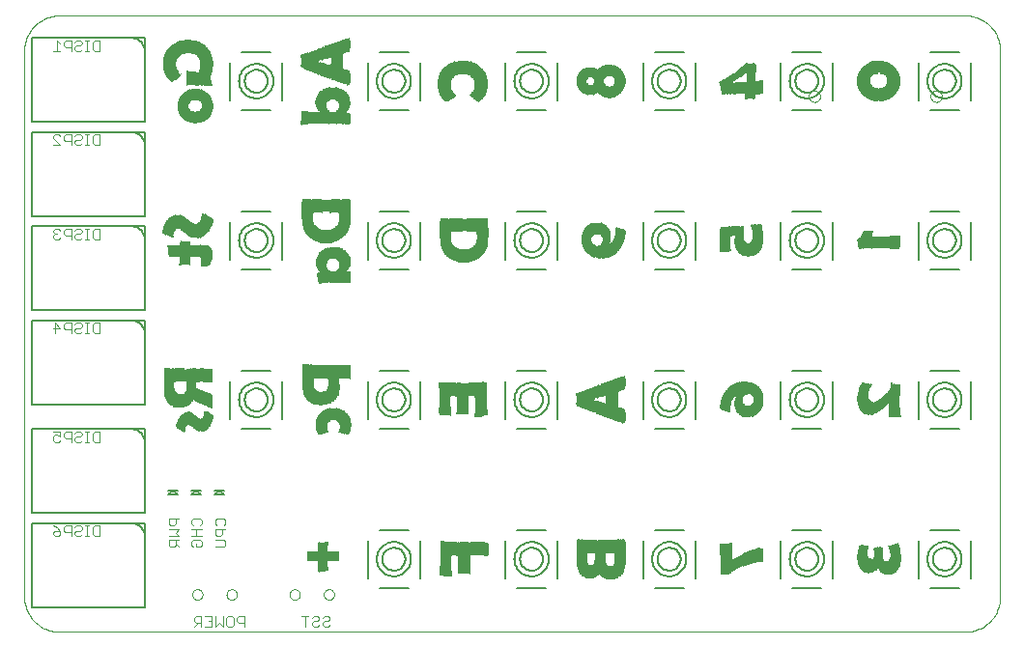
<source format=gbo>
G75*
G70*
%OFA0B0*%
%FSLAX24Y24*%
%IPPOS*%
%LPD*%
%AMOC8*
5,1,8,0,0,1.08239X$1,22.5*
%
%ADD10C,0.0001*%
%ADD11C,0.0040*%
%ADD12R,0.0012X0.0050*%
%ADD13R,0.0013X0.0125*%
%ADD14R,0.0012X0.0175*%
%ADD15R,0.0012X0.0087*%
%ADD16R,0.0013X0.0187*%
%ADD17R,0.0013X0.0225*%
%ADD18R,0.0013X0.0137*%
%ADD19R,0.0013X0.0150*%
%ADD20R,0.0013X0.0162*%
%ADD21R,0.0012X0.0325*%
%ADD22R,0.0012X0.0400*%
%ADD23R,0.0012X0.0313*%
%ADD24R,0.0012X0.0262*%
%ADD25R,0.0012X0.0225*%
%ADD26R,0.0012X0.0237*%
%ADD27R,0.0012X0.0337*%
%ADD28R,0.0012X0.0350*%
%ADD29R,0.0012X0.0162*%
%ADD30R,0.0012X0.0287*%
%ADD31R,0.0012X0.0212*%
%ADD32R,0.0012X0.0425*%
%ADD33R,0.0012X0.0300*%
%ADD34R,0.0012X0.0125*%
%ADD35R,0.0013X0.0412*%
%ADD36R,0.0013X0.0063*%
%ADD37R,0.0013X0.0513*%
%ADD38R,0.0013X0.0400*%
%ADD39R,0.0013X0.0313*%
%ADD40R,0.0013X0.0375*%
%ADD41R,0.0013X0.0312*%
%ADD42R,0.0013X0.0863*%
%ADD43R,0.0013X0.0387*%
%ADD44R,0.0013X0.0275*%
%ADD45R,0.0013X0.0463*%
%ADD46R,0.0013X0.0437*%
%ADD47R,0.0013X0.0250*%
%ADD48R,0.0013X0.0487*%
%ADD49R,0.0013X0.0475*%
%ADD50R,0.0012X0.0475*%
%ADD51R,0.0012X0.0613*%
%ADD52R,0.0012X0.0462*%
%ADD53R,0.0012X0.0387*%
%ADD54R,0.0012X0.0375*%
%ADD55R,0.0012X0.0937*%
%ADD56R,0.0012X0.0363*%
%ADD57R,0.0012X0.0500*%
%ADD58R,0.0012X0.0463*%
%ADD59R,0.0012X0.0487*%
%ADD60R,0.0013X0.0537*%
%ADD61R,0.0013X0.0175*%
%ADD62R,0.0013X0.0687*%
%ADD63R,0.0013X0.0512*%
%ADD64R,0.0013X0.0425*%
%ADD65R,0.0013X0.0987*%
%ADD66R,0.0013X0.0500*%
%ADD67R,0.0013X0.0325*%
%ADD68R,0.0013X0.0550*%
%ADD69R,0.0012X0.0587*%
%ADD70R,0.0012X0.0762*%
%ADD71R,0.0012X0.0563*%
%ADD72R,0.0012X0.0413*%
%ADD73R,0.0012X0.1025*%
%ADD74R,0.0013X0.0637*%
%ADD75R,0.0013X0.0825*%
%ADD76R,0.0013X0.0600*%
%ADD77R,0.0013X0.1050*%
%ADD78R,0.0013X0.0625*%
%ADD79R,0.0012X0.0675*%
%ADD80R,0.0012X0.1162*%
%ADD81R,0.0012X0.0625*%
%ADD82R,0.0012X0.0525*%
%ADD83R,0.0012X0.1087*%
%ADD84R,0.0012X0.0650*%
%ADD85R,0.0013X0.0712*%
%ADD86R,0.0013X0.1175*%
%ADD87R,0.0013X0.0662*%
%ADD88R,0.0013X0.0413*%
%ADD89R,0.0013X0.0563*%
%ADD90R,0.0013X0.1112*%
%ADD91R,0.0013X0.0587*%
%ADD92R,0.0013X0.0450*%
%ADD93R,0.0013X0.0675*%
%ADD94R,0.0012X0.0750*%
%ADD95R,0.0012X0.1187*%
%ADD96R,0.0012X0.0513*%
%ADD97R,0.0012X0.1137*%
%ADD98R,0.0012X0.0687*%
%ADD99R,0.0013X0.0775*%
%ADD100R,0.0013X0.1213*%
%ADD101R,0.0013X0.0613*%
%ADD102R,0.0013X0.1150*%
%ADD103R,0.0013X0.0650*%
%ADD104R,0.0013X0.0700*%
%ADD105R,0.0012X0.0800*%
%ADD106R,0.0012X0.1225*%
%ADD107R,0.0012X0.0700*%
%ADD108R,0.0012X0.0550*%
%ADD109R,0.0012X0.0637*%
%ADD110R,0.0012X0.1175*%
%ADD111R,0.0012X0.0725*%
%ADD112R,0.0013X0.1250*%
%ADD113R,0.0013X0.0575*%
%ADD114R,0.0013X0.1075*%
%ADD115R,0.0013X0.1187*%
%ADD116R,0.0013X0.1100*%
%ADD117R,0.0013X0.0725*%
%ADD118R,0.0012X0.0850*%
%ADD119R,0.0012X0.1263*%
%ADD120R,0.0012X0.0713*%
%ADD121R,0.0012X0.0600*%
%ADD122R,0.0012X0.1200*%
%ADD123R,0.0012X0.1112*%
%ADD124R,0.0012X0.0575*%
%ADD125R,0.0012X0.0737*%
%ADD126R,0.0013X0.0875*%
%ADD127R,0.0013X0.1275*%
%ADD128R,0.0013X0.0713*%
%ADD129R,0.0013X0.1225*%
%ADD130R,0.0013X0.1125*%
%ADD131R,0.0013X0.0750*%
%ADD132R,0.0012X0.0900*%
%ADD133R,0.0012X0.1287*%
%ADD134R,0.0012X0.1237*%
%ADD135R,0.0012X0.0763*%
%ADD136R,0.0013X0.0925*%
%ADD137R,0.0013X0.1313*%
%ADD138R,0.0013X0.0663*%
%ADD139R,0.0013X0.1137*%
%ADD140R,0.0013X0.0763*%
%ADD141R,0.0012X0.0950*%
%ADD142R,0.0012X0.1325*%
%ADD143R,0.0012X0.1125*%
%ADD144R,0.0012X0.1262*%
%ADD145R,0.0012X0.1150*%
%ADD146R,0.0012X0.0775*%
%ADD147R,0.0013X0.0962*%
%ADD148R,0.0013X0.1337*%
%ADD149R,0.0013X0.1162*%
%ADD150R,0.0013X0.0350*%
%ADD151R,0.0012X0.0975*%
%ADD152R,0.0012X0.1350*%
%ADD153R,0.0012X0.0663*%
%ADD154R,0.0012X0.0787*%
%ADD155R,0.0013X0.1000*%
%ADD156R,0.0013X0.1363*%
%ADD157R,0.0013X0.1300*%
%ADD158R,0.0013X0.0787*%
%ADD159R,0.0012X0.1012*%
%ADD160R,0.0012X0.1375*%
%ADD161R,0.0012X0.1312*%
%ADD162R,0.0012X0.1500*%
%ADD163R,0.0013X0.1025*%
%ADD164R,0.0013X0.1375*%
%ADD165R,0.0013X0.0737*%
%ADD166R,0.0013X0.0762*%
%ADD167R,0.0013X0.1325*%
%ADD168R,0.0013X0.1487*%
%ADD169R,0.0013X0.0812*%
%ADD170R,0.0012X0.1050*%
%ADD171R,0.0012X0.1475*%
%ADD172R,0.0013X0.1387*%
%ADD173R,0.0013X0.1200*%
%ADD174R,0.0013X0.1475*%
%ADD175R,0.0013X0.0813*%
%ADD176R,0.0012X0.1075*%
%ADD177R,0.0012X0.1400*%
%ADD178R,0.0012X0.1337*%
%ADD179R,0.0012X0.1212*%
%ADD180R,0.0012X0.1462*%
%ADD181R,0.0012X0.0813*%
%ADD182R,0.0013X0.1412*%
%ADD183R,0.0013X0.0800*%
%ADD184R,0.0013X0.1350*%
%ADD185R,0.0013X0.1212*%
%ADD186R,0.0013X0.1450*%
%ADD187R,0.0012X0.1412*%
%ADD188R,0.0012X0.1450*%
%ADD189R,0.0012X0.0812*%
%ADD190R,0.0013X0.1425*%
%ADD191R,0.0013X0.1437*%
%ADD192R,0.0012X0.1437*%
%ADD193R,0.0012X0.1213*%
%ADD194R,0.0012X0.1425*%
%ADD195R,0.0012X0.0450*%
%ADD196R,0.0012X0.0825*%
%ADD197R,0.0013X0.0075*%
%ADD198R,0.0013X0.0462*%
%ADD199R,0.0012X0.0437*%
%ADD200R,0.0012X0.0612*%
%ADD201R,0.0012X0.0512*%
%ADD202R,0.0012X0.0537*%
%ADD203R,0.0013X0.1400*%
%ADD204R,0.0012X0.1387*%
%ADD205R,0.0012X0.0012*%
%ADD206R,0.0012X0.0963*%
%ADD207R,0.0013X0.0337*%
%ADD208R,0.0012X0.0412*%
%ADD209R,0.0012X0.0562*%
%ADD210R,0.0012X0.1037*%
%ADD211R,0.0013X0.0525*%
%ADD212R,0.0013X0.1362*%
%ADD213R,0.0013X0.1063*%
%ADD214R,0.0013X0.1113*%
%ADD215R,0.0012X0.1163*%
%ADD216R,0.0012X0.1300*%
%ADD217R,0.0013X0.1287*%
%ADD218R,0.0012X0.1275*%
%ADD219R,0.0013X0.1262*%
%ADD220R,0.0013X0.1237*%
%ADD221R,0.0013X0.1263*%
%ADD222R,0.0012X0.1100*%
%ADD223R,0.0013X0.1087*%
%ADD224R,0.0012X0.1313*%
%ADD225R,0.0013X0.0037*%
%ADD226R,0.0012X0.0075*%
%ADD227R,0.0013X0.1062*%
%ADD228R,0.0013X0.1037*%
%ADD229R,0.0012X0.1013*%
%ADD230R,0.0013X0.0112*%
%ADD231R,0.0013X0.1012*%
%ADD232R,0.0012X0.1000*%
%ADD233R,0.0013X0.0975*%
%ADD234R,0.0013X0.1163*%
%ADD235R,0.0012X0.0962*%
%ADD236R,0.0012X0.0662*%
%ADD237R,0.0013X0.0950*%
%ADD238R,0.0012X0.0925*%
%ADD239R,0.0013X0.0900*%
%ADD240R,0.0012X0.0875*%
%ADD241R,0.0013X0.0850*%
%ADD242R,0.0013X0.0837*%
%ADD243R,0.0012X0.0837*%
%ADD244R,0.0012X0.0712*%
%ADD245R,0.0013X0.0025*%
%ADD246R,0.0013X0.0562*%
%ADD247R,0.0012X0.0062*%
%ADD248R,0.0012X0.0862*%
%ADD249R,0.0013X0.0087*%
%ADD250R,0.0013X0.0050*%
%ADD251R,0.0013X0.0212*%
%ADD252R,0.0012X0.0112*%
%ADD253R,0.0012X0.0150*%
%ADD254R,0.0013X0.0363*%
%ADD255R,0.0012X0.0362*%
%ADD256R,0.0013X0.0263*%
%ADD257R,0.0012X0.0200*%
%ADD258R,0.0012X0.0213*%
%ADD259R,0.0013X0.0237*%
%ADD260R,0.0013X0.0262*%
%ADD261R,0.0012X0.0275*%
%ADD262R,0.0012X0.0100*%
%ADD263R,0.0012X0.0063*%
%ADD264R,0.0012X0.1363*%
%ADD265R,0.0013X0.1312*%
%ADD266R,0.0012X0.1250*%
%ADD267R,0.0012X0.1113*%
%ADD268R,0.0013X0.0200*%
%ADD269R,0.0012X0.1063*%
%ADD270R,0.0013X0.0913*%
%ADD271R,0.0012X0.0863*%
%ADD272R,0.0013X0.1013*%
%ADD273R,0.0012X0.0912*%
%ADD274R,0.0013X0.0937*%
%ADD275R,0.0013X0.0213*%
%ADD276R,0.0012X0.0312*%
%ADD277R,0.0013X0.0300*%
%ADD278R,0.0013X0.0287*%
%ADD279R,0.0013X0.0612*%
%ADD280R,0.0012X0.0887*%
%ADD281R,0.0013X0.0887*%
%ADD282R,0.0013X0.0862*%
%ADD283R,0.0012X0.0987*%
%ADD284R,0.0013X0.0912*%
%ADD285R,0.0012X0.1062*%
%ADD286R,0.0013X0.1500*%
%ADD287R,0.0012X0.1487*%
%ADD288R,0.0012X0.1463*%
%ADD289R,0.0013X0.1463*%
%ADD290R,0.0012X0.1362*%
%ADD291R,0.0012X0.0187*%
%ADD292R,0.0013X0.0163*%
%ADD293R,0.0012X0.1413*%
%ADD294R,0.0013X0.1413*%
%ADD295R,0.0012X0.0025*%
%ADD296R,0.0012X0.0250*%
%ADD297R,0.0012X0.0137*%
%ADD298R,0.0013X0.0012*%
%ADD299R,0.0012X0.0037*%
%ADD300R,0.0012X0.0913*%
%ADD301R,0.0012X0.0113*%
%ADD302R,0.0013X0.0362*%
%ADD303R,0.0013X0.0100*%
%ADD304R,0.0013X0.0963*%
%ADD305R,0.0012X0.0163*%
%ADD306C,0.0050*%
%ADD307C,0.0000*%
D10*
X001323Y000141D02*
X032622Y000141D01*
X032688Y000143D01*
X032754Y000148D01*
X032820Y000158D01*
X032885Y000171D01*
X032949Y000187D01*
X033012Y000207D01*
X033074Y000231D01*
X033134Y000258D01*
X033193Y000288D01*
X033250Y000322D01*
X033305Y000359D01*
X033358Y000399D01*
X033409Y000441D01*
X033457Y000487D01*
X033503Y000535D01*
X033545Y000586D01*
X033585Y000639D01*
X033622Y000694D01*
X033656Y000751D01*
X033686Y000810D01*
X033713Y000870D01*
X033737Y000932D01*
X033757Y000995D01*
X033773Y001059D01*
X033786Y001124D01*
X033796Y001190D01*
X033801Y001256D01*
X033803Y001322D01*
X033803Y020220D01*
X033801Y020286D01*
X033796Y020352D01*
X033786Y020418D01*
X033773Y020483D01*
X033757Y020547D01*
X033737Y020610D01*
X033713Y020672D01*
X033686Y020732D01*
X033656Y020791D01*
X033622Y020848D01*
X033585Y020903D01*
X033545Y020956D01*
X033503Y021007D01*
X033457Y021055D01*
X033409Y021101D01*
X033358Y021143D01*
X033305Y021183D01*
X033250Y021220D01*
X033193Y021254D01*
X033134Y021284D01*
X033074Y021311D01*
X033012Y021335D01*
X032949Y021355D01*
X032885Y021371D01*
X032820Y021384D01*
X032754Y021394D01*
X032688Y021399D01*
X032622Y021401D01*
X001323Y021401D01*
X001257Y021399D01*
X001191Y021394D01*
X001125Y021384D01*
X001060Y021371D01*
X000996Y021355D01*
X000933Y021335D01*
X000871Y021311D01*
X000811Y021284D01*
X000752Y021254D01*
X000695Y021220D01*
X000640Y021183D01*
X000587Y021143D01*
X000536Y021101D01*
X000488Y021055D01*
X000442Y021007D01*
X000400Y020956D01*
X000360Y020903D01*
X000323Y020848D01*
X000289Y020791D01*
X000259Y020732D01*
X000232Y020672D01*
X000208Y020610D01*
X000188Y020547D01*
X000172Y020483D01*
X000159Y020418D01*
X000149Y020352D01*
X000144Y020286D01*
X000142Y020220D01*
X000142Y001322D01*
X000144Y001256D01*
X000149Y001190D01*
X000159Y001124D01*
X000172Y001059D01*
X000188Y000995D01*
X000208Y000932D01*
X000232Y000870D01*
X000259Y000810D01*
X000289Y000751D01*
X000323Y000694D01*
X000360Y000639D01*
X000400Y000586D01*
X000442Y000535D01*
X000488Y000487D01*
X000536Y000441D01*
X000587Y000399D01*
X000640Y000359D01*
X000695Y000322D01*
X000752Y000288D01*
X000811Y000258D01*
X000871Y000231D01*
X000933Y000207D01*
X000996Y000187D01*
X001060Y000171D01*
X001125Y000158D01*
X001191Y000148D01*
X001257Y000143D01*
X001323Y000141D01*
D11*
X006008Y000321D02*
X006128Y000441D01*
X006068Y000441D02*
X006248Y000441D01*
X006248Y000321D02*
X006248Y000681D01*
X006068Y000681D01*
X006008Y000621D01*
X006008Y000501D01*
X006068Y000441D01*
X006376Y000321D02*
X006616Y000321D01*
X006616Y000681D01*
X006376Y000681D01*
X006496Y000501D02*
X006616Y000501D01*
X006744Y000321D02*
X006744Y000681D01*
X006984Y000681D02*
X006984Y000321D01*
X006864Y000441D01*
X006744Y000321D01*
X007113Y000381D02*
X007113Y000621D01*
X007173Y000681D01*
X007293Y000681D01*
X007353Y000621D01*
X007353Y000381D01*
X007293Y000321D01*
X007173Y000321D01*
X007113Y000381D01*
X007481Y000501D02*
X007541Y000441D01*
X007721Y000441D01*
X007721Y000321D02*
X007721Y000681D01*
X007541Y000681D01*
X007481Y000621D01*
X007481Y000501D01*
X009704Y000681D02*
X009944Y000681D01*
X009824Y000681D02*
X009824Y000321D01*
X010073Y000381D02*
X010073Y000441D01*
X010133Y000501D01*
X010253Y000501D01*
X010313Y000561D01*
X010313Y000621D01*
X010253Y000681D01*
X010133Y000681D01*
X010073Y000621D01*
X010073Y000381D02*
X010133Y000321D01*
X010253Y000321D01*
X010313Y000381D01*
X010441Y000381D02*
X010501Y000321D01*
X010621Y000321D01*
X010681Y000381D01*
X010621Y000501D02*
X010501Y000501D01*
X010441Y000441D01*
X010441Y000381D01*
X010621Y000501D02*
X010681Y000561D01*
X010681Y000621D01*
X010621Y000681D01*
X010501Y000681D01*
X010441Y000621D01*
X007081Y003124D02*
X007021Y003064D01*
X006721Y003064D01*
X006721Y003304D02*
X007021Y003304D01*
X007081Y003244D01*
X007081Y003124D01*
X006901Y003433D02*
X006781Y003433D01*
X006721Y003493D01*
X006721Y003673D01*
X007081Y003673D01*
X006961Y003673D02*
X006961Y003493D01*
X006901Y003433D01*
X006781Y003801D02*
X006721Y003861D01*
X006721Y003981D01*
X006781Y004041D01*
X007021Y004041D01*
X007081Y003981D01*
X007081Y003861D01*
X007021Y003801D01*
X006251Y003861D02*
X006191Y003801D01*
X006251Y003861D02*
X006251Y003981D01*
X006191Y004041D01*
X005951Y004041D01*
X005891Y003981D01*
X005891Y003861D01*
X005951Y003801D01*
X005891Y003673D02*
X006251Y003673D01*
X006071Y003673D02*
X006071Y003433D01*
X005951Y003304D02*
X006191Y003304D01*
X006251Y003244D01*
X006251Y003124D01*
X006191Y003064D01*
X006071Y003064D01*
X006071Y003184D01*
X005951Y003064D02*
X005891Y003124D01*
X005891Y003244D01*
X005951Y003304D01*
X005891Y003433D02*
X006251Y003433D01*
X005481Y003433D02*
X005121Y003433D01*
X005121Y003304D02*
X005121Y003124D01*
X005181Y003064D01*
X005301Y003064D01*
X005361Y003124D01*
X005361Y003304D01*
X005361Y003184D02*
X005481Y003064D01*
X005481Y003304D02*
X005121Y003304D01*
X005361Y003553D02*
X005481Y003433D01*
X005361Y003553D02*
X005481Y003673D01*
X005121Y003673D01*
X005181Y003801D02*
X005301Y003801D01*
X005361Y003861D01*
X005361Y004041D01*
X005481Y004041D02*
X005121Y004041D01*
X005121Y003861D01*
X005181Y003801D01*
X002733Y003801D02*
X002733Y003441D01*
X002553Y003441D01*
X002493Y003501D01*
X002493Y003741D01*
X002553Y003801D01*
X002733Y003801D01*
X002365Y003801D02*
X002245Y003801D01*
X002305Y003801D02*
X002305Y003441D01*
X002365Y003441D02*
X002245Y003441D01*
X002119Y003501D02*
X002059Y003441D01*
X001939Y003441D01*
X001879Y003501D01*
X001879Y003561D01*
X001939Y003621D01*
X002059Y003621D01*
X002119Y003681D01*
X002119Y003741D01*
X002059Y003801D01*
X001939Y003801D01*
X001879Y003741D01*
X001751Y003801D02*
X001571Y003801D01*
X001511Y003741D01*
X001511Y003621D01*
X001571Y003561D01*
X001751Y003561D01*
X001751Y003441D02*
X001751Y003801D01*
X001383Y003621D02*
X001203Y003621D01*
X001142Y003561D01*
X001142Y003501D01*
X001203Y003441D01*
X001323Y003441D01*
X001383Y003501D01*
X001383Y003621D01*
X001263Y003741D01*
X001142Y003801D01*
X001203Y006691D02*
X001323Y006691D01*
X001383Y006751D01*
X001383Y006871D02*
X001263Y006931D01*
X001203Y006931D01*
X001142Y006871D01*
X001142Y006751D01*
X001203Y006691D01*
X001383Y006871D02*
X001383Y007051D01*
X001142Y007051D01*
X001511Y006991D02*
X001511Y006871D01*
X001571Y006811D01*
X001751Y006811D01*
X001751Y006691D02*
X001751Y007051D01*
X001571Y007051D01*
X001511Y006991D01*
X001879Y006991D02*
X001939Y007051D01*
X002059Y007051D01*
X002119Y006991D01*
X002119Y006931D01*
X002059Y006871D01*
X001939Y006871D01*
X001879Y006811D01*
X001879Y006751D01*
X001939Y006691D01*
X002059Y006691D01*
X002119Y006751D01*
X002245Y006691D02*
X002365Y006691D01*
X002305Y006691D02*
X002305Y007051D01*
X002365Y007051D02*
X002245Y007051D01*
X002493Y006991D02*
X002493Y006751D01*
X002553Y006691D01*
X002733Y006691D01*
X002733Y007051D01*
X002553Y007051D01*
X002493Y006991D01*
X002553Y010441D02*
X002493Y010501D01*
X002493Y010741D01*
X002553Y010801D01*
X002733Y010801D01*
X002733Y010441D01*
X002553Y010441D01*
X002365Y010441D02*
X002245Y010441D01*
X002305Y010441D02*
X002305Y010801D01*
X002365Y010801D02*
X002245Y010801D01*
X002119Y010741D02*
X002119Y010681D01*
X002059Y010621D01*
X001939Y010621D01*
X001879Y010561D01*
X001879Y010501D01*
X001939Y010441D01*
X002059Y010441D01*
X002119Y010501D01*
X002119Y010741D02*
X002059Y010801D01*
X001939Y010801D01*
X001879Y010741D01*
X001751Y010801D02*
X001571Y010801D01*
X001511Y010741D01*
X001511Y010621D01*
X001571Y010561D01*
X001751Y010561D01*
X001751Y010441D02*
X001751Y010801D01*
X001383Y010621D02*
X001142Y010621D01*
X001203Y010441D02*
X001203Y010801D01*
X001383Y010621D01*
X001323Y013691D02*
X001383Y013751D01*
X001323Y013691D02*
X001203Y013691D01*
X001142Y013751D01*
X001142Y013811D01*
X001203Y013871D01*
X001263Y013871D01*
X001203Y013871D02*
X001142Y013931D01*
X001142Y013991D01*
X001203Y014051D01*
X001323Y014051D01*
X001383Y013991D01*
X001511Y013991D02*
X001511Y013871D01*
X001571Y013811D01*
X001751Y013811D01*
X001751Y013691D02*
X001751Y014051D01*
X001571Y014051D01*
X001511Y013991D01*
X001879Y013991D02*
X001939Y014051D01*
X002059Y014051D01*
X002119Y013991D01*
X002119Y013931D01*
X002059Y013871D01*
X001939Y013871D01*
X001879Y013811D01*
X001879Y013751D01*
X001939Y013691D01*
X002059Y013691D01*
X002119Y013751D01*
X002245Y013691D02*
X002365Y013691D01*
X002305Y013691D02*
X002305Y014051D01*
X002365Y014051D02*
X002245Y014051D01*
X002493Y013991D02*
X002493Y013751D01*
X002553Y013691D01*
X002733Y013691D01*
X002733Y014051D01*
X002553Y014051D01*
X002493Y013991D01*
X002553Y016941D02*
X002493Y017001D01*
X002493Y017241D01*
X002553Y017301D01*
X002733Y017301D01*
X002733Y016941D01*
X002553Y016941D01*
X002365Y016941D02*
X002245Y016941D01*
X002305Y016941D02*
X002305Y017301D01*
X002365Y017301D02*
X002245Y017301D01*
X002119Y017241D02*
X002119Y017181D01*
X002059Y017121D01*
X001939Y017121D01*
X001879Y017061D01*
X001879Y017001D01*
X001939Y016941D01*
X002059Y016941D01*
X002119Y017001D01*
X002119Y017241D02*
X002059Y017301D01*
X001939Y017301D01*
X001879Y017241D01*
X001751Y017301D02*
X001571Y017301D01*
X001511Y017241D01*
X001511Y017121D01*
X001571Y017061D01*
X001751Y017061D01*
X001751Y016941D02*
X001751Y017301D01*
X001383Y017241D02*
X001323Y017301D01*
X001203Y017301D01*
X001142Y017241D01*
X001142Y017181D01*
X001383Y016941D01*
X001142Y016941D01*
X001142Y020191D02*
X001383Y020191D01*
X001263Y020191D02*
X001263Y020551D01*
X001383Y020431D01*
X001511Y020371D02*
X001571Y020311D01*
X001751Y020311D01*
X001751Y020191D02*
X001751Y020551D01*
X001571Y020551D01*
X001511Y020491D01*
X001511Y020371D01*
X001879Y020311D02*
X001879Y020251D01*
X001939Y020191D01*
X002059Y020191D01*
X002119Y020251D01*
X002059Y020371D02*
X001939Y020371D01*
X001879Y020311D01*
X001879Y020491D02*
X001939Y020551D01*
X002059Y020551D01*
X002119Y020491D01*
X002119Y020431D01*
X002059Y020371D01*
X002245Y020191D02*
X002365Y020191D01*
X002305Y020191D02*
X002305Y020551D01*
X002365Y020551D02*
X002245Y020551D01*
X002493Y020491D02*
X002493Y020251D01*
X002553Y020191D01*
X002733Y020191D01*
X002733Y020551D01*
X002553Y020551D01*
X002493Y020491D01*
D12*
X006669Y014350D03*
X015029Y018635D03*
D13*
X015591Y018647D03*
X006656Y014325D03*
X005751Y019412D03*
X025266Y014112D03*
X010626Y003170D03*
X010626Y002295D03*
D14*
X014894Y002132D03*
X024674Y008002D03*
X020379Y013785D03*
X006644Y014312D03*
D15*
X015004Y018641D03*
X025254Y014131D03*
X029424Y013931D03*
X029479Y002971D03*
X011034Y007046D03*
X006664Y007549D03*
D16*
X006631Y013144D03*
X004956Y013969D03*
X006651Y018281D03*
X005476Y019356D03*
X020886Y019136D03*
X028896Y019146D03*
X030371Y019146D03*
X028936Y013594D03*
X030366Y008561D03*
X029491Y002934D03*
X016126Y007704D03*
D17*
X011021Y008565D03*
X006631Y014300D03*
X006651Y019737D03*
X015641Y018672D03*
X024516Y013400D03*
D18*
X020891Y013916D03*
X029411Y013906D03*
X029341Y008624D03*
X015476Y007716D03*
X011411Y012911D03*
X005501Y019356D03*
D19*
X006651Y007530D03*
X010596Y007077D03*
X011046Y007065D03*
D20*
X011421Y007271D03*
X010236Y012861D03*
X024166Y003076D03*
D21*
X010764Y002732D03*
X010739Y002732D03*
X010714Y002732D03*
X010689Y002732D03*
X010664Y002732D03*
X010639Y002732D03*
X010289Y002732D03*
X010264Y002732D03*
X010239Y002732D03*
X010214Y002732D03*
X010189Y002732D03*
X005144Y013325D03*
X006639Y018287D03*
X024529Y013950D03*
X024554Y013950D03*
X024579Y013962D03*
X024604Y013962D03*
X024629Y013962D03*
X024654Y013962D03*
X024679Y013962D03*
X024899Y019455D03*
X024949Y019492D03*
X024974Y019517D03*
X025049Y019580D03*
D22*
X024699Y018892D03*
X024674Y018892D03*
X024649Y018892D03*
X024624Y018892D03*
X020474Y019492D03*
X020224Y019492D03*
X019574Y019405D03*
X019574Y018867D03*
X019854Y014047D03*
X019879Y014047D03*
X019979Y014047D03*
X011349Y012367D03*
X010924Y012392D03*
X010699Y012392D03*
X010724Y013205D03*
X010749Y013217D03*
X010774Y013217D03*
X010799Y013217D03*
X010824Y013217D03*
X010849Y013217D03*
X010874Y013217D03*
X006194Y013275D03*
X006169Y013275D03*
X006144Y013275D03*
X006119Y013275D03*
X005894Y013275D03*
X005469Y013287D03*
X005444Y013287D03*
X005419Y013287D03*
X005394Y013287D03*
X005369Y013287D03*
X005344Y013287D03*
X005939Y017900D03*
X005914Y017912D03*
X006164Y017900D03*
X006189Y018662D03*
X006164Y018675D03*
X005964Y018675D03*
X005939Y018662D03*
X006639Y019725D03*
X010764Y017872D03*
X010789Y017872D03*
X010814Y017872D03*
X010839Y017872D03*
X011289Y017847D03*
X011314Y017847D03*
X011339Y017847D03*
X011364Y017847D03*
X006639Y008080D03*
X024579Y002407D03*
X024604Y002420D03*
X024654Y002457D03*
X024679Y002470D03*
X024704Y002482D03*
X024729Y002495D03*
X024754Y002507D03*
X024779Y002520D03*
X025074Y007740D03*
X025099Y007740D03*
X025124Y007740D03*
X025149Y007740D03*
X025174Y007740D03*
X029904Y008155D03*
X029929Y008180D03*
X029954Y008205D03*
X028999Y013550D03*
D23*
X020874Y019136D03*
X024924Y019474D03*
X025074Y019599D03*
X011389Y019229D03*
X004994Y014019D03*
X006619Y013144D03*
X010234Y007259D03*
D24*
X006619Y014281D03*
X024199Y019011D03*
D25*
X011399Y012442D03*
X004969Y013987D03*
X006589Y019087D03*
X011014Y002745D03*
D26*
X011399Y012911D03*
X014929Y018666D03*
X020879Y013879D03*
D27*
X024999Y019536D03*
X025024Y019561D03*
X011399Y014586D03*
X010989Y002739D03*
X010164Y002726D03*
X010139Y002726D03*
X010114Y002726D03*
X010089Y002726D03*
X010064Y002726D03*
X010039Y002726D03*
X010014Y002726D03*
X009989Y002726D03*
X009964Y002726D03*
X009939Y002726D03*
D28*
X010789Y002732D03*
X010814Y002732D03*
X010839Y002732D03*
X010864Y002732D03*
X010889Y002732D03*
X010914Y002732D03*
X010939Y002732D03*
X010964Y002732D03*
X006594Y014262D03*
X011389Y017835D03*
X010239Y018410D03*
X005414Y019387D03*
X019649Y019442D03*
X019674Y019442D03*
X019699Y019442D03*
X019724Y019442D03*
X019749Y019430D03*
X019749Y018842D03*
X019724Y018830D03*
X019699Y018830D03*
X019674Y018830D03*
D29*
X011389Y018391D03*
X009714Y017716D03*
X005489Y019356D03*
D30*
X011389Y020404D03*
X010249Y012874D03*
X010299Y012386D03*
X015089Y007766D03*
X006614Y007486D03*
X024199Y007959D03*
X028949Y013556D03*
X024624Y019261D03*
X024699Y019311D03*
X024774Y019361D03*
X024824Y019399D03*
D31*
X014429Y019041D03*
X029304Y008586D03*
X006639Y007511D03*
D32*
X006564Y007455D03*
X006239Y007267D03*
X006214Y007267D03*
X006189Y007280D03*
X005864Y007492D03*
X005739Y008992D03*
X005714Y008992D03*
X005689Y008992D03*
X006639Y008980D03*
X010734Y007640D03*
X010909Y007640D03*
X010274Y012880D03*
X010649Y013180D03*
X010674Y013192D03*
X010924Y013205D03*
X010949Y013192D03*
X010674Y014830D03*
X010649Y014830D03*
X010624Y014830D03*
X010599Y014830D03*
X010574Y014830D03*
X010549Y014830D03*
X010524Y014830D03*
X010499Y014830D03*
X010474Y014830D03*
X010449Y014830D03*
X006219Y013275D03*
X005889Y017925D03*
X005489Y018287D03*
X006239Y018637D03*
X009939Y017872D03*
X009964Y017872D03*
X009989Y017872D03*
X010014Y017872D03*
X010039Y017872D03*
X010064Y017872D03*
X010089Y017872D03*
X010114Y017872D03*
X010139Y017872D03*
X010164Y017872D03*
X010189Y017872D03*
X010214Y017872D03*
X010689Y017885D03*
X010889Y017885D03*
X010914Y017885D03*
X010864Y018710D03*
X010839Y018710D03*
X010739Y018710D03*
X010714Y018710D03*
X010464Y019535D03*
X010389Y019560D03*
X010364Y019572D03*
X010339Y019585D03*
X010314Y020047D03*
X010339Y020060D03*
X010364Y020060D03*
X010389Y020072D03*
X010414Y020085D03*
X010464Y020097D03*
X010489Y020110D03*
X010514Y020122D03*
X010564Y020135D03*
X010589Y020147D03*
X010639Y020160D03*
X015704Y018722D03*
X020499Y018805D03*
X024899Y018905D03*
X024924Y018905D03*
X024949Y018905D03*
X024974Y018905D03*
X024999Y018905D03*
X025024Y018905D03*
X029609Y018665D03*
X029634Y018665D03*
X029659Y018665D03*
X029659Y019627D03*
X029634Y019627D03*
X029609Y019627D03*
X029599Y013575D03*
X029624Y013575D03*
X029649Y013575D03*
X029674Y013575D03*
X029699Y013575D03*
X029724Y013575D03*
X029749Y013575D03*
X029774Y013575D03*
X029799Y013575D03*
X029824Y013575D03*
X029849Y013575D03*
X029874Y013575D03*
X029899Y013575D03*
X029924Y013575D03*
X029949Y013575D03*
X029974Y013575D03*
X029999Y013575D03*
X030349Y013587D03*
X029574Y013575D03*
X029549Y013575D03*
X029524Y013575D03*
X029499Y013575D03*
X029474Y013575D03*
X029449Y013575D03*
X029424Y013575D03*
X029024Y013575D03*
X025249Y008515D03*
X025224Y008527D03*
X025174Y008540D03*
X025149Y008540D03*
X025124Y008540D03*
X025249Y007765D03*
X025024Y007752D03*
X024999Y007765D03*
X029454Y007855D03*
X029479Y007855D03*
X029504Y007867D03*
X029629Y007930D03*
X029704Y007980D03*
X029779Y008042D03*
X025004Y002632D03*
X024979Y002620D03*
X024954Y002607D03*
X024929Y002595D03*
X024904Y002582D03*
X019974Y007857D03*
X019899Y007882D03*
X019874Y007895D03*
X019849Y007907D03*
X019824Y007907D03*
X019799Y007920D03*
X019799Y008370D03*
X019849Y008382D03*
X019874Y008395D03*
X019899Y008407D03*
X019949Y008420D03*
X019974Y008432D03*
X019999Y008445D03*
X020024Y008445D03*
X020049Y008457D03*
X020074Y008470D03*
X020124Y008482D03*
X019224Y008157D03*
X019904Y013247D03*
X019929Y013247D03*
X019954Y013247D03*
X019879Y013260D03*
X019854Y013260D03*
X019829Y013272D03*
X019779Y014022D03*
X019804Y014035D03*
X020029Y014035D03*
X015394Y014160D03*
X015369Y014160D03*
X015344Y014160D03*
X015319Y014160D03*
X015294Y014160D03*
D33*
X014904Y018685D03*
X024799Y019380D03*
X024849Y019417D03*
X030354Y007705D03*
X015119Y002295D03*
X011409Y007265D03*
X005464Y007292D03*
D34*
X011409Y008940D03*
X015714Y007622D03*
X006269Y012812D03*
X005119Y013412D03*
X004944Y013950D03*
X006614Y019037D03*
D35*
X006201Y018656D03*
X005901Y018656D03*
X006626Y018281D03*
X005926Y017906D03*
X010776Y018716D03*
X010801Y018716D03*
X010826Y018716D03*
X010886Y013211D03*
X010911Y013211D03*
X005881Y013281D03*
X005506Y013281D03*
X005331Y013281D03*
X005306Y013281D03*
X005281Y013281D03*
X005256Y013281D03*
X005231Y013281D03*
X005206Y013281D03*
X005181Y013281D03*
X005156Y013281D03*
X010771Y007646D03*
X010796Y007646D03*
X010821Y007646D03*
X010846Y007646D03*
X010871Y007646D03*
X019816Y014041D03*
X019841Y014041D03*
X019991Y014041D03*
X020016Y014041D03*
X020486Y018799D03*
X025636Y018911D03*
X028921Y019146D03*
X030346Y019146D03*
X029011Y013556D03*
X029741Y008011D03*
X029641Y007936D03*
X029591Y007911D03*
X025211Y007746D03*
X025036Y007746D03*
X024891Y002576D03*
X024841Y002551D03*
X024791Y002526D03*
X024741Y002501D03*
X024566Y002401D03*
D36*
X011021Y007034D03*
X010261Y012474D03*
X005106Y013444D03*
X006626Y019019D03*
X025241Y014144D03*
D37*
X020466Y013379D03*
X015681Y013204D03*
X010211Y013874D03*
X010111Y014799D03*
X005581Y014244D03*
X011001Y017929D03*
X011326Y018404D03*
X011301Y019254D03*
X009826Y019829D03*
X006626Y019719D03*
X005526Y020269D03*
X014966Y019529D03*
X015566Y019554D03*
X020836Y019136D03*
X024961Y008509D03*
X025611Y008134D03*
X029316Y007874D03*
X020236Y002209D03*
X010596Y008234D03*
X010196Y008234D03*
D38*
X010246Y007265D03*
X011396Y007265D03*
X011336Y012367D03*
X010911Y012392D03*
X010711Y012392D03*
X010711Y013205D03*
X010736Y013217D03*
X010761Y013217D03*
X010786Y013217D03*
X010811Y013217D03*
X010836Y013217D03*
X010861Y013217D03*
X006606Y013137D03*
X006181Y013275D03*
X006156Y013275D03*
X006131Y013275D03*
X005481Y013287D03*
X005456Y013287D03*
X005431Y013287D03*
X005406Y013287D03*
X005381Y013287D03*
X005356Y013287D03*
X005031Y014050D03*
X005951Y017900D03*
X006176Y017900D03*
X006201Y017912D03*
X006176Y018662D03*
X006151Y018675D03*
X005926Y018662D03*
X005401Y019400D03*
X010251Y018410D03*
X010751Y017872D03*
X010776Y017872D03*
X010801Y017872D03*
X010826Y017872D03*
X011276Y017847D03*
X011301Y017847D03*
X011326Y017847D03*
X011351Y017847D03*
X019866Y014047D03*
X020841Y013810D03*
X020461Y018780D03*
X020236Y018780D03*
X020486Y019480D03*
X020461Y019492D03*
X020236Y019492D03*
X024636Y018892D03*
X024661Y018892D03*
X024686Y018892D03*
X029966Y008217D03*
X029941Y008192D03*
X029916Y008167D03*
X029891Y008142D03*
X025186Y007740D03*
X025161Y007740D03*
X025136Y007740D03*
X025111Y007740D03*
X025086Y007740D03*
X025061Y007740D03*
X024691Y002470D03*
X024666Y002457D03*
X024641Y002445D03*
X024616Y002432D03*
X024591Y002420D03*
D39*
X011001Y002739D03*
X006606Y014269D03*
X024886Y019449D03*
D40*
X020436Y019505D03*
X020411Y019505D03*
X020386Y019517D03*
X020361Y019517D03*
X020336Y019517D03*
X020311Y019517D03*
X020261Y019505D03*
X019586Y019417D03*
X019786Y018855D03*
X020311Y018755D03*
X020336Y018755D03*
X020361Y018755D03*
X020386Y018755D03*
X011386Y012380D03*
X010861Y012380D03*
X010836Y012380D03*
X010811Y012380D03*
X010786Y012380D03*
X010761Y012380D03*
X006581Y014250D03*
X006101Y017887D03*
X006076Y017887D03*
X006051Y017887D03*
X006026Y017887D03*
D41*
X005426Y019381D03*
X009726Y017791D03*
X011386Y012911D03*
X024211Y018986D03*
X024911Y019461D03*
X024936Y019486D03*
D42*
X020711Y019136D03*
X019986Y019136D03*
X019886Y019136D03*
X019461Y019136D03*
X014541Y019029D03*
X011386Y014624D03*
X020566Y013629D03*
X020591Y013654D03*
X024216Y013669D03*
X019786Y008139D03*
X029016Y008224D03*
D43*
X028986Y013544D03*
X020436Y018774D03*
X020411Y018761D03*
X020286Y018761D03*
X020261Y018774D03*
X019811Y018874D03*
X019586Y018861D03*
X019811Y019399D03*
X020286Y019511D03*
X020861Y019136D03*
X011376Y017841D03*
X006151Y017894D03*
X006126Y017894D03*
X006001Y017894D03*
X005976Y017894D03*
X005951Y018669D03*
X005976Y018681D03*
X006001Y018681D03*
X006026Y018681D03*
X006051Y018681D03*
X006076Y018681D03*
X006101Y018681D03*
X006126Y018681D03*
X006106Y013281D03*
X006081Y013281D03*
X006056Y013281D03*
X006031Y013281D03*
X006006Y013281D03*
X005981Y013281D03*
X005956Y013281D03*
X005931Y013281D03*
X005906Y013281D03*
X010336Y012349D03*
X010361Y012349D03*
X010736Y012386D03*
X010886Y012386D03*
X011361Y012374D03*
X006576Y007461D03*
X005501Y007324D03*
X014881Y002226D03*
X016156Y002964D03*
D44*
X011376Y018397D03*
X014916Y018672D03*
X006576Y019112D03*
X024636Y019267D03*
X024686Y019305D03*
X024711Y019317D03*
X025386Y019567D03*
D45*
X025486Y018924D03*
X025511Y018924D03*
X025536Y018924D03*
X029821Y018709D03*
X020091Y014004D03*
X020341Y013304D03*
X020041Y013254D03*
X019766Y013304D03*
X015531Y013129D03*
X015131Y013129D03*
X015106Y013129D03*
X010986Y013174D03*
X010786Y013799D03*
X010361Y013799D03*
X010626Y017904D03*
X010626Y018679D03*
X011376Y019229D03*
X010701Y019454D03*
X009776Y019829D03*
X011226Y020354D03*
X015141Y019604D03*
X015166Y019604D03*
X015391Y019604D03*
X015416Y019604D03*
X005976Y020319D03*
X005951Y020319D03*
X005676Y020319D03*
X005651Y020319D03*
X004976Y019744D03*
X005851Y018619D03*
X011046Y009109D03*
X011071Y009109D03*
X011096Y009109D03*
X011121Y009109D03*
X011146Y009109D03*
X010646Y007609D03*
X006326Y008999D03*
X006301Y008999D03*
X006276Y008999D03*
X006251Y008999D03*
X006226Y008999D03*
X006126Y008299D03*
X005676Y008124D03*
X005576Y008099D03*
X005551Y008099D03*
X005526Y008099D03*
X005501Y008099D03*
X005951Y007449D03*
X006101Y007324D03*
X015081Y002989D03*
X019736Y002209D03*
X019761Y002209D03*
X020211Y003059D03*
X025166Y002689D03*
X025241Y002714D03*
X029816Y002359D03*
X029891Y002334D03*
X029916Y002334D03*
X029941Y002334D03*
X025011Y008534D03*
X024711Y008484D03*
X024661Y008459D03*
X020736Y008689D03*
X020186Y007789D03*
X015651Y008504D03*
X015626Y008504D03*
D46*
X019886Y007889D03*
X019961Y007864D03*
X019986Y007851D03*
X020036Y007839D03*
X020061Y007826D03*
X019961Y008426D03*
X020061Y008464D03*
X020136Y008489D03*
X020161Y008501D03*
X020186Y008501D03*
X020211Y008514D03*
X024986Y007771D03*
X025286Y007784D03*
X025261Y008509D03*
X025086Y008546D03*
X025061Y008546D03*
X019966Y013241D03*
X019841Y013266D03*
X019816Y013279D03*
X019766Y014016D03*
X020066Y014016D03*
X015581Y014166D03*
X015556Y014166D03*
X015531Y014166D03*
X015506Y014166D03*
X015481Y014166D03*
X015456Y014166D03*
X015431Y014166D03*
X015256Y014166D03*
X015231Y014166D03*
X015206Y014166D03*
X015181Y014166D03*
X015156Y014166D03*
X015131Y014166D03*
X015106Y014166D03*
X015081Y014166D03*
X010961Y013186D03*
X010636Y013174D03*
X010661Y013774D03*
X010711Y014824D03*
X010736Y014824D03*
X010436Y014824D03*
X006231Y013269D03*
X010496Y009109D03*
X010521Y009109D03*
X010546Y009109D03*
X010571Y009109D03*
X010596Y009109D03*
X010621Y009109D03*
X010696Y007634D03*
X010946Y007634D03*
X006276Y007274D03*
X006201Y007274D03*
X006176Y007286D03*
X005876Y007486D03*
X005851Y007499D03*
X005826Y007499D03*
X005801Y007499D03*
X005751Y008986D03*
X005651Y008999D03*
X005626Y008999D03*
X005601Y008999D03*
X005576Y008999D03*
X005551Y008999D03*
X005526Y008999D03*
X005501Y008999D03*
X005476Y008999D03*
X005451Y008999D03*
X005426Y008999D03*
X005401Y008999D03*
X005376Y008999D03*
X005876Y017931D03*
X006251Y017944D03*
X006251Y018631D03*
X009801Y017866D03*
X009826Y017866D03*
X009851Y017866D03*
X009876Y017866D03*
X009901Y017866D03*
X009926Y017866D03*
X010926Y017891D03*
X010901Y018704D03*
X010701Y018704D03*
X010676Y018704D03*
X010551Y019504D03*
X010526Y019516D03*
X010476Y019529D03*
X010451Y019541D03*
X010376Y019566D03*
X010301Y020041D03*
X010476Y020104D03*
X010576Y020141D03*
X010626Y020154D03*
X010651Y020166D03*
X010676Y020179D03*
X010701Y020179D03*
X011376Y020391D03*
X019261Y019136D03*
X020186Y018811D03*
X020511Y018811D03*
X020511Y019461D03*
X020186Y019461D03*
X029496Y019609D03*
X029546Y019621D03*
X029571Y019621D03*
X029696Y019621D03*
X029721Y019621D03*
X029721Y018671D03*
X029696Y018671D03*
X029671Y018671D03*
X029596Y018671D03*
X029571Y018671D03*
X029546Y018671D03*
X029411Y013581D03*
X029036Y013581D03*
X030036Y013581D03*
X030061Y013581D03*
X030086Y013581D03*
X030111Y013581D03*
X030136Y013581D03*
X030161Y013581D03*
X030186Y013581D03*
X030211Y013581D03*
X030236Y013581D03*
X030261Y013581D03*
X030286Y013581D03*
X030311Y013581D03*
X030336Y013581D03*
X020311Y003071D03*
X019811Y003071D03*
X019786Y003071D03*
X024966Y002614D03*
X024991Y002626D03*
X025016Y002639D03*
X025041Y002651D03*
X025066Y002651D03*
X025091Y002664D03*
D47*
X030041Y002990D03*
X006626Y007505D03*
D48*
X006026Y007386D03*
X005551Y007336D03*
X005451Y008111D03*
X005701Y008136D03*
X006351Y008199D03*
X006376Y008186D03*
X006401Y008174D03*
X006426Y008161D03*
X006451Y008149D03*
X006501Y008136D03*
X006526Y008124D03*
X006551Y008111D03*
X006626Y008086D03*
X006626Y008986D03*
X006601Y008986D03*
X006576Y008986D03*
X006551Y008986D03*
X006526Y008986D03*
X006501Y008986D03*
X005326Y008974D03*
X010221Y008221D03*
X010246Y008209D03*
X010546Y008209D03*
X010571Y008221D03*
X010621Y007584D03*
X010646Y009084D03*
X011021Y009096D03*
X011321Y009096D03*
X011346Y009096D03*
X011371Y009096D03*
X011011Y012436D03*
X011336Y012924D03*
X011011Y013149D03*
X010861Y013836D03*
X010886Y013849D03*
X015031Y013166D03*
X019741Y013329D03*
X020066Y013266D03*
X020441Y013354D03*
X020816Y013779D03*
X025041Y013344D03*
X025191Y013331D03*
X025216Y013344D03*
X024986Y008521D03*
X024611Y008421D03*
X024261Y008034D03*
X020861Y007564D03*
X020736Y007601D03*
X020686Y007614D03*
X020661Y007626D03*
X020236Y007789D03*
X016131Y002989D03*
X016106Y002989D03*
X016081Y002989D03*
X016056Y002989D03*
X015531Y002976D03*
X015106Y002976D03*
X019636Y002209D03*
X019811Y002234D03*
X025341Y002739D03*
X025366Y002751D03*
X025391Y002751D03*
X025441Y002764D03*
X025466Y002764D03*
X025566Y002776D03*
X025591Y002776D03*
X029441Y002421D03*
X029466Y002434D03*
X029991Y002346D03*
X029341Y007861D03*
X028941Y008186D03*
X029871Y018734D03*
X029871Y019559D03*
X020161Y019436D03*
X020161Y018836D03*
X015541Y019566D03*
X015516Y019579D03*
X015066Y019579D03*
X015041Y019566D03*
X011226Y019279D03*
X011176Y019291D03*
X011001Y018654D03*
X010276Y018416D03*
X010601Y017916D03*
X009801Y019829D03*
X011151Y020316D03*
X011301Y020379D03*
X006076Y020281D03*
X006051Y020294D03*
X005576Y020294D03*
X005551Y020281D03*
X005801Y019231D03*
X005826Y019231D03*
X005851Y019231D03*
X005876Y019231D03*
X005901Y019231D03*
X005926Y019231D03*
X005826Y017981D03*
X005406Y014281D03*
X005381Y014269D03*
X005531Y014269D03*
X005556Y014256D03*
X005981Y013981D03*
X006006Y013969D03*
X006031Y013969D03*
X006056Y013969D03*
X006081Y013969D03*
X006106Y013969D03*
X006531Y014231D03*
D49*
X005506Y014275D03*
X005481Y014275D03*
X005456Y014287D03*
X005431Y014287D03*
X010286Y013830D03*
X010311Y013817D03*
X010836Y013817D03*
X010611Y013155D03*
X010611Y012430D03*
X011011Y014817D03*
X014881Y014147D03*
X015056Y013160D03*
X015581Y013147D03*
X015606Y013160D03*
X015631Y013172D03*
X020391Y013322D03*
X020416Y013335D03*
X025066Y013337D03*
X025091Y013325D03*
X025116Y013325D03*
X025141Y013325D03*
X025166Y013325D03*
X029061Y013600D03*
X025311Y008465D03*
X024636Y008440D03*
X025311Y007802D03*
X029366Y007855D03*
X025316Y002732D03*
X025291Y002732D03*
X025266Y002720D03*
X025216Y002707D03*
X029366Y002402D03*
X029391Y002402D03*
X029416Y002415D03*
X029966Y002340D03*
X020461Y002177D03*
X020411Y002165D03*
X020386Y002165D03*
X020361Y002165D03*
X020336Y002165D03*
X020286Y002177D03*
X019711Y002202D03*
X019686Y002202D03*
X019661Y002202D03*
X016031Y002995D03*
X016006Y002995D03*
X015981Y002995D03*
X015956Y002995D03*
X015931Y002995D03*
X015906Y002995D03*
X015881Y002995D03*
X015856Y002995D03*
X015831Y002995D03*
X014931Y002995D03*
X014906Y002995D03*
X010996Y007602D03*
X010521Y008202D03*
X010446Y008190D03*
X010421Y008190D03*
X010396Y008190D03*
X010371Y008190D03*
X010346Y008190D03*
X010321Y008190D03*
X010271Y008202D03*
X011396Y009090D03*
X011296Y009102D03*
X011271Y009102D03*
X011246Y009102D03*
X011221Y009102D03*
X011196Y009102D03*
X011171Y009102D03*
X014876Y008497D03*
X015076Y008485D03*
X015476Y008485D03*
X015676Y008497D03*
X019286Y008157D03*
X020211Y007782D03*
X020236Y008507D03*
X020661Y008657D03*
X020686Y008670D03*
X020761Y008695D03*
X020786Y008707D03*
X020811Y008707D03*
X020836Y008720D03*
X010976Y017910D03*
X010976Y018672D03*
X010601Y018660D03*
X010726Y019460D03*
X011176Y020335D03*
X011201Y020347D03*
X011251Y020360D03*
X011276Y020372D03*
X011326Y020385D03*
X011351Y020397D03*
X015091Y019585D03*
X015441Y019597D03*
X015491Y019585D03*
X016116Y019035D03*
X020536Y018842D03*
X020536Y019430D03*
X024236Y018930D03*
X025386Y018917D03*
X025561Y018930D03*
X025586Y018930D03*
X025611Y018930D03*
X029421Y018715D03*
X029446Y018702D03*
X029846Y018715D03*
X029846Y019577D03*
X029821Y019590D03*
X029421Y019577D03*
X006476Y008992D03*
X006451Y008992D03*
X006426Y008992D03*
X006401Y008992D03*
X006376Y008992D03*
X006351Y008992D03*
X006176Y008280D03*
X006201Y008267D03*
X006226Y008255D03*
X006251Y008242D03*
X006276Y008230D03*
X006301Y008217D03*
X006326Y008205D03*
X005476Y008105D03*
X005976Y007430D03*
X006001Y007405D03*
X006051Y007367D03*
X006076Y007342D03*
X006326Y007305D03*
X006276Y017962D03*
X005501Y018287D03*
X006276Y018612D03*
X006026Y020300D03*
X006001Y020312D03*
X005626Y020312D03*
X005601Y020300D03*
D50*
X005589Y020300D03*
X005614Y020300D03*
X005639Y020312D03*
X005989Y020312D03*
X006039Y020300D03*
X006064Y020287D03*
X005939Y019237D03*
X006614Y018287D03*
X005839Y017962D03*
X010614Y017910D03*
X011339Y018397D03*
X010614Y018672D03*
X011164Y020335D03*
X011239Y020360D03*
X011264Y020372D03*
X011289Y020372D03*
X011314Y020385D03*
X011339Y020385D03*
X014454Y019035D03*
X015054Y019572D03*
X015079Y019585D03*
X015129Y019597D03*
X015454Y019597D03*
X015479Y019585D03*
X010124Y014817D03*
X010299Y013817D03*
X010824Y013817D03*
X010849Y013830D03*
X015044Y013160D03*
X015069Y013147D03*
X015769Y014147D03*
X020104Y013985D03*
X020429Y013347D03*
X020054Y013260D03*
X025104Y013325D03*
X025129Y013325D03*
X025154Y013325D03*
X025179Y013325D03*
X025204Y013337D03*
X020849Y008720D03*
X020824Y008707D03*
X020799Y008707D03*
X020774Y008695D03*
X020749Y008695D03*
X020724Y008682D03*
X020224Y007782D03*
X019274Y008157D03*
X015664Y008497D03*
X014864Y008497D03*
X011309Y009102D03*
X011284Y009102D03*
X011259Y009102D03*
X011234Y009102D03*
X011209Y009102D03*
X011184Y009102D03*
X011034Y009102D03*
X010509Y008202D03*
X010434Y008190D03*
X010409Y008190D03*
X010384Y008190D03*
X010359Y008190D03*
X010334Y008190D03*
X010284Y008202D03*
X010634Y007590D03*
X011009Y007590D03*
X010259Y007265D03*
X006539Y007442D03*
X006314Y007292D03*
X006064Y007355D03*
X006014Y007392D03*
X005989Y007417D03*
X005739Y007467D03*
X005664Y008117D03*
X005689Y008130D03*
X005489Y008105D03*
X005464Y008105D03*
X006114Y008305D03*
X006139Y008292D03*
X006164Y008280D03*
X006189Y008267D03*
X006214Y008255D03*
X006239Y008242D03*
X006289Y008230D03*
X006314Y008217D03*
X006339Y008205D03*
X006364Y008192D03*
X006389Y008180D03*
X006389Y008992D03*
X006414Y008992D03*
X006439Y008992D03*
X006464Y008992D03*
X006364Y008992D03*
X006339Y008992D03*
X005069Y014075D03*
X005394Y014275D03*
X005444Y014287D03*
X005494Y014275D03*
X019574Y003065D03*
X019799Y002227D03*
X019774Y002215D03*
X019724Y002202D03*
X019699Y002202D03*
X019674Y002202D03*
X020299Y002177D03*
X020349Y002165D03*
X020374Y002165D03*
X020399Y002165D03*
X020424Y002165D03*
X020449Y002177D03*
X016144Y002982D03*
X016019Y002995D03*
X015994Y002995D03*
X015969Y002995D03*
X015944Y002995D03*
X015919Y002995D03*
X015894Y002995D03*
X015869Y002995D03*
X015844Y002995D03*
X015819Y002995D03*
X015094Y002982D03*
X015069Y002995D03*
X014919Y002995D03*
X024649Y008452D03*
X024999Y008527D03*
X024949Y007802D03*
X025604Y002782D03*
X025354Y002745D03*
X025304Y002732D03*
X025254Y002720D03*
X029379Y002402D03*
X029429Y002415D03*
X029454Y002427D03*
X029834Y018715D03*
X025624Y018930D03*
X025599Y018930D03*
X025574Y018930D03*
X025549Y018930D03*
D51*
X025074Y018824D03*
X024474Y018999D03*
X015769Y013304D03*
X011289Y018404D03*
X006614Y019719D03*
X010134Y008309D03*
X006464Y007424D03*
X005639Y007349D03*
X019574Y002284D03*
D52*
X020324Y002171D03*
X020424Y003071D03*
X020449Y003071D03*
X020474Y003071D03*
X020499Y003071D03*
X015794Y003001D03*
X015769Y003001D03*
X015744Y003001D03*
X015719Y003001D03*
X015694Y003001D03*
X015669Y003001D03*
X015044Y003001D03*
X015019Y003001D03*
X014994Y003001D03*
X014969Y003001D03*
X014944Y003001D03*
X010484Y008196D03*
X010459Y008196D03*
X010309Y008196D03*
X006089Y007336D03*
X005964Y007436D03*
X005539Y007336D03*
X005639Y008111D03*
X006594Y013131D03*
X006544Y014231D03*
X010324Y013811D03*
X010399Y013786D03*
X010799Y013811D03*
X010999Y013161D03*
X015094Y013141D03*
X015169Y013116D03*
X015569Y013141D03*
X019754Y013316D03*
X020379Y013316D03*
X020699Y008676D03*
X024249Y008021D03*
X024674Y008471D03*
X025299Y007796D03*
X029379Y007861D03*
X025279Y002726D03*
X025204Y002701D03*
X029829Y002346D03*
X015064Y008491D03*
X015039Y008491D03*
X005839Y018606D03*
X005964Y019231D03*
X005989Y019231D03*
X006014Y019231D03*
X006039Y019231D03*
X006014Y020306D03*
X005914Y020331D03*
X005889Y020331D03*
X005864Y020331D03*
X005839Y020331D03*
X005814Y020331D03*
X005789Y020331D03*
X005764Y020331D03*
X005739Y020331D03*
X005714Y020331D03*
X011189Y020341D03*
X015104Y019591D03*
X015254Y019616D03*
X015279Y019616D03*
X015304Y019616D03*
X015329Y019616D03*
X020174Y018824D03*
X020524Y018824D03*
X029459Y018696D03*
X029809Y018696D03*
X029809Y019596D03*
X029459Y019596D03*
D53*
X024224Y018961D03*
X020449Y018774D03*
X020399Y018761D03*
X020274Y018761D03*
X020249Y018774D03*
X019799Y018861D03*
X020249Y019499D03*
X020274Y019511D03*
X020449Y019499D03*
X011264Y017854D03*
X006139Y017894D03*
X006114Y017894D03*
X005989Y017894D03*
X005964Y017894D03*
X005989Y018681D03*
X006014Y018681D03*
X006039Y018681D03*
X006064Y018681D03*
X006089Y018681D03*
X006114Y018681D03*
X006139Y018681D03*
X006094Y013281D03*
X006069Y013281D03*
X006044Y013281D03*
X006019Y013281D03*
X005994Y013281D03*
X005969Y013281D03*
X005944Y013281D03*
X005919Y013281D03*
X010349Y012349D03*
X010724Y012386D03*
X010749Y012386D03*
X010874Y012386D03*
X010899Y012386D03*
X011374Y012374D03*
X024224Y007996D03*
X030354Y008474D03*
X028929Y002709D03*
D54*
X024699Y008002D03*
X028929Y008180D03*
X028974Y013537D03*
X030374Y013600D03*
X020424Y018767D03*
X020374Y018755D03*
X020349Y018755D03*
X020324Y018755D03*
X020299Y018755D03*
X019599Y018855D03*
X019799Y019417D03*
X020299Y019517D03*
X020324Y019517D03*
X020349Y019517D03*
X020374Y019517D03*
X020399Y019517D03*
X020424Y019505D03*
X020354Y013785D03*
X011374Y012917D03*
X010849Y012380D03*
X010824Y012380D03*
X010799Y012380D03*
X010774Y012380D03*
X010324Y012342D03*
X005019Y014037D03*
X006014Y017887D03*
X006039Y017887D03*
X006064Y017887D03*
X006089Y017887D03*
D55*
X005089Y019744D03*
X011374Y014599D03*
X019579Y013666D03*
X025529Y013731D03*
X029084Y019146D03*
X030184Y019146D03*
X030279Y002721D03*
X029179Y002646D03*
X029154Y002646D03*
D56*
X020854Y013829D03*
X019649Y018836D03*
X019624Y018836D03*
X019249Y019136D03*
X019624Y019436D03*
X016129Y019029D03*
X014879Y018704D03*
X011364Y018404D03*
X004964Y019744D03*
X006589Y007474D03*
D57*
X006564Y008105D03*
X006539Y008117D03*
X005714Y008142D03*
X005564Y007342D03*
X005764Y008955D03*
X010134Y009090D03*
X010209Y008227D03*
X010234Y008215D03*
X010584Y008227D03*
X015089Y008472D03*
X020649Y008645D03*
X020674Y007620D03*
X020749Y007595D03*
X020774Y007582D03*
X020799Y007582D03*
X020824Y007570D03*
X020849Y007570D03*
X024599Y008415D03*
X024974Y008515D03*
X025324Y008452D03*
X025324Y007827D03*
X029329Y007867D03*
X025529Y002770D03*
X025504Y002770D03*
X025479Y002770D03*
X029329Y002402D03*
X029354Y002402D03*
X029479Y002452D03*
X030004Y002352D03*
X020524Y003052D03*
X020249Y002202D03*
X019824Y002252D03*
X015119Y002970D03*
X014994Y013185D03*
X015669Y013197D03*
X019729Y013972D03*
X020079Y013272D03*
X025029Y013350D03*
X029074Y013612D03*
X029384Y018740D03*
X029884Y018740D03*
X029884Y019552D03*
X029384Y019552D03*
X015579Y019547D03*
X015554Y019560D03*
X015004Y019547D03*
X011364Y019235D03*
X011339Y019247D03*
X011314Y019247D03*
X011289Y019260D03*
X011239Y019272D03*
X011164Y019297D03*
X010739Y019460D03*
X009814Y019822D03*
X006114Y020262D03*
X006089Y020275D03*
X005564Y020287D03*
X005539Y020275D03*
X005514Y020262D03*
X005789Y019237D03*
X006289Y018587D03*
X005544Y014262D03*
X005569Y014250D03*
X005369Y014262D03*
X005994Y013975D03*
X006119Y013975D03*
X010224Y013867D03*
X010899Y013855D03*
X011024Y013142D03*
D58*
X011349Y012924D03*
X010999Y012424D03*
X010624Y012424D03*
X010774Y013799D03*
X010349Y013799D03*
X015119Y013129D03*
X015519Y013129D03*
X015544Y013129D03*
X015594Y013154D03*
X019754Y014004D03*
X020029Y013254D03*
X020354Y013304D03*
X020404Y013329D03*
X025629Y013744D03*
X029434Y018709D03*
X029434Y019584D03*
X029834Y019584D03*
X025524Y018924D03*
X025499Y018924D03*
X020849Y019136D03*
X015429Y019604D03*
X015404Y019604D03*
X015379Y019604D03*
X015179Y019604D03*
X015154Y019604D03*
X011364Y020404D03*
X011214Y020354D03*
X010739Y020179D03*
X009764Y019829D03*
X010714Y019454D03*
X010964Y018679D03*
X010964Y017904D03*
X010639Y017904D03*
X006264Y018619D03*
X005964Y020319D03*
X005939Y020319D03*
X005689Y020319D03*
X005664Y020319D03*
X011059Y009109D03*
X011084Y009109D03*
X011109Y009109D03*
X011134Y009109D03*
X011159Y009109D03*
X010984Y007609D03*
X015639Y008504D03*
X020174Y007789D03*
X020199Y007789D03*
X020874Y007564D03*
X020674Y008664D03*
X024699Y008484D03*
X019849Y003059D03*
X019749Y002209D03*
X015544Y002989D03*
X006314Y008999D03*
X006289Y008999D03*
X006264Y008999D03*
X006239Y008999D03*
X005564Y008099D03*
X005539Y008099D03*
X005514Y008099D03*
X025154Y002689D03*
X025229Y002714D03*
X029879Y002334D03*
X029904Y002334D03*
X029929Y002334D03*
X029954Y002334D03*
D59*
X029979Y002346D03*
X029804Y002371D03*
X029404Y002409D03*
X025579Y002776D03*
X025554Y002776D03*
X025454Y002764D03*
X025429Y002764D03*
X025404Y002751D03*
X025379Y002751D03*
X025329Y002739D03*
X020474Y002184D03*
X020274Y002184D03*
X019649Y002209D03*
X019624Y002221D03*
X016119Y002989D03*
X016094Y002989D03*
X016069Y002989D03*
X016044Y002989D03*
X014894Y002989D03*
X011384Y007259D03*
X010559Y008221D03*
X010534Y008209D03*
X010259Y008209D03*
X011334Y009096D03*
X011359Y009096D03*
X011384Y009096D03*
X015689Y008491D03*
X019299Y008151D03*
X020699Y007614D03*
X020724Y007601D03*
X024624Y008434D03*
X029354Y007861D03*
X025229Y013344D03*
X025079Y013331D03*
X025054Y013344D03*
X020454Y013366D03*
X015644Y013179D03*
X015619Y013166D03*
X015019Y013179D03*
X010874Y013836D03*
X010274Y013836D03*
X010249Y013849D03*
X010599Y013136D03*
X006269Y013244D03*
X006094Y013969D03*
X006069Y013969D03*
X006044Y013969D03*
X006019Y013969D03*
X005969Y013981D03*
X005944Y013994D03*
X005519Y014269D03*
X005469Y014281D03*
X005419Y014281D03*
X010989Y017916D03*
X010989Y018666D03*
X010589Y018654D03*
X011264Y019266D03*
X011214Y019279D03*
X011189Y019291D03*
X009789Y019829D03*
X006189Y019244D03*
X005914Y019231D03*
X005889Y019231D03*
X005864Y019231D03*
X005839Y019231D03*
X005814Y019231D03*
X005764Y019231D03*
X006289Y017981D03*
X015029Y019566D03*
X015504Y019579D03*
X015529Y019566D03*
X019274Y019136D03*
X024249Y018924D03*
X028934Y019146D03*
X029409Y018721D03*
X029859Y018721D03*
X030334Y019146D03*
X029859Y019571D03*
X029409Y019571D03*
X006614Y008986D03*
X006589Y008986D03*
X006564Y008986D03*
X006539Y008986D03*
X006514Y008986D03*
X006489Y008986D03*
X006089Y008324D03*
X006264Y008236D03*
X006414Y008174D03*
X006439Y008161D03*
X006464Y008149D03*
X006489Y008136D03*
X006514Y008124D03*
X006589Y008099D03*
X006614Y008086D03*
X006039Y007374D03*
X005439Y008111D03*
X005414Y008124D03*
D60*
X005751Y008186D03*
X010621Y008259D03*
X010596Y007546D03*
X011036Y013124D03*
X010961Y013899D03*
X010186Y013899D03*
X006506Y014219D03*
X005806Y014081D03*
X005781Y014106D03*
X005731Y014144D03*
X005706Y014169D03*
X005681Y014181D03*
X005331Y014244D03*
X010576Y017941D03*
X006601Y018281D03*
X014941Y019516D03*
X019286Y019136D03*
X024336Y018949D03*
X028946Y019146D03*
X029346Y019521D03*
X030321Y019146D03*
X025266Y013369D03*
X019361Y008151D03*
X020511Y002221D03*
X029291Y007899D03*
D61*
X029316Y008605D03*
X030366Y007642D03*
X015531Y002220D03*
X010221Y007265D03*
X005426Y007255D03*
X015616Y018660D03*
X006601Y019062D03*
D62*
X006601Y019706D03*
X005206Y014106D03*
X006376Y007424D03*
X010321Y007271D03*
X019561Y008151D03*
X024361Y008096D03*
X024586Y019036D03*
X020786Y019136D03*
D63*
X024286Y018936D03*
X029371Y018746D03*
X029371Y019546D03*
X029896Y019546D03*
X015591Y019541D03*
X011151Y019316D03*
X010576Y018641D03*
X006126Y020256D03*
X005501Y020256D03*
X005356Y014256D03*
X005606Y014231D03*
X005881Y014031D03*
X006156Y013981D03*
X006581Y013131D03*
X010911Y013861D03*
X014956Y013216D03*
X019336Y008151D03*
X020811Y007576D03*
X024586Y008396D03*
X024936Y007821D03*
X028941Y002721D03*
X014881Y002976D03*
D64*
X010921Y007640D03*
X010896Y007640D03*
X010746Y007640D03*
X010721Y007640D03*
X006251Y007267D03*
X006226Y007267D03*
X005726Y008992D03*
X005701Y008992D03*
X005676Y008992D03*
X010661Y012405D03*
X010961Y012405D03*
X011361Y012917D03*
X010661Y013192D03*
X010661Y014830D03*
X010636Y014830D03*
X010611Y014830D03*
X010586Y014830D03*
X010561Y014830D03*
X010536Y014830D03*
X010511Y014830D03*
X010486Y014830D03*
X010461Y014830D03*
X010686Y014830D03*
X006556Y014237D03*
X006206Y013275D03*
X006226Y017925D03*
X006226Y018650D03*
X005876Y018637D03*
X009726Y019835D03*
X010301Y019597D03*
X010326Y019585D03*
X010351Y019572D03*
X010401Y019560D03*
X010426Y019547D03*
X010501Y019522D03*
X010326Y020047D03*
X010351Y020060D03*
X010376Y020072D03*
X010401Y020072D03*
X010426Y020085D03*
X010451Y020097D03*
X010501Y020110D03*
X010526Y020122D03*
X010551Y020135D03*
X010601Y020147D03*
X010726Y018710D03*
X010751Y018710D03*
X010851Y018710D03*
X010876Y018710D03*
X011351Y018397D03*
X010901Y017885D03*
X010676Y017885D03*
X010201Y017872D03*
X010176Y017872D03*
X010151Y017872D03*
X010126Y017872D03*
X010101Y017872D03*
X010076Y017872D03*
X010051Y017872D03*
X010026Y017872D03*
X010001Y017872D03*
X009976Y017872D03*
X009951Y017872D03*
X014866Y018722D03*
X019561Y018880D03*
X019561Y019392D03*
X020211Y018792D03*
X024911Y018905D03*
X024936Y018905D03*
X024961Y018905D03*
X024986Y018905D03*
X025011Y018905D03*
X025036Y018905D03*
X029621Y018665D03*
X029646Y018665D03*
X029646Y019627D03*
X029621Y019627D03*
X029596Y019627D03*
X029671Y019627D03*
X029661Y013575D03*
X029636Y013575D03*
X029611Y013575D03*
X029586Y013575D03*
X029561Y013575D03*
X029536Y013575D03*
X029511Y013575D03*
X029486Y013575D03*
X029461Y013575D03*
X029436Y013575D03*
X029686Y013575D03*
X029711Y013575D03*
X029736Y013575D03*
X029761Y013575D03*
X029786Y013575D03*
X029811Y013575D03*
X029836Y013575D03*
X029861Y013575D03*
X029886Y013575D03*
X029911Y013575D03*
X029936Y013575D03*
X029961Y013575D03*
X029986Y013575D03*
X030011Y013575D03*
X025236Y008515D03*
X025211Y008527D03*
X025161Y008540D03*
X025136Y008540D03*
X025111Y008540D03*
X024236Y008015D03*
X024711Y008002D03*
X025261Y007765D03*
X029441Y007855D03*
X029466Y007855D03*
X029491Y007867D03*
X029541Y007880D03*
X029566Y007892D03*
X029666Y007955D03*
X029716Y007992D03*
X029766Y008030D03*
X024941Y002607D03*
X020011Y007845D03*
X019936Y007870D03*
X019911Y007882D03*
X019861Y007895D03*
X019836Y007907D03*
X019811Y007920D03*
X019811Y008370D03*
X019836Y008382D03*
X019861Y008395D03*
X019886Y008395D03*
X019911Y008407D03*
X019936Y008420D03*
X019986Y008432D03*
X020011Y008445D03*
X020036Y008457D03*
X020086Y008470D03*
X020111Y008482D03*
X019941Y013247D03*
X019916Y013247D03*
X019891Y013247D03*
X019866Y013260D03*
X019791Y014022D03*
X020041Y014035D03*
X015406Y014160D03*
X015381Y014160D03*
X015356Y014160D03*
X015331Y014160D03*
X015306Y014160D03*
X015281Y014160D03*
D65*
X011361Y014574D03*
X020316Y013554D03*
X024916Y013631D03*
X024736Y008234D03*
X025436Y008134D03*
X019261Y002821D03*
X030216Y002684D03*
X020611Y019136D03*
X020061Y019136D03*
D66*
X024261Y018930D03*
X029396Y018727D03*
X029396Y019565D03*
X020116Y013972D03*
X015656Y013185D03*
X015006Y013185D03*
X014981Y013197D03*
X010261Y013842D03*
X010236Y013855D03*
X006131Y013975D03*
X005956Y013987D03*
X005931Y014000D03*
X005906Y014012D03*
X005081Y014075D03*
X005826Y018587D03*
X005776Y019237D03*
X006101Y020275D03*
X011201Y019285D03*
X011251Y019272D03*
X011276Y019260D03*
X011326Y019247D03*
X011351Y019235D03*
X014991Y019547D03*
X015016Y019560D03*
X025241Y013350D03*
X019311Y008157D03*
X020711Y007607D03*
X020761Y007595D03*
X020786Y007582D03*
X020836Y007570D03*
X015701Y008485D03*
X014851Y008485D03*
X011021Y007577D03*
X006601Y008092D03*
X006576Y008105D03*
X006476Y008142D03*
X006076Y008342D03*
X005726Y008155D03*
X005426Y008117D03*
X005401Y008130D03*
X005726Y007455D03*
X006526Y007442D03*
X019611Y002227D03*
X020261Y002190D03*
X020486Y002190D03*
X025416Y002757D03*
X025491Y002770D03*
X025516Y002770D03*
X025541Y002770D03*
X029316Y002402D03*
X029341Y002402D03*
X029491Y002465D03*
X029791Y002390D03*
D67*
X029991Y007717D03*
X024666Y013962D03*
X024641Y013962D03*
X024616Y013962D03*
X024591Y013962D03*
X024566Y013950D03*
X024541Y013950D03*
X024961Y019505D03*
X024986Y019530D03*
X025036Y019567D03*
X025061Y019592D03*
X014851Y007747D03*
X010751Y002732D03*
X010726Y002732D03*
X010701Y002732D03*
X010676Y002732D03*
X010651Y002732D03*
X010626Y002732D03*
X010301Y002732D03*
X010276Y002732D03*
X010251Y002732D03*
X010226Y002732D03*
X010201Y002732D03*
X010176Y002732D03*
X005476Y007305D03*
X006601Y007480D03*
X005476Y018287D03*
D68*
X005451Y020225D03*
X006176Y020212D03*
X009876Y019822D03*
X011026Y018622D03*
X014466Y019035D03*
X015641Y019510D03*
X020791Y013760D03*
X024991Y013387D03*
X024561Y008365D03*
X024286Y008052D03*
X030366Y002702D03*
X029266Y002427D03*
X019586Y002252D03*
X011371Y007252D03*
X011046Y007540D03*
X006501Y007430D03*
X005351Y008167D03*
X010586Y012455D03*
X011036Y012455D03*
X010311Y012892D03*
X006206Y014012D03*
X005756Y014125D03*
X005106Y014087D03*
X014931Y013235D03*
X015731Y013247D03*
X029346Y018777D03*
X029921Y018777D03*
X029921Y019515D03*
D69*
X030309Y019146D03*
X029934Y018796D03*
X029334Y018796D03*
X024424Y018986D03*
X024399Y018974D03*
X020529Y013466D03*
X024979Y013406D03*
X019424Y008151D03*
X011359Y007259D03*
X005764Y008211D03*
X005339Y008186D03*
X005614Y007349D03*
X011299Y012924D03*
X010999Y013949D03*
X006589Y018281D03*
X005414Y020181D03*
X015679Y019466D03*
X020524Y002246D03*
D70*
X020679Y013691D03*
X029009Y019146D03*
X030259Y019146D03*
X010164Y019816D03*
X006589Y019706D03*
X006344Y014181D03*
X006294Y014156D03*
D71*
X005119Y014094D03*
X006569Y013119D03*
X010564Y017954D03*
X011314Y018404D03*
X014904Y019479D03*
X019299Y019136D03*
X020824Y019136D03*
X025279Y013394D03*
X014919Y013254D03*
X014519Y002364D03*
D72*
X005514Y007324D03*
X010674Y012399D03*
X010949Y012399D03*
X011274Y012374D03*
X011299Y012374D03*
X011324Y012374D03*
X010699Y013199D03*
X006569Y014244D03*
X006214Y017919D03*
X005889Y018644D03*
X010239Y017879D03*
X010264Y017879D03*
X010289Y017879D03*
X010314Y017879D03*
X010339Y017879D03*
X010714Y017879D03*
X010739Y017879D03*
X010864Y017879D03*
X019824Y018886D03*
X020224Y018786D03*
X020474Y018786D03*
X019824Y019386D03*
X024724Y018899D03*
X024749Y018899D03*
X024774Y018899D03*
X024799Y018899D03*
X024824Y018899D03*
X024849Y018899D03*
X024874Y018899D03*
X019954Y014054D03*
X019929Y014054D03*
X019904Y014054D03*
X025199Y008534D03*
X025224Y007759D03*
X029529Y007874D03*
X029579Y007899D03*
X029654Y007949D03*
X029729Y007999D03*
X029754Y008024D03*
X024179Y002964D03*
X024629Y002439D03*
X024804Y002539D03*
X024854Y002564D03*
D73*
X024554Y002695D03*
X010614Y002732D03*
X010589Y002732D03*
X010564Y002732D03*
X010514Y002720D03*
X010489Y002720D03*
X010464Y002720D03*
X010439Y002720D03*
X010414Y002720D03*
X010389Y002720D03*
X010364Y002720D03*
X010339Y002720D03*
X019629Y013660D03*
X025429Y013687D03*
X020099Y019130D03*
X011349Y014555D03*
X005739Y018287D03*
D74*
X006576Y018281D03*
X020541Y013491D03*
X024966Y013431D03*
X024511Y019011D03*
X030296Y019146D03*
X019486Y008151D03*
D75*
X019736Y008145D03*
X024461Y008140D03*
X020886Y002827D03*
X029016Y002715D03*
X024191Y013662D03*
X019436Y019130D03*
X009761Y014642D03*
X005831Y013200D03*
X005806Y013200D03*
X005606Y013200D03*
X005556Y013187D03*
X006501Y018287D03*
X006576Y019700D03*
X005051Y019750D03*
X011071Y007402D03*
X011096Y007390D03*
D76*
X010646Y008302D03*
X005626Y007355D03*
X006556Y013112D03*
X010136Y013955D03*
X005526Y018287D03*
X009951Y019822D03*
X020766Y013735D03*
X025616Y013762D03*
X025061Y018817D03*
X024536Y008315D03*
X030041Y002402D03*
D77*
X024516Y002682D03*
X024291Y002645D03*
X024266Y002645D03*
X024241Y002645D03*
X024216Y002645D03*
X029116Y008205D03*
X029141Y008192D03*
X029166Y008180D03*
X029216Y008167D03*
X025391Y013675D03*
X011336Y014542D03*
X009811Y014542D03*
X006351Y018287D03*
D78*
X006226Y019312D03*
X005401Y020162D03*
X009976Y019822D03*
X015691Y019447D03*
X014506Y014010D03*
X014881Y013310D03*
X011011Y013967D03*
X006456Y014200D03*
X005156Y014100D03*
X006451Y007430D03*
X005651Y007355D03*
X010296Y007265D03*
X011346Y007265D03*
X025586Y008127D03*
X029161Y013675D03*
X029186Y013675D03*
X029211Y013675D03*
X029236Y013675D03*
X029261Y013675D03*
X029286Y013675D03*
X029311Y013675D03*
X029336Y013675D03*
X029361Y013675D03*
X029386Y013675D03*
X024486Y019005D03*
D79*
X024574Y019030D03*
X016079Y019035D03*
X011264Y018410D03*
X010039Y019822D03*
X006564Y018287D03*
X005014Y019750D03*
X014869Y013335D03*
X006519Y013112D03*
X024349Y008090D03*
X025574Y008127D03*
D80*
X020179Y013616D03*
X016064Y008166D03*
X016039Y008166D03*
X011149Y012761D03*
X010499Y012761D03*
X011164Y018241D03*
X006564Y019556D03*
D81*
X006214Y020162D03*
X009964Y019822D03*
X009989Y019822D03*
X014479Y019035D03*
X014879Y019447D03*
X009749Y014680D03*
X010124Y013967D03*
X006544Y013112D03*
X019474Y008145D03*
X024324Y008077D03*
X020754Y013735D03*
X029149Y013675D03*
X029174Y013675D03*
X029199Y013675D03*
X029224Y013675D03*
X029249Y013675D03*
X029274Y013675D03*
X029299Y013675D03*
X029324Y013675D03*
X029349Y013675D03*
X029374Y013675D03*
X029399Y013675D03*
D82*
X025254Y013362D03*
X024574Y008377D03*
X029304Y007880D03*
X020499Y002202D03*
X019599Y002240D03*
X011034Y007565D03*
X010184Y008240D03*
X006514Y007442D03*
X005739Y008167D03*
X011324Y012917D03*
X010949Y013892D03*
X010199Y013880D03*
X011024Y014792D03*
X006169Y013987D03*
X005869Y014037D03*
X005644Y014212D03*
X005619Y014225D03*
X005344Y014250D03*
X010289Y018422D03*
X009839Y019822D03*
X006139Y020250D03*
X005489Y020250D03*
X014954Y019522D03*
X015604Y019535D03*
X024299Y018942D03*
X029909Y018765D03*
X029909Y019527D03*
D83*
X029159Y019146D03*
X020254Y013591D03*
X015929Y019041D03*
X014629Y019029D03*
X011324Y014524D03*
X011249Y012724D03*
X010374Y012699D03*
X010959Y008796D03*
X015214Y008179D03*
X015239Y008179D03*
X015264Y008179D03*
X015289Y008179D03*
X015314Y008179D03*
X015169Y002676D03*
X015144Y002676D03*
X015494Y002676D03*
X015519Y002676D03*
X024454Y002651D03*
X024799Y008196D03*
X006314Y018281D03*
X005989Y008674D03*
D84*
X006364Y007392D03*
X005664Y007355D03*
X010309Y007265D03*
X011334Y007265D03*
X005294Y014175D03*
X005539Y018287D03*
X005389Y020137D03*
X010014Y019822D03*
X015704Y019422D03*
X020799Y019130D03*
X024524Y019017D03*
X024524Y008290D03*
D85*
X024511Y008246D03*
X019586Y008151D03*
X029616Y002696D03*
X030341Y002721D03*
X006551Y018281D03*
X005231Y014106D03*
D86*
X010536Y012767D03*
X011111Y012767D03*
X014631Y013810D03*
X016031Y013810D03*
X011151Y018247D03*
X010476Y018260D03*
X006551Y019575D03*
X005201Y019750D03*
X010896Y008752D03*
X015951Y008160D03*
X015976Y008160D03*
X016001Y008160D03*
X014681Y002657D03*
X014656Y002657D03*
X019986Y002702D03*
X030091Y008130D03*
X030116Y008130D03*
X005101Y008642D03*
D87*
X006531Y013106D03*
X005181Y014106D03*
X010026Y019816D03*
X006226Y020131D03*
D88*
X005901Y017919D03*
X010226Y017879D03*
X010251Y017879D03*
X010276Y017879D03*
X010301Y017879D03*
X010326Y017879D03*
X010701Y017879D03*
X010726Y017879D03*
X010851Y017879D03*
X010876Y017879D03*
X010936Y013199D03*
X010686Y013199D03*
X010686Y012399D03*
X010936Y012399D03*
X011286Y012374D03*
X011311Y012374D03*
X019891Y014054D03*
X019916Y014054D03*
X019941Y014054D03*
X019966Y014054D03*
X024711Y018899D03*
X024736Y018899D03*
X024761Y018899D03*
X024786Y018899D03*
X024811Y018899D03*
X024836Y018899D03*
X024861Y018899D03*
X024886Y018899D03*
X020211Y019486D03*
X030361Y013594D03*
X025186Y008534D03*
X025236Y007759D03*
X025011Y007759D03*
X029516Y007874D03*
X029616Y007924D03*
X029691Y007974D03*
X029791Y008049D03*
X029816Y008074D03*
X029841Y008099D03*
X029866Y008124D03*
X029991Y008249D03*
X024916Y002589D03*
X024866Y002564D03*
X024816Y002539D03*
X024766Y002514D03*
X024716Y002489D03*
D89*
X015726Y008454D03*
X011311Y012924D03*
X010161Y013924D03*
X011026Y017954D03*
X005601Y007349D03*
D90*
X006051Y008661D03*
X011211Y012736D03*
X011311Y014511D03*
X009836Y014511D03*
X015916Y019041D03*
X030341Y008111D03*
D91*
X029266Y007924D03*
X020211Y002259D03*
X019436Y008151D03*
X015756Y013279D03*
X014906Y013266D03*
X011301Y018404D03*
X009926Y019829D03*
X006201Y020181D03*
X014891Y019466D03*
X019311Y019136D03*
X024436Y018986D03*
X006231Y014044D03*
X005306Y014206D03*
X005131Y014094D03*
X006476Y007424D03*
D92*
X006551Y007455D03*
X006301Y007280D03*
X006151Y007292D03*
X006126Y007305D03*
X005926Y007467D03*
X005901Y007480D03*
X005776Y007492D03*
X005751Y007480D03*
X005526Y007330D03*
X005601Y008105D03*
X005351Y008992D03*
X006076Y008992D03*
X006101Y008992D03*
X006126Y008992D03*
X006151Y008992D03*
X006176Y008992D03*
X006201Y008992D03*
X010146Y009115D03*
X010171Y009115D03*
X010196Y009115D03*
X010221Y009115D03*
X010246Y009115D03*
X010271Y009115D03*
X010296Y009115D03*
X010321Y009115D03*
X010346Y009115D03*
X010371Y009115D03*
X010396Y009115D03*
X010421Y009115D03*
X010446Y009115D03*
X010471Y009115D03*
X010671Y007615D03*
X010971Y007615D03*
X014901Y008497D03*
X014926Y008497D03*
X014951Y008497D03*
X014976Y008497D03*
X015001Y008497D03*
X015026Y008497D03*
X015501Y008497D03*
X015526Y008497D03*
X015551Y008497D03*
X015576Y008497D03*
X015601Y008497D03*
X019236Y008157D03*
X020086Y007820D03*
X020111Y007807D03*
X020136Y007807D03*
X020161Y007795D03*
X024961Y007790D03*
X025036Y008540D03*
X025286Y008490D03*
X029391Y007855D03*
X029416Y007855D03*
X025141Y002682D03*
X025116Y002670D03*
X020411Y003077D03*
X020386Y003077D03*
X020361Y003077D03*
X020336Y003077D03*
X020286Y003065D03*
X020261Y003065D03*
X020236Y003065D03*
X019836Y003065D03*
X019761Y003077D03*
X019736Y003077D03*
X019711Y003077D03*
X019686Y003077D03*
X019661Y003077D03*
X019636Y003077D03*
X019611Y003077D03*
X019586Y003077D03*
X015656Y002995D03*
X015631Y002995D03*
X015606Y002995D03*
X015581Y002995D03*
X015556Y002995D03*
X029866Y002340D03*
X015506Y013122D03*
X015456Y013110D03*
X015431Y013110D03*
X015406Y013110D03*
X015381Y013097D03*
X015356Y013097D03*
X015331Y013097D03*
X015306Y013097D03*
X015281Y013097D03*
X015256Y013097D03*
X015231Y013110D03*
X015206Y013110D03*
X015181Y013110D03*
X015156Y013122D03*
X015056Y014160D03*
X015031Y014160D03*
X015006Y014160D03*
X014981Y014160D03*
X014956Y014160D03*
X014931Y014160D03*
X014906Y014160D03*
X015606Y014160D03*
X015631Y014160D03*
X015656Y014160D03*
X015681Y014160D03*
X015706Y014160D03*
X015731Y014160D03*
X015756Y014160D03*
X019791Y013285D03*
X019991Y013247D03*
X020016Y013247D03*
X020366Y013310D03*
X020341Y013785D03*
X025411Y018917D03*
X025436Y018917D03*
X025461Y018917D03*
X029471Y018690D03*
X029496Y018690D03*
X029521Y018677D03*
X029746Y018677D03*
X029771Y018690D03*
X029771Y019602D03*
X029796Y019602D03*
X029746Y019615D03*
X029521Y019615D03*
X029471Y019602D03*
X015366Y019610D03*
X015341Y019610D03*
X015241Y019610D03*
X015216Y019610D03*
X015191Y019610D03*
X010951Y018685D03*
X010926Y018697D03*
X010651Y018685D03*
X010651Y019472D03*
X010626Y019485D03*
X010601Y019485D03*
X010576Y019497D03*
X010726Y020185D03*
X009751Y019835D03*
X009751Y017860D03*
X009776Y017860D03*
X010651Y017897D03*
X010951Y017897D03*
X010936Y014830D03*
X010911Y014830D03*
X010886Y014830D03*
X010861Y014830D03*
X010836Y014830D03*
X010811Y014830D03*
X010786Y014830D03*
X010761Y014830D03*
X010961Y014830D03*
X010986Y014830D03*
X010411Y014830D03*
X010386Y014830D03*
X010361Y014830D03*
X010336Y014830D03*
X010311Y014830D03*
X010286Y014830D03*
X010261Y014830D03*
X010236Y014830D03*
X010211Y014830D03*
X010186Y014830D03*
X010161Y014830D03*
X010136Y014830D03*
X010386Y013792D03*
X010411Y013780D03*
X010436Y013780D03*
X010461Y013780D03*
X010486Y013767D03*
X010511Y013767D03*
X010536Y013767D03*
X010561Y013767D03*
X010586Y013767D03*
X010611Y013767D03*
X010636Y013767D03*
X010686Y013780D03*
X010711Y013780D03*
X010761Y013792D03*
X010636Y012417D03*
X010986Y012417D03*
X005056Y014062D03*
X005851Y017950D03*
X006076Y019225D03*
X006101Y019225D03*
X006126Y019225D03*
X006151Y019225D03*
X006176Y019225D03*
X005926Y020325D03*
X005701Y020325D03*
D93*
X005551Y018287D03*
X010051Y019822D03*
X014491Y019035D03*
X010111Y014005D03*
X006506Y013112D03*
X006401Y007417D03*
X011321Y007277D03*
X019536Y008145D03*
X024691Y013787D03*
X024561Y019030D03*
D94*
X010139Y019822D03*
X006539Y018287D03*
X006369Y014187D03*
X005269Y014112D03*
X010409Y007327D03*
X019649Y008145D03*
X024399Y008115D03*
X025549Y008127D03*
X029579Y002665D03*
D95*
X024924Y008171D03*
X020154Y013616D03*
X016019Y013804D03*
X011099Y012774D03*
X010549Y012774D03*
X010884Y008746D03*
X015739Y008141D03*
X015764Y008141D03*
X015789Y008141D03*
X015814Y008141D03*
X015839Y008141D03*
X015864Y008154D03*
X015889Y008154D03*
X015914Y008154D03*
X015939Y008154D03*
X014769Y002651D03*
X014744Y002651D03*
X014719Y002651D03*
X014619Y002664D03*
X014594Y002664D03*
X014569Y002664D03*
X014544Y002664D03*
X019974Y002696D03*
X020024Y002696D03*
X005114Y008636D03*
X010489Y018266D03*
X011139Y018254D03*
X006539Y019581D03*
X015879Y019041D03*
X029234Y019146D03*
X030034Y019146D03*
D96*
X014969Y013204D03*
X014869Y014129D03*
X010924Y013874D03*
X006519Y014219D03*
X005894Y014019D03*
X005594Y014244D03*
X010589Y017929D03*
X015714Y008479D03*
X020649Y007639D03*
X029304Y002409D03*
X006339Y007324D03*
D97*
X009859Y008796D03*
X010934Y008771D03*
X014514Y008179D03*
X014539Y008179D03*
X014564Y008179D03*
X014589Y008166D03*
X014614Y008166D03*
X014639Y008166D03*
X014664Y008166D03*
X014689Y008166D03*
X016114Y008166D03*
X011174Y012749D03*
X010449Y012736D03*
X009849Y014499D03*
X011299Y014499D03*
X011214Y018229D03*
X010414Y018241D03*
X014654Y019029D03*
X015904Y019041D03*
X020204Y013604D03*
X024849Y008184D03*
X030204Y008124D03*
X030229Y008124D03*
X030059Y019146D03*
D98*
X030284Y019146D03*
X028984Y019146D03*
X024599Y019036D03*
X019349Y019136D03*
X019479Y013666D03*
X020729Y013716D03*
X019549Y008151D03*
X011309Y007284D03*
X006389Y007424D03*
X006269Y014106D03*
X006419Y014194D03*
D99*
X006526Y018287D03*
X010176Y019822D03*
X020666Y013685D03*
X025591Y013775D03*
X019661Y008145D03*
X011196Y007352D03*
X010446Y007352D03*
D100*
X010871Y008734D03*
X005876Y008599D03*
X019361Y002709D03*
X019936Y002684D03*
X011051Y018279D03*
X010551Y018279D03*
X006526Y019594D03*
D101*
X005001Y019744D03*
X010326Y018429D03*
X010336Y012899D03*
X011286Y012924D03*
X020811Y019136D03*
X024461Y018999D03*
X029136Y013669D03*
X025291Y013419D03*
X029241Y002459D03*
D102*
X020811Y002740D03*
X024861Y008177D03*
X030066Y008117D03*
X030166Y008130D03*
X020191Y013610D03*
X016101Y008172D03*
X014826Y008160D03*
X014801Y008160D03*
X014776Y008160D03*
X014751Y008160D03*
X014726Y008160D03*
X010921Y008765D03*
X011161Y012755D03*
X010486Y012755D03*
X010461Y012742D03*
X011286Y014492D03*
X010426Y018247D03*
D103*
X011276Y018410D03*
X010001Y019822D03*
X014866Y019422D03*
X006256Y014075D03*
X005326Y008217D03*
X005701Y007367D03*
X005676Y007355D03*
X019511Y008145D03*
X024336Y008090D03*
X028966Y008205D03*
X020741Y013722D03*
X019466Y013660D03*
X024536Y019017D03*
X028971Y019152D03*
D104*
X024611Y019042D03*
X020716Y013710D03*
X011296Y007290D03*
X010346Y007290D03*
X006481Y013112D03*
X006406Y014187D03*
X010076Y019822D03*
D105*
X010214Y019822D03*
X006514Y018287D03*
X005544Y013175D03*
X010509Y007377D03*
X010534Y007390D03*
X011134Y007377D03*
X011159Y007365D03*
X019699Y008145D03*
X029529Y002640D03*
D106*
X020049Y002677D03*
X019924Y002677D03*
X019374Y002702D03*
X010859Y008727D03*
X009934Y008740D03*
X014669Y013785D03*
X015994Y013785D03*
X011064Y018272D03*
X010764Y019810D03*
X014729Y019047D03*
X014829Y019110D03*
X015854Y019047D03*
X006514Y019600D03*
X025124Y019142D03*
X025149Y019142D03*
X025174Y019142D03*
X025199Y019142D03*
X025224Y019142D03*
X025249Y019142D03*
X025274Y019142D03*
X025349Y019130D03*
D107*
X025604Y013762D03*
X019574Y008145D03*
X010334Y007277D03*
X006494Y013112D03*
X005219Y014112D03*
X010064Y019822D03*
D108*
X009889Y019822D03*
X006164Y020225D03*
X004989Y019750D03*
X005514Y018287D03*
X005319Y014225D03*
X005694Y014175D03*
X005744Y014137D03*
X006494Y014212D03*
X010174Y013905D03*
X010974Y013917D03*
X015719Y013235D03*
X020504Y013422D03*
X029099Y013637D03*
X024349Y018955D03*
X016104Y019035D03*
X010159Y008265D03*
X020224Y002227D03*
X029779Y002415D03*
X030029Y002377D03*
D109*
X030354Y002709D03*
X019499Y008151D03*
X011274Y012924D03*
X010349Y012899D03*
X006444Y014194D03*
X005169Y014106D03*
X010339Y018429D03*
X019324Y019136D03*
X024499Y019011D03*
X006439Y007424D03*
D110*
X005914Y008630D03*
X009884Y008777D03*
X010524Y012767D03*
X011124Y012767D03*
X011274Y014480D03*
X009874Y014480D03*
X010464Y018260D03*
X014679Y019035D03*
X015964Y008160D03*
X015989Y008160D03*
X016014Y008160D03*
X014694Y002657D03*
X014669Y002657D03*
X014644Y002657D03*
X020799Y002727D03*
X024899Y008177D03*
X030079Y008130D03*
X030104Y008130D03*
D111*
X028979Y002727D03*
X019599Y008145D03*
X011284Y007302D03*
X004989Y008705D03*
X006369Y013125D03*
X006394Y013125D03*
X006419Y013125D03*
X005244Y014112D03*
X005564Y018287D03*
X010114Y019822D03*
X024704Y013762D03*
D112*
X029296Y019152D03*
X015766Y019097D03*
X015741Y019110D03*
X010801Y019810D03*
X006501Y019612D03*
X011211Y014442D03*
X010821Y008715D03*
X005826Y008580D03*
X005176Y008605D03*
X019886Y002665D03*
X020736Y002690D03*
D113*
X019411Y008145D03*
X024936Y008477D03*
X020116Y013310D03*
X024386Y018967D03*
X024411Y018980D03*
X029111Y013650D03*
X015666Y019485D03*
X009901Y019822D03*
X005426Y020200D03*
X006481Y014212D03*
X010986Y013930D03*
X010146Y008277D03*
X006351Y007355D03*
D114*
X009821Y008827D03*
X015351Y008185D03*
X015376Y008185D03*
X015401Y008185D03*
X015426Y008185D03*
X015451Y008185D03*
X011261Y012717D03*
X014581Y013860D03*
X016081Y013860D03*
X019666Y013660D03*
X020266Y013585D03*
X025316Y013650D03*
X025341Y013662D03*
X024416Y002645D03*
X024391Y002645D03*
X024366Y002645D03*
X019286Y002777D03*
X006326Y018287D03*
D115*
X010501Y018266D03*
X011126Y018254D03*
X011261Y014474D03*
X011086Y012774D03*
X010561Y012774D03*
X009896Y008759D03*
X005901Y008624D03*
X014531Y002664D03*
X014556Y002664D03*
X014581Y002664D03*
X014606Y002664D03*
X014631Y002664D03*
X014706Y002651D03*
X014731Y002651D03*
X014756Y002651D03*
X014781Y002651D03*
X014856Y002639D03*
X019336Y002721D03*
X020786Y002721D03*
X024911Y008171D03*
X020141Y013616D03*
X015926Y008154D03*
X015901Y008154D03*
X015876Y008154D03*
X015851Y008141D03*
X015826Y008141D03*
X015801Y008141D03*
X015776Y008141D03*
X015751Y008141D03*
X029246Y019146D03*
X030021Y019146D03*
D116*
X020241Y013597D03*
X019691Y013660D03*
X011236Y012730D03*
X010386Y012705D03*
X006026Y008667D03*
X005976Y008667D03*
X015101Y008172D03*
X015126Y008172D03*
X015151Y008172D03*
X015176Y008172D03*
X015201Y008172D03*
X015206Y002670D03*
X015231Y002670D03*
X015256Y002670D03*
X015281Y002670D03*
X015306Y002670D03*
X015331Y002670D03*
X015356Y002670D03*
X015381Y002670D03*
X015406Y002670D03*
X015431Y002670D03*
X015456Y002670D03*
X015481Y002670D03*
X020836Y002765D03*
X011251Y018210D03*
X006301Y018287D03*
D117*
X010101Y019822D03*
X016066Y019035D03*
X019491Y013660D03*
X019611Y008145D03*
X011271Y007315D03*
X010371Y007302D03*
X006406Y013125D03*
X006381Y013125D03*
X005531Y013137D03*
X005256Y014112D03*
X006281Y014125D03*
X006381Y014187D03*
D118*
X006489Y018287D03*
X016029Y019035D03*
X016144Y013960D03*
X020604Y013660D03*
X024204Y013662D03*
X024404Y013687D03*
X024429Y013687D03*
X024454Y013687D03*
X019774Y008145D03*
X029704Y002627D03*
D119*
X020724Y002684D03*
X019874Y002659D03*
X020324Y008139D03*
X010809Y008709D03*
X005814Y008574D03*
X006489Y019619D03*
D120*
X006394Y014194D03*
X006444Y013119D03*
X006469Y013119D03*
X005869Y013144D03*
X009759Y008909D03*
X020704Y013704D03*
X020774Y019136D03*
X024374Y008109D03*
X029604Y002684D03*
D121*
X028954Y002727D03*
X014894Y013285D03*
X010314Y018422D03*
X009939Y019822D03*
X006469Y014200D03*
X005144Y014100D03*
X024449Y018992D03*
X025049Y018817D03*
X029124Y013662D03*
D122*
X025374Y019130D03*
X020129Y013622D03*
X014644Y013797D03*
X011249Y014467D03*
X011074Y012780D03*
X011049Y012780D03*
X010574Y012780D03*
X009909Y008752D03*
X014794Y002645D03*
X014819Y002645D03*
X014844Y002645D03*
X014869Y002632D03*
X019349Y002715D03*
X019949Y002690D03*
X020774Y002715D03*
X011114Y018260D03*
X010514Y018272D03*
X005214Y019750D03*
D123*
X011239Y018216D03*
X016069Y013841D03*
X011224Y012736D03*
X006039Y008661D03*
X005964Y008661D03*
X014489Y008191D03*
X024824Y008196D03*
X030329Y008111D03*
X030084Y019146D03*
X029184Y019146D03*
D124*
X029334Y019502D03*
X029934Y019502D03*
X020779Y013747D03*
X019454Y013660D03*
X024549Y008340D03*
X024299Y008065D03*
X025599Y008127D03*
X028954Y008192D03*
X029254Y002440D03*
X019849Y002302D03*
X010284Y007265D03*
X006489Y007430D03*
X010324Y012892D03*
X010149Y013930D03*
X006219Y014025D03*
X009914Y019822D03*
X006189Y020200D03*
D125*
X014504Y019029D03*
X019374Y019136D03*
X006344Y013119D03*
X006319Y013119D03*
X006294Y013119D03*
X010384Y007309D03*
X011259Y007321D03*
X019624Y008151D03*
X029629Y002684D03*
D126*
X029766Y002590D03*
X025566Y013762D03*
X024241Y013675D03*
X006476Y018287D03*
D127*
X006476Y019625D03*
X005376Y019825D03*
X005301Y019775D03*
X005276Y019762D03*
X011186Y014430D03*
X014706Y013760D03*
X009996Y008715D03*
X005776Y008567D03*
X005226Y008580D03*
X019436Y002677D03*
X019861Y002652D03*
X020111Y002652D03*
X020711Y002677D03*
X020336Y008145D03*
D128*
X025561Y008134D03*
X019361Y019136D03*
X006456Y013119D03*
X006431Y013119D03*
D129*
X009911Y014455D03*
X011236Y014455D03*
X014741Y019060D03*
X014766Y019072D03*
X005226Y019750D03*
X010846Y008727D03*
X005851Y008592D03*
X020261Y008145D03*
X020761Y002702D03*
X025111Y019142D03*
X025136Y019142D03*
X025161Y019142D03*
X025186Y019142D03*
X025211Y019142D03*
X025236Y019142D03*
X025261Y019142D03*
X025361Y019130D03*
X029271Y019152D03*
D130*
X020216Y013597D03*
X019716Y013660D03*
X016056Y013835D03*
X014606Y013835D03*
X011226Y018222D03*
X010401Y018235D03*
X009846Y008802D03*
X014501Y008185D03*
X024836Y008190D03*
X030241Y008117D03*
X030266Y008117D03*
X030291Y008117D03*
X030316Y008117D03*
D131*
X028991Y002727D03*
X019636Y008145D03*
X011246Y007327D03*
X020691Y013697D03*
X024716Y013750D03*
X005576Y018287D03*
X005281Y014112D03*
D132*
X006464Y018287D03*
X024804Y013675D03*
X025554Y013750D03*
X029079Y002677D03*
D133*
X020124Y002646D03*
X019474Y002659D03*
X020349Y008139D03*
X014719Y013754D03*
X011174Y014424D03*
X006464Y019631D03*
X005289Y019769D03*
X010009Y008709D03*
X010759Y008696D03*
X005239Y008574D03*
D134*
X005839Y008586D03*
X010834Y008721D03*
X011224Y014449D03*
X015829Y019054D03*
X015754Y019104D03*
X015729Y019116D03*
X014854Y019129D03*
X014804Y019091D03*
X014779Y019079D03*
X014754Y019066D03*
X010789Y019816D03*
X025099Y019136D03*
X025299Y019136D03*
X025324Y019136D03*
X029284Y019146D03*
X029984Y019146D03*
X020274Y008139D03*
X020749Y002696D03*
D135*
X011234Y007334D03*
D136*
X006451Y018287D03*
X029141Y002652D03*
X030291Y002727D03*
D137*
X020386Y008139D03*
X020161Y002634D03*
X010721Y008684D03*
X006451Y019644D03*
D138*
X006431Y014194D03*
X010361Y012899D03*
X015781Y013329D03*
X019336Y019136D03*
X006426Y007424D03*
X028966Y002734D03*
D139*
X030191Y008124D03*
X030216Y008124D03*
X019311Y002746D03*
X014701Y008166D03*
X014676Y008166D03*
X014651Y008166D03*
X014626Y008166D03*
X014601Y008166D03*
X014576Y008179D03*
X014551Y008179D03*
X014526Y008179D03*
X011186Y012749D03*
X010436Y012736D03*
X005951Y008649D03*
X005076Y008661D03*
X011201Y018229D03*
X005176Y019744D03*
X029196Y019146D03*
X030071Y019146D03*
D140*
X019386Y019136D03*
X011221Y007334D03*
X010421Y007334D03*
X029566Y002659D03*
D141*
X029204Y002640D03*
X024724Y008240D03*
X024854Y013650D03*
X006439Y018287D03*
D142*
X006439Y019650D03*
X009999Y014405D03*
X011124Y014405D03*
X014769Y013735D03*
X010659Y008665D03*
X005314Y008555D03*
X020199Y002627D03*
X020624Y002652D03*
X020399Y008145D03*
D143*
X020824Y002752D03*
X030254Y008117D03*
X030279Y008117D03*
X030304Y008117D03*
X020229Y013597D03*
X011199Y012742D03*
X010424Y012730D03*
X006064Y008655D03*
X010389Y018235D03*
D144*
X010814Y019816D03*
X005264Y019756D03*
X011199Y014436D03*
X014694Y013766D03*
X029309Y019146D03*
X029959Y019146D03*
D145*
X029209Y019152D03*
X016044Y013822D03*
X014619Y013822D03*
X011189Y018235D03*
X005939Y008642D03*
X005089Y008655D03*
X014714Y008160D03*
X014739Y008160D03*
X014764Y008160D03*
X014789Y008160D03*
X014814Y008160D03*
X014839Y008160D03*
X016089Y008172D03*
X024874Y008177D03*
X030179Y008130D03*
D146*
X030329Y002727D03*
X029554Y002652D03*
X019674Y008145D03*
X011209Y007340D03*
X010434Y007340D03*
X019504Y013660D03*
X016054Y019035D03*
X019399Y019130D03*
X005589Y018287D03*
D147*
X006426Y018281D03*
X009786Y014586D03*
X015991Y019041D03*
X019591Y013666D03*
X029096Y019146D03*
X030171Y019146D03*
X030241Y002696D03*
D148*
X020611Y002646D03*
X020411Y008139D03*
X014781Y013729D03*
X010011Y014399D03*
X006426Y019656D03*
X010926Y019816D03*
X010121Y008671D03*
D149*
X005926Y008636D03*
X010511Y012761D03*
X011136Y012761D03*
X009861Y014486D03*
X011176Y018241D03*
X015891Y019041D03*
X020166Y013616D03*
X016076Y008166D03*
X016051Y008166D03*
X016026Y008166D03*
X024886Y008171D03*
X029221Y019146D03*
X030046Y019146D03*
D150*
X024516Y013937D03*
X028961Y013537D03*
X024211Y007977D03*
X019416Y013660D03*
X019661Y018830D03*
X019686Y018830D03*
X019711Y018830D03*
X019761Y018842D03*
X019761Y019430D03*
X019736Y019442D03*
X019711Y019442D03*
X019686Y019442D03*
X019661Y019442D03*
X010976Y002732D03*
X010951Y002732D03*
X010926Y002732D03*
X010901Y002732D03*
X010876Y002732D03*
X010851Y002732D03*
X010826Y002732D03*
X010801Y002732D03*
D151*
X009784Y008877D03*
X016119Y013910D03*
X019604Y013660D03*
X020329Y013547D03*
X024904Y013637D03*
X025449Y008127D03*
X029054Y008230D03*
X030229Y002690D03*
X006414Y018287D03*
X014579Y019035D03*
D152*
X010939Y019810D03*
X006414Y019662D03*
X010049Y014380D03*
X011074Y014380D03*
X014794Y013722D03*
X020574Y002640D03*
D153*
X006414Y007424D03*
X011024Y013999D03*
X024549Y019024D03*
D154*
X020749Y019136D03*
X019949Y019136D03*
X020654Y013679D03*
X024179Y013656D03*
X024729Y013731D03*
X024424Y008121D03*
X029004Y002721D03*
X029654Y002659D03*
X011184Y007359D03*
X010484Y007371D03*
X010459Y007359D03*
X006319Y014181D03*
X005039Y019744D03*
X010189Y019816D03*
D155*
X006401Y018287D03*
X014591Y019035D03*
X014556Y013897D03*
X019616Y013660D03*
X024941Y013625D03*
X025466Y013700D03*
X029066Y008230D03*
X030191Y002665D03*
X030166Y002652D03*
X030141Y002640D03*
X010996Y008840D03*
D156*
X011061Y014374D03*
X010061Y014374D03*
X006401Y019669D03*
X020436Y008139D03*
X020461Y008139D03*
D157*
X020661Y002665D03*
X020136Y002640D03*
X019511Y002652D03*
X019486Y002652D03*
X010746Y008690D03*
X010021Y008702D03*
X005276Y008567D03*
X011161Y014417D03*
X014731Y013747D03*
X010876Y019810D03*
D158*
X014516Y019029D03*
X019411Y019136D03*
X019936Y019136D03*
X030246Y019146D03*
X025536Y008134D03*
X019686Y008151D03*
X019236Y002896D03*
X011171Y007359D03*
X010496Y007371D03*
X010471Y007359D03*
X006331Y014181D03*
X029541Y002646D03*
D159*
X030079Y002621D03*
X030104Y002621D03*
X030154Y002646D03*
X024749Y008221D03*
X020304Y013566D03*
X009799Y014561D03*
X006389Y018281D03*
X010539Y002726D03*
D160*
X015794Y013697D03*
X015819Y013710D03*
X011049Y014367D03*
X010099Y014367D03*
X006389Y019675D03*
X006364Y019687D03*
X010964Y019810D03*
D161*
X010889Y019816D03*
X011149Y014411D03*
X014744Y013741D03*
X015894Y013741D03*
X010684Y008671D03*
X010059Y008696D03*
X005289Y008561D03*
X019524Y002646D03*
X019549Y002646D03*
D162*
X011139Y019810D03*
D163*
X006376Y018287D03*
X016106Y013885D03*
X019641Y013660D03*
X020291Y013572D03*
X025441Y013687D03*
X020586Y019130D03*
X005026Y008717D03*
X010351Y002720D03*
X010376Y002720D03*
X010401Y002720D03*
X010426Y002720D03*
X010451Y002720D03*
X010476Y002720D03*
X010501Y002720D03*
X010526Y002720D03*
X010551Y002732D03*
X010576Y002732D03*
X010601Y002732D03*
X020861Y002802D03*
X024191Y002657D03*
X024541Y002695D03*
X025411Y008127D03*
X024761Y008215D03*
X029091Y008217D03*
X030041Y008055D03*
D164*
X015806Y013697D03*
X014831Y013710D03*
X011036Y014367D03*
X010086Y014367D03*
X006376Y019675D03*
X010976Y019810D03*
D165*
X010126Y019816D03*
X005026Y019744D03*
X006281Y013119D03*
X006306Y013119D03*
X006331Y013119D03*
X006356Y013119D03*
X010396Y007321D03*
X024386Y008109D03*
X029591Y002671D03*
X025086Y018886D03*
X028996Y019146D03*
X030271Y019146D03*
X020761Y019136D03*
D166*
X010151Y019816D03*
X006356Y014181D03*
X024411Y008121D03*
X028991Y008211D03*
X029641Y002671D03*
D167*
X020636Y002652D03*
X020186Y002627D03*
X019561Y002640D03*
X010696Y008677D03*
X010671Y008665D03*
X010096Y008677D03*
X010071Y008690D03*
X014756Y013735D03*
X015881Y013735D03*
X011136Y014405D03*
X011111Y014392D03*
X010901Y019810D03*
D168*
X011126Y019816D03*
X020611Y008139D03*
D169*
X011146Y007371D03*
X010546Y007396D03*
X016041Y019041D03*
X010226Y019816D03*
X029021Y019146D03*
D170*
X025404Y013675D03*
X020279Y013572D03*
X019654Y013660D03*
X016094Y013872D03*
X020124Y019130D03*
X006364Y018287D03*
X005764Y018287D03*
X009809Y008840D03*
X024229Y002645D03*
X024254Y002645D03*
X024279Y002645D03*
X024774Y008215D03*
X029154Y008192D03*
X029179Y008180D03*
D171*
X011114Y019810D03*
D172*
X006351Y019694D03*
X014856Y013704D03*
X020486Y008139D03*
D173*
X020036Y002690D03*
X019961Y002690D03*
X014831Y002645D03*
X014806Y002645D03*
X005126Y008630D03*
X011061Y012780D03*
X009886Y014467D03*
X010526Y018272D03*
X011101Y018260D03*
X014691Y019035D03*
X015866Y019047D03*
X016006Y013797D03*
D174*
X011101Y019810D03*
D175*
X019961Y019136D03*
X020736Y019136D03*
X020641Y013679D03*
X024741Y013719D03*
X011121Y007384D03*
X010571Y007409D03*
X010521Y007384D03*
X005856Y013194D03*
X005781Y013194D03*
X005756Y013194D03*
X005731Y013194D03*
X005706Y013194D03*
X005681Y013194D03*
X005656Y013194D03*
X005631Y013194D03*
X029516Y002634D03*
D176*
X024479Y002657D03*
X024429Y002645D03*
X024404Y002645D03*
X024379Y002645D03*
X024354Y002645D03*
X025374Y008127D03*
X025304Y013650D03*
X025354Y013662D03*
X019679Y013660D03*
X015464Y008185D03*
X015439Y008185D03*
X015414Y008185D03*
X015389Y008185D03*
X015364Y008185D03*
X015339Y008185D03*
X009824Y014530D03*
X006339Y018287D03*
X005789Y018287D03*
D177*
X006339Y019700D03*
X011014Y019810D03*
D178*
X010914Y019816D03*
X011099Y014386D03*
X010024Y014399D03*
X015869Y013729D03*
X010109Y008671D03*
X010084Y008684D03*
X020424Y008139D03*
X020599Y002646D03*
D179*
X005889Y008611D03*
X009899Y014461D03*
X011089Y018266D03*
X014704Y019041D03*
X029259Y019146D03*
X030009Y019146D03*
D180*
X011089Y019816D03*
X006239Y019731D03*
D181*
X005844Y013194D03*
X005769Y013194D03*
X005744Y013194D03*
X005719Y013194D03*
X005694Y013194D03*
X005669Y013194D03*
X005644Y013194D03*
X010584Y007409D03*
X011109Y007384D03*
X024449Y008134D03*
X019924Y019136D03*
X019424Y019136D03*
D182*
X006326Y019706D03*
D183*
X005601Y018287D03*
X010201Y019822D03*
X006306Y014175D03*
X019516Y013660D03*
X019711Y008145D03*
X024436Y008127D03*
X029666Y002652D03*
D184*
X020586Y002640D03*
X020561Y002640D03*
X020536Y002627D03*
X015856Y013722D03*
X011086Y014380D03*
X010036Y014392D03*
D185*
X014656Y013791D03*
X011076Y018266D03*
X010751Y019816D03*
X014716Y019041D03*
X029996Y019146D03*
X009921Y008746D03*
D186*
X011076Y019810D03*
X006251Y019725D03*
D187*
X006314Y019706D03*
D188*
X006264Y019725D03*
X011064Y019810D03*
D189*
X011084Y007396D03*
X010559Y007396D03*
D190*
X011026Y019810D03*
X006301Y019712D03*
D191*
X006276Y019719D03*
X011051Y019816D03*
X020536Y008139D03*
X020561Y008139D03*
D192*
X020549Y008139D03*
X006289Y019719D03*
D193*
X010539Y018279D03*
X011039Y018279D03*
X005864Y008599D03*
X005139Y008624D03*
X020249Y008139D03*
D194*
X011039Y019810D03*
D195*
X010689Y019460D03*
X010664Y019472D03*
X010639Y019472D03*
X010614Y019485D03*
X010639Y018685D03*
X010939Y018685D03*
X010264Y018410D03*
X009764Y017860D03*
X009739Y017860D03*
X010939Y017897D03*
X010714Y020185D03*
X015204Y019610D03*
X015229Y019610D03*
X015354Y019610D03*
X020174Y019455D03*
X025399Y018917D03*
X025424Y018917D03*
X025449Y018917D03*
X025474Y018917D03*
X029484Y018690D03*
X029509Y018677D03*
X029734Y018677D03*
X029784Y018690D03*
X029784Y019602D03*
X029759Y019615D03*
X029509Y019615D03*
X029484Y019602D03*
X020829Y013797D03*
X020079Y014010D03*
X019429Y013660D03*
X019779Y013297D03*
X020004Y013247D03*
X015744Y014160D03*
X015719Y014160D03*
X015694Y014160D03*
X015669Y014160D03*
X015644Y014160D03*
X015619Y014160D03*
X015594Y014160D03*
X015044Y014160D03*
X015019Y014160D03*
X014994Y014160D03*
X014969Y014160D03*
X014944Y014160D03*
X014919Y014160D03*
X014894Y014160D03*
X015144Y013122D03*
X015194Y013110D03*
X015219Y013110D03*
X015269Y013097D03*
X015294Y013097D03*
X015319Y013097D03*
X015344Y013097D03*
X015369Y013097D03*
X015419Y013110D03*
X015444Y013110D03*
X015469Y013110D03*
X015494Y013122D03*
X010974Y013180D03*
X010624Y013167D03*
X010624Y013767D03*
X010649Y013767D03*
X010674Y013780D03*
X010699Y013780D03*
X010724Y013780D03*
X010749Y013792D03*
X010599Y013767D03*
X010574Y013767D03*
X010549Y013767D03*
X010524Y013767D03*
X010499Y013767D03*
X010449Y013780D03*
X010424Y013780D03*
X010374Y013792D03*
X010374Y014830D03*
X010399Y014830D03*
X010349Y014830D03*
X010324Y014830D03*
X010299Y014830D03*
X010274Y014830D03*
X010249Y014830D03*
X010224Y014830D03*
X010199Y014830D03*
X010174Y014830D03*
X010149Y014830D03*
X010774Y014830D03*
X010799Y014830D03*
X010824Y014830D03*
X010849Y014830D03*
X010874Y014830D03*
X010899Y014830D03*
X010924Y014830D03*
X010949Y014830D03*
X010974Y014830D03*
X010999Y014830D03*
X006264Y017950D03*
X006164Y019225D03*
X006139Y019225D03*
X006114Y019225D03*
X006089Y019225D03*
X006064Y019225D03*
X005389Y019425D03*
X010159Y009115D03*
X010184Y009115D03*
X010209Y009115D03*
X010234Y009115D03*
X010259Y009115D03*
X010284Y009115D03*
X010309Y009115D03*
X010334Y009115D03*
X010359Y009115D03*
X010384Y009115D03*
X010409Y009115D03*
X010434Y009115D03*
X010459Y009115D03*
X010484Y009115D03*
X010659Y007615D03*
X014889Y008497D03*
X014914Y008497D03*
X014939Y008497D03*
X014964Y008497D03*
X014989Y008497D03*
X015014Y008497D03*
X015489Y008497D03*
X015514Y008497D03*
X015539Y008497D03*
X015564Y008497D03*
X015589Y008497D03*
X015614Y008497D03*
X019249Y008157D03*
X020049Y007832D03*
X020124Y007807D03*
X020149Y007795D03*
X020199Y008507D03*
X025024Y008540D03*
X025299Y008477D03*
X024974Y007777D03*
X029404Y007855D03*
X025179Y002695D03*
X025129Y002682D03*
X025104Y002670D03*
X025079Y002657D03*
X020399Y003077D03*
X020374Y003077D03*
X020349Y003077D03*
X020324Y003077D03*
X020299Y003065D03*
X020274Y003065D03*
X020249Y003065D03*
X020224Y003065D03*
X019749Y003077D03*
X019724Y003077D03*
X019699Y003077D03*
X019674Y003077D03*
X019649Y003077D03*
X019624Y003077D03*
X019599Y003077D03*
X015644Y002995D03*
X015619Y002995D03*
X015594Y002995D03*
X015569Y002995D03*
X006289Y007280D03*
X006139Y007305D03*
X006114Y007317D03*
X005939Y007455D03*
X005914Y007467D03*
X005614Y008105D03*
X005589Y008105D03*
X005339Y008992D03*
X006089Y008992D03*
X006114Y008992D03*
X006139Y008992D03*
X006164Y008992D03*
X006189Y008992D03*
X006214Y008992D03*
X029049Y013587D03*
X029854Y002340D03*
D196*
X029679Y002640D03*
X029504Y002627D03*
X029004Y008217D03*
X025524Y008127D03*
X019749Y008145D03*
X019724Y008145D03*
X019529Y013660D03*
X020629Y013672D03*
X024754Y013712D03*
X014519Y013972D03*
X014529Y019035D03*
X010239Y019822D03*
X005614Y018287D03*
X005619Y013200D03*
X005594Y013200D03*
X005794Y013200D03*
X005819Y013200D03*
X011059Y007402D03*
D197*
X006256Y012787D03*
X015016Y018635D03*
X015566Y018647D03*
X029266Y003065D03*
X029991Y003065D03*
D198*
X029841Y002346D03*
X025616Y002776D03*
X025191Y002701D03*
X020511Y003071D03*
X020486Y003071D03*
X020461Y003071D03*
X020436Y003071D03*
X020436Y002171D03*
X020311Y002171D03*
X019786Y002221D03*
X015806Y003001D03*
X015781Y003001D03*
X015756Y003001D03*
X015731Y003001D03*
X015706Y003001D03*
X015681Y003001D03*
X015056Y003001D03*
X015031Y003001D03*
X015006Y003001D03*
X014981Y003001D03*
X014956Y003001D03*
X019261Y008151D03*
X020711Y008676D03*
X020861Y008726D03*
X024686Y008471D03*
X019741Y013991D03*
X015556Y013141D03*
X015481Y013116D03*
X015081Y013141D03*
X010811Y013811D03*
X010736Y013786D03*
X010336Y013811D03*
X010286Y012886D03*
X006256Y013256D03*
X006101Y008311D03*
X006151Y008286D03*
X005651Y008111D03*
X005626Y008111D03*
X010296Y008196D03*
X010471Y008196D03*
X010496Y008196D03*
X015051Y008491D03*
X029796Y018696D03*
X029446Y019596D03*
X015466Y019591D03*
X015316Y019616D03*
X015291Y019616D03*
X015266Y019616D03*
X015116Y019591D03*
X010676Y019466D03*
X006051Y019231D03*
X006026Y019231D03*
X006001Y019231D03*
X005976Y019231D03*
X005951Y019231D03*
X005901Y020331D03*
X005876Y020331D03*
X005851Y020331D03*
X005826Y020331D03*
X005801Y020331D03*
X005776Y020331D03*
X005751Y020331D03*
X005726Y020331D03*
D199*
X005864Y018631D03*
X005864Y017944D03*
X006239Y017931D03*
X009789Y017866D03*
X009814Y017866D03*
X009839Y017866D03*
X009864Y017866D03*
X009889Y017866D03*
X009914Y017866D03*
X010664Y017891D03*
X010664Y018691D03*
X010689Y018704D03*
X010889Y018704D03*
X010914Y018704D03*
X010589Y019491D03*
X010564Y019504D03*
X010539Y019504D03*
X010514Y019516D03*
X010489Y019529D03*
X010439Y019541D03*
X010414Y019554D03*
X010314Y019591D03*
X010439Y020091D03*
X010539Y020129D03*
X010614Y020154D03*
X010664Y020166D03*
X010689Y020179D03*
X009739Y019829D03*
X010424Y014824D03*
X010699Y014824D03*
X010724Y014824D03*
X010749Y014824D03*
X010474Y013774D03*
X010649Y012411D03*
X010974Y012411D03*
X015244Y013104D03*
X015394Y013104D03*
X015419Y014166D03*
X015444Y014166D03*
X015469Y014166D03*
X015494Y014166D03*
X015519Y014166D03*
X015544Y014166D03*
X015569Y014166D03*
X015269Y014166D03*
X015244Y014166D03*
X015219Y014166D03*
X015194Y014166D03*
X015169Y014166D03*
X015144Y014166D03*
X015119Y014166D03*
X015094Y014166D03*
X015069Y014166D03*
X019804Y013279D03*
X019979Y013241D03*
X020054Y014029D03*
X020199Y018799D03*
X020524Y019449D03*
X029534Y019621D03*
X029559Y019621D03*
X029584Y019621D03*
X029684Y019621D03*
X029709Y019621D03*
X029734Y019621D03*
X029759Y018684D03*
X029709Y018671D03*
X029684Y018671D03*
X029584Y018671D03*
X029559Y018671D03*
X029534Y018671D03*
X030024Y013581D03*
X030049Y013581D03*
X030074Y013581D03*
X030099Y013581D03*
X030124Y013581D03*
X030149Y013581D03*
X030174Y013581D03*
X030199Y013581D03*
X030224Y013581D03*
X030249Y013581D03*
X030274Y013581D03*
X030299Y013581D03*
X030324Y013581D03*
X025274Y008496D03*
X025099Y008546D03*
X025074Y008546D03*
X025049Y008546D03*
X025624Y008134D03*
X025274Y007771D03*
X029429Y007849D03*
X030379Y002696D03*
X025629Y002776D03*
X025054Y002651D03*
X025029Y002639D03*
X019824Y003071D03*
X019799Y003071D03*
X019774Y003071D03*
X014519Y003026D03*
X010959Y007621D03*
X010934Y007634D03*
X010709Y007634D03*
X010684Y007621D03*
X010634Y009109D03*
X010609Y009109D03*
X010584Y009109D03*
X010559Y009109D03*
X010534Y009109D03*
X010509Y009109D03*
X006264Y007274D03*
X006164Y007286D03*
X005889Y007486D03*
X005839Y007499D03*
X005814Y007499D03*
X005789Y007499D03*
X005764Y007486D03*
X005664Y008999D03*
X005639Y008999D03*
X005614Y008999D03*
X005589Y008999D03*
X005564Y008999D03*
X005539Y008999D03*
X005514Y008999D03*
X005489Y008999D03*
X005464Y008999D03*
X005439Y008999D03*
X005414Y008999D03*
X005389Y008999D03*
X005364Y008999D03*
X006244Y013269D03*
X005044Y014056D03*
X019824Y008376D03*
X019924Y008414D03*
X020099Y008476D03*
X020149Y008489D03*
X020174Y008501D03*
X020224Y008514D03*
X020874Y008726D03*
X020099Y007814D03*
X020074Y007826D03*
X020024Y007839D03*
X019999Y007851D03*
X019949Y007864D03*
X019924Y007876D03*
D200*
X019449Y008151D03*
X006244Y014056D03*
X028959Y019146D03*
D201*
X024274Y018936D03*
X020804Y013766D03*
X020479Y013391D03*
X019729Y013341D03*
X015694Y013216D03*
X011024Y012436D03*
X010599Y012436D03*
X010299Y012886D03*
X006144Y013981D03*
X005919Y014006D03*
X005094Y014081D03*
X011014Y018641D03*
X014979Y019541D03*
X010609Y008246D03*
X010609Y007571D03*
X005714Y007436D03*
X005389Y008136D03*
X019324Y008151D03*
X024274Y008046D03*
D202*
X024949Y008496D03*
X019374Y008151D03*
X019349Y008151D03*
X020104Y013291D03*
X025004Y013369D03*
X029359Y018759D03*
X029359Y019534D03*
X024324Y018949D03*
X015629Y019516D03*
X014929Y019504D03*
X011014Y017941D03*
X010564Y018616D03*
X009864Y019829D03*
X005464Y020231D03*
X005669Y014194D03*
X005719Y014156D03*
X005769Y014119D03*
X005794Y014094D03*
X005819Y014069D03*
X005844Y014056D03*
X006194Y014006D03*
X014944Y013229D03*
X005589Y007349D03*
X005364Y008149D03*
X029279Y002421D03*
D203*
X011001Y019810D03*
D204*
X010989Y019816D03*
X014844Y013704D03*
X020474Y008139D03*
X020499Y008139D03*
D205*
X011009Y007021D03*
D206*
X011009Y008859D03*
X024879Y013644D03*
X025504Y013719D03*
X020649Y019136D03*
X020049Y019136D03*
X030029Y008024D03*
X030254Y002709D03*
X029229Y002634D03*
D207*
X025641Y002776D03*
X025636Y008134D03*
X029266Y008524D03*
X016156Y013916D03*
X010311Y012361D03*
X005006Y014031D03*
X014891Y018691D03*
X025011Y019549D03*
X010776Y002726D03*
X010151Y002726D03*
X010126Y002726D03*
X010101Y002726D03*
X010076Y002726D03*
X010051Y002726D03*
X010026Y002726D03*
X010001Y002726D03*
X009976Y002726D03*
X009951Y002726D03*
X014506Y002251D03*
D208*
X010884Y007646D03*
X010859Y007646D03*
X010834Y007646D03*
X010809Y007646D03*
X010784Y007646D03*
X010759Y007646D03*
X010899Y013211D03*
X005494Y013281D03*
X005319Y013281D03*
X005294Y013281D03*
X005269Y013281D03*
X005244Y013281D03*
X005219Y013281D03*
X005194Y013281D03*
X005169Y013281D03*
X006189Y017906D03*
X006214Y018656D03*
X005914Y018656D03*
X010764Y018716D03*
X010789Y018716D03*
X010814Y018716D03*
X019829Y014041D03*
X020004Y014041D03*
X020199Y019474D03*
X020499Y019474D03*
X029979Y008236D03*
X029879Y008136D03*
X029854Y008111D03*
X029829Y008086D03*
X029804Y008061D03*
X029679Y007961D03*
X029604Y007911D03*
X029554Y007886D03*
X025199Y007746D03*
X025049Y007746D03*
X024879Y002576D03*
X024829Y002551D03*
D209*
X029279Y007911D03*
X019399Y008151D03*
X015744Y013266D03*
X010634Y008271D03*
X024374Y018961D03*
X015654Y019491D03*
X006214Y019281D03*
X005439Y020206D03*
D210*
X014604Y019029D03*
X015954Y019041D03*
X020574Y019136D03*
X014569Y013879D03*
X010984Y008821D03*
X019274Y002796D03*
X024204Y002651D03*
X024529Y002689D03*
X025399Y008134D03*
X029104Y008211D03*
X029129Y008199D03*
X029134Y019146D03*
X030134Y019146D03*
D211*
X029896Y018752D03*
X024311Y018942D03*
X019441Y013660D03*
X020091Y013285D03*
X020491Y013410D03*
X025016Y013362D03*
X029086Y013625D03*
X015781Y014122D03*
X015706Y013222D03*
X010936Y013880D03*
X010586Y013117D03*
X006181Y014000D03*
X005856Y014050D03*
X005831Y014062D03*
X005656Y014200D03*
X005631Y014212D03*
X006201Y019262D03*
X006151Y020237D03*
X005476Y020237D03*
X009851Y019822D03*
X015616Y019522D03*
X010171Y008252D03*
X010271Y007265D03*
X005576Y007342D03*
X005376Y008142D03*
X019836Y002265D03*
X029291Y002415D03*
X030016Y002365D03*
D212*
X015831Y013716D03*
X014806Y013716D03*
X010951Y019816D03*
D213*
X014616Y019029D03*
X020136Y019136D03*
X025366Y013669D03*
X024786Y008209D03*
X025386Y008134D03*
X029191Y008174D03*
X024491Y002664D03*
X024341Y002639D03*
X024316Y002639D03*
X010971Y008809D03*
D214*
X010946Y008784D03*
X010411Y012724D03*
X010376Y018229D03*
X014641Y019029D03*
X025336Y008134D03*
D215*
X030129Y008124D03*
X030154Y008124D03*
X019999Y002709D03*
X019324Y002734D03*
X010909Y008759D03*
X010474Y012749D03*
X010439Y018254D03*
X005189Y019744D03*
D216*
X010864Y019810D03*
X009974Y014417D03*
X015919Y013747D03*
X010734Y008690D03*
X010034Y008702D03*
X005264Y008567D03*
X019499Y002652D03*
X020149Y002640D03*
X020674Y002665D03*
D217*
X020686Y002671D03*
X019461Y002659D03*
X020361Y008139D03*
X015931Y013754D03*
X009961Y014424D03*
X010851Y019816D03*
X005351Y019806D03*
X005326Y019794D03*
X010771Y008696D03*
X005251Y008574D03*
D218*
X005214Y008580D03*
X005789Y008567D03*
X009984Y008715D03*
X010784Y008702D03*
X015944Y013760D03*
X009949Y014430D03*
X010839Y019810D03*
X005364Y019812D03*
X005339Y019800D03*
X005314Y019787D03*
X019424Y002677D03*
X019449Y002665D03*
X020099Y002652D03*
X020699Y002677D03*
D219*
X009971Y008721D03*
X005201Y008586D03*
X009936Y014436D03*
X015956Y013766D03*
X010826Y019816D03*
X005251Y019756D03*
X029321Y019146D03*
X029946Y019146D03*
D220*
X029971Y019146D03*
X025336Y019136D03*
X025311Y019136D03*
X025286Y019136D03*
X015981Y013779D03*
X014681Y013779D03*
X009946Y008734D03*
X005151Y008611D03*
X019386Y002696D03*
X019911Y002671D03*
X020061Y002671D03*
X020286Y008139D03*
X015841Y019054D03*
X015816Y019066D03*
X015791Y019079D03*
X015716Y019129D03*
X014841Y019116D03*
X014816Y019104D03*
X014791Y019091D03*
X010776Y019816D03*
D221*
X010796Y008709D03*
X005801Y008574D03*
X019411Y002684D03*
X020086Y002659D03*
X020311Y008139D03*
D222*
X025349Y008127D03*
X030054Y008092D03*
X019704Y013660D03*
X014594Y013847D03*
X010399Y012717D03*
X009834Y008815D03*
X006014Y008667D03*
X015114Y008172D03*
X015139Y008172D03*
X015164Y008172D03*
X015189Y008172D03*
X015194Y002670D03*
X015219Y002670D03*
X015244Y002670D03*
X015269Y002670D03*
X015294Y002670D03*
X015319Y002670D03*
X015344Y002670D03*
X015369Y002670D03*
X015394Y002670D03*
X015419Y002670D03*
X015444Y002670D03*
X015469Y002670D03*
X010364Y018222D03*
X005814Y018287D03*
D223*
X005801Y018281D03*
X005151Y019744D03*
X010351Y018216D03*
X006001Y008674D03*
X005051Y008686D03*
X015226Y008179D03*
X015251Y008179D03*
X015276Y008179D03*
X015301Y008179D03*
X015326Y008179D03*
X015181Y002676D03*
X015156Y002676D03*
X015131Y002676D03*
X015506Y002676D03*
X024441Y002651D03*
X024466Y002651D03*
X025361Y008134D03*
X024811Y008196D03*
X029171Y019146D03*
X030096Y019146D03*
D224*
X020374Y008139D03*
X020649Y002659D03*
X020174Y002634D03*
X010709Y008684D03*
D225*
X010621Y007034D03*
X009701Y017666D03*
X028911Y013644D03*
D226*
X024529Y013325D03*
X010609Y007052D03*
D227*
X005776Y018281D03*
X015941Y019041D03*
X029146Y019146D03*
X030121Y019146D03*
X029241Y008161D03*
D228*
X025416Y013681D03*
X020561Y019136D03*
X020111Y019136D03*
X005751Y018281D03*
X005126Y019744D03*
X010326Y002714D03*
D229*
X010314Y002714D03*
X025424Y008134D03*
X029079Y008224D03*
X030129Y002634D03*
X030054Y002609D03*
X025454Y013694D03*
X020599Y019136D03*
X005114Y019744D03*
D230*
X005751Y019056D03*
X014991Y018641D03*
X024161Y019061D03*
X010301Y003151D03*
D231*
X030066Y002621D03*
X030091Y002621D03*
X005726Y018281D03*
X015966Y019041D03*
X029121Y019146D03*
X030146Y019146D03*
D232*
X024954Y013625D03*
X030179Y002652D03*
X005714Y018287D03*
X005014Y008730D03*
D233*
X005701Y018287D03*
X005101Y019750D03*
X024891Y013637D03*
X025491Y013712D03*
D234*
X030141Y008124D03*
X020011Y002709D03*
X009871Y008784D03*
X010451Y018254D03*
X014666Y019029D03*
D235*
X014544Y013916D03*
X005689Y018281D03*
X020874Y002821D03*
D236*
X019524Y008151D03*
X005689Y007361D03*
X005194Y014106D03*
D237*
X005676Y018287D03*
X024866Y013650D03*
X025516Y013725D03*
X025461Y008127D03*
X029191Y002640D03*
X029216Y002640D03*
X030266Y002715D03*
D238*
X029129Y002652D03*
X030004Y008005D03*
X025474Y008127D03*
X019249Y002852D03*
X024829Y013662D03*
X020024Y019130D03*
X016004Y019035D03*
X005664Y018287D03*
D239*
X005651Y018287D03*
X014531Y013947D03*
X009771Y008902D03*
X025486Y008127D03*
X029091Y002677D03*
D240*
X029054Y002690D03*
X029729Y002615D03*
X029754Y002602D03*
X025499Y008127D03*
X024254Y013675D03*
X020579Y013647D03*
X020699Y019130D03*
X005639Y018287D03*
D241*
X005626Y018287D03*
X010276Y019822D03*
X024391Y013687D03*
X024416Y013687D03*
X024441Y013687D03*
X024466Y013687D03*
X024766Y013700D03*
X024486Y008152D03*
X025511Y008127D03*
X019761Y008145D03*
X029041Y002702D03*
D242*
X029691Y002634D03*
X030316Y002734D03*
X024491Y013694D03*
X020616Y013666D03*
X019911Y019136D03*
X010251Y019816D03*
X005581Y013194D03*
D243*
X005569Y013194D03*
X010264Y019816D03*
X019449Y019136D03*
X019899Y019136D03*
X019974Y019136D03*
X020724Y019136D03*
X029034Y019146D03*
X030234Y019146D03*
X025579Y013769D03*
X024504Y013694D03*
X024479Y013694D03*
X024499Y008171D03*
X024474Y008146D03*
X029029Y002709D03*
D244*
X028979Y008211D03*
X020554Y013541D03*
X010359Y007296D03*
X005519Y013131D03*
X010089Y019816D03*
D245*
X005551Y019362D03*
X015541Y018635D03*
X029391Y008655D03*
D246*
X020516Y013441D03*
X019386Y008151D03*
X010301Y018416D03*
X014916Y019491D03*
X024361Y018961D03*
D247*
X015554Y018641D03*
X009714Y019666D03*
X005539Y019356D03*
D248*
X010289Y019816D03*
X024279Y013681D03*
X024304Y013681D03*
X024329Y013681D03*
X024354Y013681D03*
X024379Y013681D03*
D249*
X025036Y018574D03*
X029366Y008649D03*
X015076Y007666D03*
X005526Y019356D03*
D250*
X004931Y013925D03*
X005506Y012825D03*
X019211Y007995D03*
X030391Y007592D03*
D251*
X028916Y002696D03*
X014476Y007766D03*
X010286Y012411D03*
X014941Y018666D03*
D252*
X005514Y019356D03*
X014864Y007641D03*
X029354Y008636D03*
X030379Y007611D03*
X030004Y003046D03*
D253*
X029329Y008617D03*
X014979Y018647D03*
X010214Y018397D03*
X010274Y012442D03*
X024174Y019042D03*
D254*
X019736Y018836D03*
X019636Y018836D03*
X019636Y019436D03*
X015691Y018704D03*
X010261Y012874D03*
D255*
X005489Y007311D03*
X019774Y018849D03*
X019774Y019424D03*
X019599Y019424D03*
D256*
X010226Y018404D03*
X015726Y007679D03*
X030391Y002684D03*
D257*
X030029Y003015D03*
X025649Y008140D03*
X015629Y018660D03*
X005464Y018287D03*
D258*
X005464Y019369D03*
X019404Y013654D03*
X005439Y007274D03*
D259*
X024186Y007934D03*
X029291Y008574D03*
X025641Y013731D03*
X005451Y019369D03*
D260*
X004981Y014006D03*
X005451Y007286D03*
X025291Y014056D03*
D261*
X024649Y019280D03*
X024674Y019292D03*
X024724Y019330D03*
X024749Y019342D03*
X029279Y008555D03*
X005439Y019375D03*
D262*
X009714Y019985D03*
X015579Y018647D03*
X024979Y014062D03*
X014494Y002170D03*
X005414Y007230D03*
D263*
X005294Y013769D03*
X029379Y008649D03*
D264*
X020449Y008139D03*
X020549Y002634D03*
X010074Y014374D03*
D265*
X009986Y014411D03*
X015906Y013741D03*
X010046Y008696D03*
X005301Y008561D03*
X019536Y002646D03*
D266*
X019399Y002690D03*
X019899Y002665D03*
X020074Y002665D03*
X020299Y008145D03*
X015969Y013772D03*
X009924Y014442D03*
X015779Y019085D03*
X015804Y019072D03*
X005239Y019750D03*
X009959Y008727D03*
X005189Y008592D03*
X005164Y008605D03*
D267*
X005064Y008674D03*
X019299Y002759D03*
X005164Y019744D03*
D268*
X005131Y013375D03*
X024966Y014025D03*
X029241Y003015D03*
D269*
X024329Y002639D03*
X024304Y002639D03*
X020849Y002784D03*
X029204Y008174D03*
X025379Y013669D03*
X020549Y019136D03*
X020149Y019136D03*
X005139Y019744D03*
X005039Y008699D03*
D270*
X019536Y019136D03*
X019836Y019136D03*
X020011Y019136D03*
X024816Y013669D03*
X025541Y013744D03*
X029116Y002659D03*
X005076Y019744D03*
D271*
X005064Y019744D03*
X019474Y019136D03*
X019874Y019136D03*
X024229Y013669D03*
X024779Y013694D03*
D272*
X020086Y019136D03*
X009796Y008859D03*
X030116Y002634D03*
D273*
X029104Y002671D03*
X009774Y014611D03*
D274*
X016131Y013929D03*
X014566Y019029D03*
X020036Y019136D03*
X020661Y019136D03*
X024841Y013656D03*
X029041Y008224D03*
X030016Y008011D03*
X029166Y002646D03*
X005001Y008749D03*
D275*
X014476Y008629D03*
X028916Y008174D03*
X024186Y019024D03*
X016141Y019029D03*
X004951Y019744D03*
D276*
X015679Y018691D03*
X024874Y019436D03*
X028909Y019146D03*
X030359Y019146D03*
D277*
X025086Y019605D03*
X024861Y019430D03*
X024836Y019405D03*
X020866Y013847D03*
X020366Y013785D03*
X020886Y007557D03*
D278*
X020886Y008726D03*
X024686Y007996D03*
X024566Y003051D03*
X015666Y018679D03*
X019236Y019136D03*
X024661Y019286D03*
X024736Y019336D03*
X024761Y019349D03*
X024786Y019374D03*
X024811Y019386D03*
D279*
X016091Y019041D03*
X019461Y008151D03*
X024311Y008071D03*
D280*
X030304Y002734D03*
X019554Y013666D03*
X019499Y019136D03*
X019849Y019136D03*
X019999Y019136D03*
X029059Y019146D03*
X030209Y019146D03*
D281*
X024791Y013681D03*
X020686Y019136D03*
X019861Y019136D03*
X019511Y019136D03*
X019486Y019136D03*
X016016Y019041D03*
X029066Y002684D03*
X029741Y002609D03*
D282*
X029716Y002621D03*
X024366Y013681D03*
X024341Y013681D03*
X024316Y013681D03*
X024291Y013681D03*
X024266Y013681D03*
X019541Y013666D03*
X029046Y019146D03*
X030221Y019146D03*
D283*
X030159Y019146D03*
X029109Y019146D03*
X025479Y013706D03*
X024929Y013631D03*
X020624Y019136D03*
X020074Y019136D03*
X015979Y019041D03*
X030204Y002671D03*
D284*
X019566Y013666D03*
X029071Y019146D03*
X030196Y019146D03*
D285*
X030109Y019146D03*
X025329Y013656D03*
X029229Y008161D03*
X029254Y008161D03*
X024504Y002676D03*
D286*
X020636Y008132D03*
D287*
X020624Y008139D03*
D288*
X020599Y008139D03*
X020574Y008139D03*
D289*
X020586Y008139D03*
D290*
X015844Y013716D03*
X014819Y013716D03*
D291*
X014954Y018654D03*
X024679Y013606D03*
X025279Y014094D03*
D292*
X014966Y018654D03*
X030016Y003034D03*
D293*
X020524Y008139D03*
D294*
X020511Y008139D03*
D295*
X025229Y014150D03*
X024149Y019080D03*
X029979Y003077D03*
D296*
X015654Y018672D03*
D297*
X015604Y018654D03*
X024174Y007896D03*
X029254Y003046D03*
D298*
X015041Y018641D03*
D299*
X029279Y003084D03*
D300*
X029029Y008224D03*
X014554Y019029D03*
X019524Y019136D03*
X019549Y019136D03*
X020674Y019136D03*
D301*
X028924Y013619D03*
D302*
X019786Y019424D03*
X019611Y019424D03*
X019611Y018849D03*
X014441Y019041D03*
D303*
X019211Y008307D03*
D304*
X020636Y019136D03*
D305*
X019224Y019136D03*
D306*
X018541Y018491D02*
X018541Y019791D01*
X018141Y020141D02*
X017141Y020141D01*
X016741Y019791D02*
X016741Y018491D01*
X017141Y018141D02*
X018141Y018141D01*
X017247Y019141D02*
X017249Y019180D01*
X017255Y019219D01*
X017265Y019257D01*
X017278Y019294D01*
X017295Y019329D01*
X017315Y019363D01*
X017339Y019394D01*
X017366Y019423D01*
X017395Y019449D01*
X017427Y019472D01*
X017461Y019492D01*
X017497Y019508D01*
X017534Y019520D01*
X017573Y019529D01*
X017612Y019534D01*
X017651Y019535D01*
X017690Y019532D01*
X017729Y019525D01*
X017766Y019514D01*
X017803Y019500D01*
X017838Y019482D01*
X017871Y019461D01*
X017902Y019436D01*
X017930Y019409D01*
X017955Y019379D01*
X017977Y019346D01*
X017996Y019312D01*
X018011Y019276D01*
X018023Y019238D01*
X018031Y019200D01*
X018035Y019161D01*
X018035Y019121D01*
X018031Y019082D01*
X018023Y019044D01*
X018011Y019006D01*
X017996Y018970D01*
X017977Y018936D01*
X017955Y018903D01*
X017930Y018873D01*
X017902Y018846D01*
X017871Y018821D01*
X017838Y018800D01*
X017803Y018782D01*
X017766Y018768D01*
X017729Y018757D01*
X017690Y018750D01*
X017651Y018747D01*
X017612Y018748D01*
X017573Y018753D01*
X017534Y018762D01*
X017497Y018774D01*
X017461Y018790D01*
X017427Y018810D01*
X017395Y018833D01*
X017366Y018859D01*
X017339Y018888D01*
X017315Y018919D01*
X017295Y018953D01*
X017278Y018988D01*
X017265Y019025D01*
X017255Y019063D01*
X017249Y019102D01*
X017247Y019141D01*
X017049Y019141D02*
X017051Y019189D01*
X017057Y019237D01*
X017067Y019284D01*
X017080Y019331D01*
X017098Y019376D01*
X017119Y019419D01*
X017143Y019461D01*
X017171Y019501D01*
X017202Y019538D01*
X017235Y019572D01*
X017272Y019604D01*
X017311Y019632D01*
X017352Y019658D01*
X017395Y019680D01*
X017440Y019698D01*
X017486Y019712D01*
X017533Y019723D01*
X017581Y019730D01*
X017629Y019733D01*
X017677Y019732D01*
X017725Y019727D01*
X017773Y019718D01*
X017819Y019705D01*
X017865Y019689D01*
X017909Y019669D01*
X017951Y019645D01*
X017991Y019619D01*
X018029Y019588D01*
X018064Y019555D01*
X018096Y019519D01*
X018126Y019481D01*
X018152Y019440D01*
X018174Y019398D01*
X018194Y019354D01*
X018209Y019308D01*
X018221Y019261D01*
X018229Y019213D01*
X018233Y019165D01*
X018233Y019117D01*
X018229Y019069D01*
X018221Y019021D01*
X018209Y018974D01*
X018194Y018928D01*
X018174Y018884D01*
X018152Y018842D01*
X018126Y018801D01*
X018096Y018763D01*
X018064Y018727D01*
X018029Y018694D01*
X017991Y018663D01*
X017951Y018637D01*
X017909Y018613D01*
X017865Y018593D01*
X017819Y018577D01*
X017773Y018564D01*
X017725Y018555D01*
X017677Y018550D01*
X017629Y018549D01*
X017581Y018552D01*
X017533Y018559D01*
X017486Y018570D01*
X017440Y018584D01*
X017395Y018602D01*
X017352Y018624D01*
X017311Y018650D01*
X017272Y018678D01*
X017235Y018710D01*
X017202Y018744D01*
X017171Y018781D01*
X017143Y018821D01*
X017119Y018863D01*
X017098Y018906D01*
X017080Y018951D01*
X017067Y018998D01*
X017057Y019045D01*
X017051Y019093D01*
X017049Y019141D01*
X013791Y019791D02*
X013791Y018491D01*
X013391Y018141D02*
X012391Y018141D01*
X011991Y018491D02*
X011991Y019791D01*
X012391Y020141D02*
X013391Y020141D01*
X012497Y019141D02*
X012499Y019180D01*
X012505Y019219D01*
X012515Y019257D01*
X012528Y019294D01*
X012545Y019329D01*
X012565Y019363D01*
X012589Y019394D01*
X012616Y019423D01*
X012645Y019449D01*
X012677Y019472D01*
X012711Y019492D01*
X012747Y019508D01*
X012784Y019520D01*
X012823Y019529D01*
X012862Y019534D01*
X012901Y019535D01*
X012940Y019532D01*
X012979Y019525D01*
X013016Y019514D01*
X013053Y019500D01*
X013088Y019482D01*
X013121Y019461D01*
X013152Y019436D01*
X013180Y019409D01*
X013205Y019379D01*
X013227Y019346D01*
X013246Y019312D01*
X013261Y019276D01*
X013273Y019238D01*
X013281Y019200D01*
X013285Y019161D01*
X013285Y019121D01*
X013281Y019082D01*
X013273Y019044D01*
X013261Y019006D01*
X013246Y018970D01*
X013227Y018936D01*
X013205Y018903D01*
X013180Y018873D01*
X013152Y018846D01*
X013121Y018821D01*
X013088Y018800D01*
X013053Y018782D01*
X013016Y018768D01*
X012979Y018757D01*
X012940Y018750D01*
X012901Y018747D01*
X012862Y018748D01*
X012823Y018753D01*
X012784Y018762D01*
X012747Y018774D01*
X012711Y018790D01*
X012677Y018810D01*
X012645Y018833D01*
X012616Y018859D01*
X012589Y018888D01*
X012565Y018919D01*
X012545Y018953D01*
X012528Y018988D01*
X012515Y019025D01*
X012505Y019063D01*
X012499Y019102D01*
X012497Y019141D01*
X012299Y019141D02*
X012301Y019189D01*
X012307Y019237D01*
X012317Y019284D01*
X012330Y019331D01*
X012348Y019376D01*
X012369Y019419D01*
X012393Y019461D01*
X012421Y019501D01*
X012452Y019538D01*
X012485Y019572D01*
X012522Y019604D01*
X012561Y019632D01*
X012602Y019658D01*
X012645Y019680D01*
X012690Y019698D01*
X012736Y019712D01*
X012783Y019723D01*
X012831Y019730D01*
X012879Y019733D01*
X012927Y019732D01*
X012975Y019727D01*
X013023Y019718D01*
X013069Y019705D01*
X013115Y019689D01*
X013159Y019669D01*
X013201Y019645D01*
X013241Y019619D01*
X013279Y019588D01*
X013314Y019555D01*
X013346Y019519D01*
X013376Y019481D01*
X013402Y019440D01*
X013424Y019398D01*
X013444Y019354D01*
X013459Y019308D01*
X013471Y019261D01*
X013479Y019213D01*
X013483Y019165D01*
X013483Y019117D01*
X013479Y019069D01*
X013471Y019021D01*
X013459Y018974D01*
X013444Y018928D01*
X013424Y018884D01*
X013402Y018842D01*
X013376Y018801D01*
X013346Y018763D01*
X013314Y018727D01*
X013279Y018694D01*
X013241Y018663D01*
X013201Y018637D01*
X013159Y018613D01*
X013115Y018593D01*
X013069Y018577D01*
X013023Y018564D01*
X012975Y018555D01*
X012927Y018550D01*
X012879Y018549D01*
X012831Y018552D01*
X012783Y018559D01*
X012736Y018570D01*
X012690Y018584D01*
X012645Y018602D01*
X012602Y018624D01*
X012561Y018650D01*
X012522Y018678D01*
X012485Y018710D01*
X012452Y018744D01*
X012421Y018781D01*
X012393Y018821D01*
X012369Y018863D01*
X012348Y018906D01*
X012330Y018951D01*
X012317Y018998D01*
X012307Y019045D01*
X012301Y019093D01*
X012299Y019141D01*
X009041Y019791D02*
X009041Y018491D01*
X008641Y018141D02*
X007641Y018141D01*
X007241Y018491D02*
X007241Y019791D01*
X007641Y020141D02*
X008641Y020141D01*
X007747Y019141D02*
X007749Y019180D01*
X007755Y019219D01*
X007765Y019257D01*
X007778Y019294D01*
X007795Y019329D01*
X007815Y019363D01*
X007839Y019394D01*
X007866Y019423D01*
X007895Y019449D01*
X007927Y019472D01*
X007961Y019492D01*
X007997Y019508D01*
X008034Y019520D01*
X008073Y019529D01*
X008112Y019534D01*
X008151Y019535D01*
X008190Y019532D01*
X008229Y019525D01*
X008266Y019514D01*
X008303Y019500D01*
X008338Y019482D01*
X008371Y019461D01*
X008402Y019436D01*
X008430Y019409D01*
X008455Y019379D01*
X008477Y019346D01*
X008496Y019312D01*
X008511Y019276D01*
X008523Y019238D01*
X008531Y019200D01*
X008535Y019161D01*
X008535Y019121D01*
X008531Y019082D01*
X008523Y019044D01*
X008511Y019006D01*
X008496Y018970D01*
X008477Y018936D01*
X008455Y018903D01*
X008430Y018873D01*
X008402Y018846D01*
X008371Y018821D01*
X008338Y018800D01*
X008303Y018782D01*
X008266Y018768D01*
X008229Y018757D01*
X008190Y018750D01*
X008151Y018747D01*
X008112Y018748D01*
X008073Y018753D01*
X008034Y018762D01*
X007997Y018774D01*
X007961Y018790D01*
X007927Y018810D01*
X007895Y018833D01*
X007866Y018859D01*
X007839Y018888D01*
X007815Y018919D01*
X007795Y018953D01*
X007778Y018988D01*
X007765Y019025D01*
X007755Y019063D01*
X007749Y019102D01*
X007747Y019141D01*
X007549Y019141D02*
X007551Y019189D01*
X007557Y019237D01*
X007567Y019284D01*
X007580Y019331D01*
X007598Y019376D01*
X007619Y019419D01*
X007643Y019461D01*
X007671Y019501D01*
X007702Y019538D01*
X007735Y019572D01*
X007772Y019604D01*
X007811Y019632D01*
X007852Y019658D01*
X007895Y019680D01*
X007940Y019698D01*
X007986Y019712D01*
X008033Y019723D01*
X008081Y019730D01*
X008129Y019733D01*
X008177Y019732D01*
X008225Y019727D01*
X008273Y019718D01*
X008319Y019705D01*
X008365Y019689D01*
X008409Y019669D01*
X008451Y019645D01*
X008491Y019619D01*
X008529Y019588D01*
X008564Y019555D01*
X008596Y019519D01*
X008626Y019481D01*
X008652Y019440D01*
X008674Y019398D01*
X008694Y019354D01*
X008709Y019308D01*
X008721Y019261D01*
X008729Y019213D01*
X008733Y019165D01*
X008733Y019117D01*
X008729Y019069D01*
X008721Y019021D01*
X008709Y018974D01*
X008694Y018928D01*
X008674Y018884D01*
X008652Y018842D01*
X008626Y018801D01*
X008596Y018763D01*
X008564Y018727D01*
X008529Y018694D01*
X008491Y018663D01*
X008451Y018637D01*
X008409Y018613D01*
X008365Y018593D01*
X008319Y018577D01*
X008273Y018564D01*
X008225Y018555D01*
X008177Y018550D01*
X008129Y018549D01*
X008081Y018552D01*
X008033Y018559D01*
X007986Y018570D01*
X007940Y018584D01*
X007895Y018602D01*
X007852Y018624D01*
X007811Y018650D01*
X007772Y018678D01*
X007735Y018710D01*
X007702Y018744D01*
X007671Y018781D01*
X007643Y018821D01*
X007619Y018863D01*
X007598Y018906D01*
X007580Y018951D01*
X007567Y018998D01*
X007557Y019045D01*
X007551Y019093D01*
X007549Y019141D01*
X004303Y020141D02*
X004303Y017728D01*
X000405Y017728D01*
X000405Y020641D01*
X003803Y020641D01*
X004303Y020641D01*
X004303Y020141D01*
X004301Y020185D01*
X004295Y020228D01*
X004286Y020270D01*
X004273Y020312D01*
X004256Y020352D01*
X004236Y020391D01*
X004213Y020428D01*
X004186Y020462D01*
X004157Y020495D01*
X004124Y020524D01*
X004090Y020551D01*
X004053Y020574D01*
X004014Y020594D01*
X003974Y020611D01*
X003932Y020624D01*
X003890Y020633D01*
X003847Y020639D01*
X003803Y020641D01*
X003803Y017391D02*
X000405Y017391D01*
X000405Y014478D01*
X004303Y014478D01*
X004303Y016891D01*
X004303Y017391D01*
X003803Y017391D01*
X003847Y017389D01*
X003890Y017383D01*
X003932Y017374D01*
X003974Y017361D01*
X004014Y017344D01*
X004053Y017324D01*
X004090Y017301D01*
X004124Y017274D01*
X004157Y017245D01*
X004186Y017212D01*
X004213Y017178D01*
X004236Y017141D01*
X004256Y017102D01*
X004273Y017062D01*
X004286Y017020D01*
X004295Y016978D01*
X004301Y016935D01*
X004303Y016891D01*
X007641Y014641D02*
X008641Y014641D01*
X009041Y014291D02*
X009041Y012991D01*
X008641Y012641D02*
X007641Y012641D01*
X007241Y012991D02*
X007241Y014291D01*
X007747Y013641D02*
X007749Y013680D01*
X007755Y013719D01*
X007765Y013757D01*
X007778Y013794D01*
X007795Y013829D01*
X007815Y013863D01*
X007839Y013894D01*
X007866Y013923D01*
X007895Y013949D01*
X007927Y013972D01*
X007961Y013992D01*
X007997Y014008D01*
X008034Y014020D01*
X008073Y014029D01*
X008112Y014034D01*
X008151Y014035D01*
X008190Y014032D01*
X008229Y014025D01*
X008266Y014014D01*
X008303Y014000D01*
X008338Y013982D01*
X008371Y013961D01*
X008402Y013936D01*
X008430Y013909D01*
X008455Y013879D01*
X008477Y013846D01*
X008496Y013812D01*
X008511Y013776D01*
X008523Y013738D01*
X008531Y013700D01*
X008535Y013661D01*
X008535Y013621D01*
X008531Y013582D01*
X008523Y013544D01*
X008511Y013506D01*
X008496Y013470D01*
X008477Y013436D01*
X008455Y013403D01*
X008430Y013373D01*
X008402Y013346D01*
X008371Y013321D01*
X008338Y013300D01*
X008303Y013282D01*
X008266Y013268D01*
X008229Y013257D01*
X008190Y013250D01*
X008151Y013247D01*
X008112Y013248D01*
X008073Y013253D01*
X008034Y013262D01*
X007997Y013274D01*
X007961Y013290D01*
X007927Y013310D01*
X007895Y013333D01*
X007866Y013359D01*
X007839Y013388D01*
X007815Y013419D01*
X007795Y013453D01*
X007778Y013488D01*
X007765Y013525D01*
X007755Y013563D01*
X007749Y013602D01*
X007747Y013641D01*
X007549Y013641D02*
X007551Y013689D01*
X007557Y013737D01*
X007567Y013784D01*
X007580Y013831D01*
X007598Y013876D01*
X007619Y013919D01*
X007643Y013961D01*
X007671Y014001D01*
X007702Y014038D01*
X007735Y014072D01*
X007772Y014104D01*
X007811Y014132D01*
X007852Y014158D01*
X007895Y014180D01*
X007940Y014198D01*
X007986Y014212D01*
X008033Y014223D01*
X008081Y014230D01*
X008129Y014233D01*
X008177Y014232D01*
X008225Y014227D01*
X008273Y014218D01*
X008319Y014205D01*
X008365Y014189D01*
X008409Y014169D01*
X008451Y014145D01*
X008491Y014119D01*
X008529Y014088D01*
X008564Y014055D01*
X008596Y014019D01*
X008626Y013981D01*
X008652Y013940D01*
X008674Y013898D01*
X008694Y013854D01*
X008709Y013808D01*
X008721Y013761D01*
X008729Y013713D01*
X008733Y013665D01*
X008733Y013617D01*
X008729Y013569D01*
X008721Y013521D01*
X008709Y013474D01*
X008694Y013428D01*
X008674Y013384D01*
X008652Y013342D01*
X008626Y013301D01*
X008596Y013263D01*
X008564Y013227D01*
X008529Y013194D01*
X008491Y013163D01*
X008451Y013137D01*
X008409Y013113D01*
X008365Y013093D01*
X008319Y013077D01*
X008273Y013064D01*
X008225Y013055D01*
X008177Y013050D01*
X008129Y013049D01*
X008081Y013052D01*
X008033Y013059D01*
X007986Y013070D01*
X007940Y013084D01*
X007895Y013102D01*
X007852Y013124D01*
X007811Y013150D01*
X007772Y013178D01*
X007735Y013210D01*
X007702Y013244D01*
X007671Y013281D01*
X007643Y013321D01*
X007619Y013363D01*
X007598Y013406D01*
X007580Y013451D01*
X007567Y013498D01*
X007557Y013545D01*
X007551Y013593D01*
X007549Y013641D01*
X004303Y013641D02*
X004303Y014141D01*
X003803Y014141D01*
X000405Y014141D01*
X000405Y011228D01*
X004303Y011228D01*
X004303Y013641D01*
X004301Y013685D01*
X004295Y013728D01*
X004286Y013770D01*
X004273Y013812D01*
X004256Y013852D01*
X004236Y013891D01*
X004213Y013928D01*
X004186Y013962D01*
X004157Y013995D01*
X004124Y014024D01*
X004090Y014051D01*
X004053Y014074D01*
X004014Y014094D01*
X003974Y014111D01*
X003932Y014124D01*
X003890Y014133D01*
X003847Y014139D01*
X003803Y014141D01*
X003803Y010891D02*
X000405Y010891D01*
X000405Y007978D01*
X004303Y007978D01*
X004303Y010391D01*
X004303Y010891D01*
X003803Y010891D01*
X003847Y010889D01*
X003890Y010883D01*
X003932Y010874D01*
X003974Y010861D01*
X004014Y010844D01*
X004053Y010824D01*
X004090Y010801D01*
X004124Y010774D01*
X004157Y010745D01*
X004186Y010712D01*
X004213Y010678D01*
X004236Y010641D01*
X004256Y010602D01*
X004273Y010562D01*
X004286Y010520D01*
X004295Y010478D01*
X004301Y010435D01*
X004303Y010391D01*
X007241Y008791D02*
X007241Y007491D01*
X007641Y007141D02*
X008641Y007141D01*
X009041Y007491D02*
X009041Y008791D01*
X008641Y009141D02*
X007641Y009141D01*
X007747Y008141D02*
X007749Y008180D01*
X007755Y008219D01*
X007765Y008257D01*
X007778Y008294D01*
X007795Y008329D01*
X007815Y008363D01*
X007839Y008394D01*
X007866Y008423D01*
X007895Y008449D01*
X007927Y008472D01*
X007961Y008492D01*
X007997Y008508D01*
X008034Y008520D01*
X008073Y008529D01*
X008112Y008534D01*
X008151Y008535D01*
X008190Y008532D01*
X008229Y008525D01*
X008266Y008514D01*
X008303Y008500D01*
X008338Y008482D01*
X008371Y008461D01*
X008402Y008436D01*
X008430Y008409D01*
X008455Y008379D01*
X008477Y008346D01*
X008496Y008312D01*
X008511Y008276D01*
X008523Y008238D01*
X008531Y008200D01*
X008535Y008161D01*
X008535Y008121D01*
X008531Y008082D01*
X008523Y008044D01*
X008511Y008006D01*
X008496Y007970D01*
X008477Y007936D01*
X008455Y007903D01*
X008430Y007873D01*
X008402Y007846D01*
X008371Y007821D01*
X008338Y007800D01*
X008303Y007782D01*
X008266Y007768D01*
X008229Y007757D01*
X008190Y007750D01*
X008151Y007747D01*
X008112Y007748D01*
X008073Y007753D01*
X008034Y007762D01*
X007997Y007774D01*
X007961Y007790D01*
X007927Y007810D01*
X007895Y007833D01*
X007866Y007859D01*
X007839Y007888D01*
X007815Y007919D01*
X007795Y007953D01*
X007778Y007988D01*
X007765Y008025D01*
X007755Y008063D01*
X007749Y008102D01*
X007747Y008141D01*
X007549Y008141D02*
X007551Y008189D01*
X007557Y008237D01*
X007567Y008284D01*
X007580Y008331D01*
X007598Y008376D01*
X007619Y008419D01*
X007643Y008461D01*
X007671Y008501D01*
X007702Y008538D01*
X007735Y008572D01*
X007772Y008604D01*
X007811Y008632D01*
X007852Y008658D01*
X007895Y008680D01*
X007940Y008698D01*
X007986Y008712D01*
X008033Y008723D01*
X008081Y008730D01*
X008129Y008733D01*
X008177Y008732D01*
X008225Y008727D01*
X008273Y008718D01*
X008319Y008705D01*
X008365Y008689D01*
X008409Y008669D01*
X008451Y008645D01*
X008491Y008619D01*
X008529Y008588D01*
X008564Y008555D01*
X008596Y008519D01*
X008626Y008481D01*
X008652Y008440D01*
X008674Y008398D01*
X008694Y008354D01*
X008709Y008308D01*
X008721Y008261D01*
X008729Y008213D01*
X008733Y008165D01*
X008733Y008117D01*
X008729Y008069D01*
X008721Y008021D01*
X008709Y007974D01*
X008694Y007928D01*
X008674Y007884D01*
X008652Y007842D01*
X008626Y007801D01*
X008596Y007763D01*
X008564Y007727D01*
X008529Y007694D01*
X008491Y007663D01*
X008451Y007637D01*
X008409Y007613D01*
X008365Y007593D01*
X008319Y007577D01*
X008273Y007564D01*
X008225Y007555D01*
X008177Y007550D01*
X008129Y007549D01*
X008081Y007552D01*
X008033Y007559D01*
X007986Y007570D01*
X007940Y007584D01*
X007895Y007602D01*
X007852Y007624D01*
X007811Y007650D01*
X007772Y007678D01*
X007735Y007710D01*
X007702Y007744D01*
X007671Y007781D01*
X007643Y007821D01*
X007619Y007863D01*
X007598Y007906D01*
X007580Y007951D01*
X007567Y007998D01*
X007557Y008045D01*
X007551Y008093D01*
X007549Y008141D01*
X004303Y007141D02*
X004303Y006641D01*
X004303Y004228D01*
X000405Y004228D01*
X000405Y007141D01*
X003803Y007141D01*
X004303Y007141D01*
X004303Y006641D02*
X004301Y006685D01*
X004295Y006728D01*
X004286Y006770D01*
X004273Y006812D01*
X004256Y006852D01*
X004236Y006891D01*
X004213Y006928D01*
X004186Y006962D01*
X004157Y006995D01*
X004124Y007024D01*
X004090Y007051D01*
X004053Y007074D01*
X004014Y007094D01*
X003974Y007111D01*
X003932Y007124D01*
X003890Y007133D01*
X003847Y007139D01*
X003803Y007141D01*
X005104Y005020D02*
X005261Y005020D01*
X005104Y004862D01*
X005419Y004862D01*
X005261Y005020D01*
X005419Y005020D01*
X005904Y005020D02*
X006061Y005020D01*
X005904Y004862D01*
X006219Y004862D01*
X006061Y005020D01*
X006219Y005020D01*
X006704Y005020D02*
X006861Y005020D01*
X006704Y004862D01*
X007019Y004862D01*
X006861Y005020D01*
X007019Y005020D01*
X004303Y003891D02*
X004303Y003391D01*
X004303Y000978D01*
X000405Y000978D01*
X000405Y003891D01*
X003803Y003891D01*
X004303Y003891D01*
X004303Y003391D02*
X004301Y003435D01*
X004295Y003478D01*
X004286Y003520D01*
X004273Y003562D01*
X004256Y003602D01*
X004236Y003641D01*
X004213Y003678D01*
X004186Y003712D01*
X004157Y003745D01*
X004124Y003774D01*
X004090Y003801D01*
X004053Y003824D01*
X004014Y003844D01*
X003974Y003861D01*
X003932Y003874D01*
X003890Y003883D01*
X003847Y003889D01*
X003803Y003891D01*
X011991Y003291D02*
X011991Y001991D01*
X012391Y001641D02*
X013391Y001641D01*
X013791Y001991D02*
X013791Y003291D01*
X013391Y003641D02*
X012391Y003641D01*
X012497Y002641D02*
X012499Y002680D01*
X012505Y002719D01*
X012515Y002757D01*
X012528Y002794D01*
X012545Y002829D01*
X012565Y002863D01*
X012589Y002894D01*
X012616Y002923D01*
X012645Y002949D01*
X012677Y002972D01*
X012711Y002992D01*
X012747Y003008D01*
X012784Y003020D01*
X012823Y003029D01*
X012862Y003034D01*
X012901Y003035D01*
X012940Y003032D01*
X012979Y003025D01*
X013016Y003014D01*
X013053Y003000D01*
X013088Y002982D01*
X013121Y002961D01*
X013152Y002936D01*
X013180Y002909D01*
X013205Y002879D01*
X013227Y002846D01*
X013246Y002812D01*
X013261Y002776D01*
X013273Y002738D01*
X013281Y002700D01*
X013285Y002661D01*
X013285Y002621D01*
X013281Y002582D01*
X013273Y002544D01*
X013261Y002506D01*
X013246Y002470D01*
X013227Y002436D01*
X013205Y002403D01*
X013180Y002373D01*
X013152Y002346D01*
X013121Y002321D01*
X013088Y002300D01*
X013053Y002282D01*
X013016Y002268D01*
X012979Y002257D01*
X012940Y002250D01*
X012901Y002247D01*
X012862Y002248D01*
X012823Y002253D01*
X012784Y002262D01*
X012747Y002274D01*
X012711Y002290D01*
X012677Y002310D01*
X012645Y002333D01*
X012616Y002359D01*
X012589Y002388D01*
X012565Y002419D01*
X012545Y002453D01*
X012528Y002488D01*
X012515Y002525D01*
X012505Y002563D01*
X012499Y002602D01*
X012497Y002641D01*
X012299Y002641D02*
X012301Y002689D01*
X012307Y002737D01*
X012317Y002784D01*
X012330Y002831D01*
X012348Y002876D01*
X012369Y002919D01*
X012393Y002961D01*
X012421Y003001D01*
X012452Y003038D01*
X012485Y003072D01*
X012522Y003104D01*
X012561Y003132D01*
X012602Y003158D01*
X012645Y003180D01*
X012690Y003198D01*
X012736Y003212D01*
X012783Y003223D01*
X012831Y003230D01*
X012879Y003233D01*
X012927Y003232D01*
X012975Y003227D01*
X013023Y003218D01*
X013069Y003205D01*
X013115Y003189D01*
X013159Y003169D01*
X013201Y003145D01*
X013241Y003119D01*
X013279Y003088D01*
X013314Y003055D01*
X013346Y003019D01*
X013376Y002981D01*
X013402Y002940D01*
X013424Y002898D01*
X013444Y002854D01*
X013459Y002808D01*
X013471Y002761D01*
X013479Y002713D01*
X013483Y002665D01*
X013483Y002617D01*
X013479Y002569D01*
X013471Y002521D01*
X013459Y002474D01*
X013444Y002428D01*
X013424Y002384D01*
X013402Y002342D01*
X013376Y002301D01*
X013346Y002263D01*
X013314Y002227D01*
X013279Y002194D01*
X013241Y002163D01*
X013201Y002137D01*
X013159Y002113D01*
X013115Y002093D01*
X013069Y002077D01*
X013023Y002064D01*
X012975Y002055D01*
X012927Y002050D01*
X012879Y002049D01*
X012831Y002052D01*
X012783Y002059D01*
X012736Y002070D01*
X012690Y002084D01*
X012645Y002102D01*
X012602Y002124D01*
X012561Y002150D01*
X012522Y002178D01*
X012485Y002210D01*
X012452Y002244D01*
X012421Y002281D01*
X012393Y002321D01*
X012369Y002363D01*
X012348Y002406D01*
X012330Y002451D01*
X012317Y002498D01*
X012307Y002545D01*
X012301Y002593D01*
X012299Y002641D01*
X016741Y003291D02*
X016741Y001991D01*
X017141Y001641D02*
X018141Y001641D01*
X018541Y001991D02*
X018541Y003291D01*
X018141Y003641D02*
X017141Y003641D01*
X017247Y002641D02*
X017249Y002680D01*
X017255Y002719D01*
X017265Y002757D01*
X017278Y002794D01*
X017295Y002829D01*
X017315Y002863D01*
X017339Y002894D01*
X017366Y002923D01*
X017395Y002949D01*
X017427Y002972D01*
X017461Y002992D01*
X017497Y003008D01*
X017534Y003020D01*
X017573Y003029D01*
X017612Y003034D01*
X017651Y003035D01*
X017690Y003032D01*
X017729Y003025D01*
X017766Y003014D01*
X017803Y003000D01*
X017838Y002982D01*
X017871Y002961D01*
X017902Y002936D01*
X017930Y002909D01*
X017955Y002879D01*
X017977Y002846D01*
X017996Y002812D01*
X018011Y002776D01*
X018023Y002738D01*
X018031Y002700D01*
X018035Y002661D01*
X018035Y002621D01*
X018031Y002582D01*
X018023Y002544D01*
X018011Y002506D01*
X017996Y002470D01*
X017977Y002436D01*
X017955Y002403D01*
X017930Y002373D01*
X017902Y002346D01*
X017871Y002321D01*
X017838Y002300D01*
X017803Y002282D01*
X017766Y002268D01*
X017729Y002257D01*
X017690Y002250D01*
X017651Y002247D01*
X017612Y002248D01*
X017573Y002253D01*
X017534Y002262D01*
X017497Y002274D01*
X017461Y002290D01*
X017427Y002310D01*
X017395Y002333D01*
X017366Y002359D01*
X017339Y002388D01*
X017315Y002419D01*
X017295Y002453D01*
X017278Y002488D01*
X017265Y002525D01*
X017255Y002563D01*
X017249Y002602D01*
X017247Y002641D01*
X017049Y002641D02*
X017051Y002689D01*
X017057Y002737D01*
X017067Y002784D01*
X017080Y002831D01*
X017098Y002876D01*
X017119Y002919D01*
X017143Y002961D01*
X017171Y003001D01*
X017202Y003038D01*
X017235Y003072D01*
X017272Y003104D01*
X017311Y003132D01*
X017352Y003158D01*
X017395Y003180D01*
X017440Y003198D01*
X017486Y003212D01*
X017533Y003223D01*
X017581Y003230D01*
X017629Y003233D01*
X017677Y003232D01*
X017725Y003227D01*
X017773Y003218D01*
X017819Y003205D01*
X017865Y003189D01*
X017909Y003169D01*
X017951Y003145D01*
X017991Y003119D01*
X018029Y003088D01*
X018064Y003055D01*
X018096Y003019D01*
X018126Y002981D01*
X018152Y002940D01*
X018174Y002898D01*
X018194Y002854D01*
X018209Y002808D01*
X018221Y002761D01*
X018229Y002713D01*
X018233Y002665D01*
X018233Y002617D01*
X018229Y002569D01*
X018221Y002521D01*
X018209Y002474D01*
X018194Y002428D01*
X018174Y002384D01*
X018152Y002342D01*
X018126Y002301D01*
X018096Y002263D01*
X018064Y002227D01*
X018029Y002194D01*
X017991Y002163D01*
X017951Y002137D01*
X017909Y002113D01*
X017865Y002093D01*
X017819Y002077D01*
X017773Y002064D01*
X017725Y002055D01*
X017677Y002050D01*
X017629Y002049D01*
X017581Y002052D01*
X017533Y002059D01*
X017486Y002070D01*
X017440Y002084D01*
X017395Y002102D01*
X017352Y002124D01*
X017311Y002150D01*
X017272Y002178D01*
X017235Y002210D01*
X017202Y002244D01*
X017171Y002281D01*
X017143Y002321D01*
X017119Y002363D01*
X017098Y002406D01*
X017080Y002451D01*
X017067Y002498D01*
X017057Y002545D01*
X017051Y002593D01*
X017049Y002641D01*
X021491Y003291D02*
X021491Y001991D01*
X021891Y001641D02*
X022891Y001641D01*
X023291Y001991D02*
X023291Y003291D01*
X022891Y003641D02*
X021891Y003641D01*
X021997Y002641D02*
X021999Y002680D01*
X022005Y002719D01*
X022015Y002757D01*
X022028Y002794D01*
X022045Y002829D01*
X022065Y002863D01*
X022089Y002894D01*
X022116Y002923D01*
X022145Y002949D01*
X022177Y002972D01*
X022211Y002992D01*
X022247Y003008D01*
X022284Y003020D01*
X022323Y003029D01*
X022362Y003034D01*
X022401Y003035D01*
X022440Y003032D01*
X022479Y003025D01*
X022516Y003014D01*
X022553Y003000D01*
X022588Y002982D01*
X022621Y002961D01*
X022652Y002936D01*
X022680Y002909D01*
X022705Y002879D01*
X022727Y002846D01*
X022746Y002812D01*
X022761Y002776D01*
X022773Y002738D01*
X022781Y002700D01*
X022785Y002661D01*
X022785Y002621D01*
X022781Y002582D01*
X022773Y002544D01*
X022761Y002506D01*
X022746Y002470D01*
X022727Y002436D01*
X022705Y002403D01*
X022680Y002373D01*
X022652Y002346D01*
X022621Y002321D01*
X022588Y002300D01*
X022553Y002282D01*
X022516Y002268D01*
X022479Y002257D01*
X022440Y002250D01*
X022401Y002247D01*
X022362Y002248D01*
X022323Y002253D01*
X022284Y002262D01*
X022247Y002274D01*
X022211Y002290D01*
X022177Y002310D01*
X022145Y002333D01*
X022116Y002359D01*
X022089Y002388D01*
X022065Y002419D01*
X022045Y002453D01*
X022028Y002488D01*
X022015Y002525D01*
X022005Y002563D01*
X021999Y002602D01*
X021997Y002641D01*
X021799Y002641D02*
X021801Y002689D01*
X021807Y002737D01*
X021817Y002784D01*
X021830Y002831D01*
X021848Y002876D01*
X021869Y002919D01*
X021893Y002961D01*
X021921Y003001D01*
X021952Y003038D01*
X021985Y003072D01*
X022022Y003104D01*
X022061Y003132D01*
X022102Y003158D01*
X022145Y003180D01*
X022190Y003198D01*
X022236Y003212D01*
X022283Y003223D01*
X022331Y003230D01*
X022379Y003233D01*
X022427Y003232D01*
X022475Y003227D01*
X022523Y003218D01*
X022569Y003205D01*
X022615Y003189D01*
X022659Y003169D01*
X022701Y003145D01*
X022741Y003119D01*
X022779Y003088D01*
X022814Y003055D01*
X022846Y003019D01*
X022876Y002981D01*
X022902Y002940D01*
X022924Y002898D01*
X022944Y002854D01*
X022959Y002808D01*
X022971Y002761D01*
X022979Y002713D01*
X022983Y002665D01*
X022983Y002617D01*
X022979Y002569D01*
X022971Y002521D01*
X022959Y002474D01*
X022944Y002428D01*
X022924Y002384D01*
X022902Y002342D01*
X022876Y002301D01*
X022846Y002263D01*
X022814Y002227D01*
X022779Y002194D01*
X022741Y002163D01*
X022701Y002137D01*
X022659Y002113D01*
X022615Y002093D01*
X022569Y002077D01*
X022523Y002064D01*
X022475Y002055D01*
X022427Y002050D01*
X022379Y002049D01*
X022331Y002052D01*
X022283Y002059D01*
X022236Y002070D01*
X022190Y002084D01*
X022145Y002102D01*
X022102Y002124D01*
X022061Y002150D01*
X022022Y002178D01*
X021985Y002210D01*
X021952Y002244D01*
X021921Y002281D01*
X021893Y002321D01*
X021869Y002363D01*
X021848Y002406D01*
X021830Y002451D01*
X021817Y002498D01*
X021807Y002545D01*
X021801Y002593D01*
X021799Y002641D01*
X026241Y003291D02*
X026241Y001991D01*
X026641Y001641D02*
X027641Y001641D01*
X028041Y001991D02*
X028041Y003291D01*
X027641Y003641D02*
X026641Y003641D01*
X026747Y002641D02*
X026749Y002680D01*
X026755Y002719D01*
X026765Y002757D01*
X026778Y002794D01*
X026795Y002829D01*
X026815Y002863D01*
X026839Y002894D01*
X026866Y002923D01*
X026895Y002949D01*
X026927Y002972D01*
X026961Y002992D01*
X026997Y003008D01*
X027034Y003020D01*
X027073Y003029D01*
X027112Y003034D01*
X027151Y003035D01*
X027190Y003032D01*
X027229Y003025D01*
X027266Y003014D01*
X027303Y003000D01*
X027338Y002982D01*
X027371Y002961D01*
X027402Y002936D01*
X027430Y002909D01*
X027455Y002879D01*
X027477Y002846D01*
X027496Y002812D01*
X027511Y002776D01*
X027523Y002738D01*
X027531Y002700D01*
X027535Y002661D01*
X027535Y002621D01*
X027531Y002582D01*
X027523Y002544D01*
X027511Y002506D01*
X027496Y002470D01*
X027477Y002436D01*
X027455Y002403D01*
X027430Y002373D01*
X027402Y002346D01*
X027371Y002321D01*
X027338Y002300D01*
X027303Y002282D01*
X027266Y002268D01*
X027229Y002257D01*
X027190Y002250D01*
X027151Y002247D01*
X027112Y002248D01*
X027073Y002253D01*
X027034Y002262D01*
X026997Y002274D01*
X026961Y002290D01*
X026927Y002310D01*
X026895Y002333D01*
X026866Y002359D01*
X026839Y002388D01*
X026815Y002419D01*
X026795Y002453D01*
X026778Y002488D01*
X026765Y002525D01*
X026755Y002563D01*
X026749Y002602D01*
X026747Y002641D01*
X026549Y002641D02*
X026551Y002689D01*
X026557Y002737D01*
X026567Y002784D01*
X026580Y002831D01*
X026598Y002876D01*
X026619Y002919D01*
X026643Y002961D01*
X026671Y003001D01*
X026702Y003038D01*
X026735Y003072D01*
X026772Y003104D01*
X026811Y003132D01*
X026852Y003158D01*
X026895Y003180D01*
X026940Y003198D01*
X026986Y003212D01*
X027033Y003223D01*
X027081Y003230D01*
X027129Y003233D01*
X027177Y003232D01*
X027225Y003227D01*
X027273Y003218D01*
X027319Y003205D01*
X027365Y003189D01*
X027409Y003169D01*
X027451Y003145D01*
X027491Y003119D01*
X027529Y003088D01*
X027564Y003055D01*
X027596Y003019D01*
X027626Y002981D01*
X027652Y002940D01*
X027674Y002898D01*
X027694Y002854D01*
X027709Y002808D01*
X027721Y002761D01*
X027729Y002713D01*
X027733Y002665D01*
X027733Y002617D01*
X027729Y002569D01*
X027721Y002521D01*
X027709Y002474D01*
X027694Y002428D01*
X027674Y002384D01*
X027652Y002342D01*
X027626Y002301D01*
X027596Y002263D01*
X027564Y002227D01*
X027529Y002194D01*
X027491Y002163D01*
X027451Y002137D01*
X027409Y002113D01*
X027365Y002093D01*
X027319Y002077D01*
X027273Y002064D01*
X027225Y002055D01*
X027177Y002050D01*
X027129Y002049D01*
X027081Y002052D01*
X027033Y002059D01*
X026986Y002070D01*
X026940Y002084D01*
X026895Y002102D01*
X026852Y002124D01*
X026811Y002150D01*
X026772Y002178D01*
X026735Y002210D01*
X026702Y002244D01*
X026671Y002281D01*
X026643Y002321D01*
X026619Y002363D01*
X026598Y002406D01*
X026580Y002451D01*
X026567Y002498D01*
X026557Y002545D01*
X026551Y002593D01*
X026549Y002641D01*
X030991Y001991D02*
X030991Y003291D01*
X031391Y003641D02*
X032391Y003641D01*
X032791Y003291D02*
X032791Y001991D01*
X032391Y001641D02*
X031391Y001641D01*
X031497Y002641D02*
X031499Y002680D01*
X031505Y002719D01*
X031515Y002757D01*
X031528Y002794D01*
X031545Y002829D01*
X031565Y002863D01*
X031589Y002894D01*
X031616Y002923D01*
X031645Y002949D01*
X031677Y002972D01*
X031711Y002992D01*
X031747Y003008D01*
X031784Y003020D01*
X031823Y003029D01*
X031862Y003034D01*
X031901Y003035D01*
X031940Y003032D01*
X031979Y003025D01*
X032016Y003014D01*
X032053Y003000D01*
X032088Y002982D01*
X032121Y002961D01*
X032152Y002936D01*
X032180Y002909D01*
X032205Y002879D01*
X032227Y002846D01*
X032246Y002812D01*
X032261Y002776D01*
X032273Y002738D01*
X032281Y002700D01*
X032285Y002661D01*
X032285Y002621D01*
X032281Y002582D01*
X032273Y002544D01*
X032261Y002506D01*
X032246Y002470D01*
X032227Y002436D01*
X032205Y002403D01*
X032180Y002373D01*
X032152Y002346D01*
X032121Y002321D01*
X032088Y002300D01*
X032053Y002282D01*
X032016Y002268D01*
X031979Y002257D01*
X031940Y002250D01*
X031901Y002247D01*
X031862Y002248D01*
X031823Y002253D01*
X031784Y002262D01*
X031747Y002274D01*
X031711Y002290D01*
X031677Y002310D01*
X031645Y002333D01*
X031616Y002359D01*
X031589Y002388D01*
X031565Y002419D01*
X031545Y002453D01*
X031528Y002488D01*
X031515Y002525D01*
X031505Y002563D01*
X031499Y002602D01*
X031497Y002641D01*
X031299Y002641D02*
X031301Y002689D01*
X031307Y002737D01*
X031317Y002784D01*
X031330Y002831D01*
X031348Y002876D01*
X031369Y002919D01*
X031393Y002961D01*
X031421Y003001D01*
X031452Y003038D01*
X031485Y003072D01*
X031522Y003104D01*
X031561Y003132D01*
X031602Y003158D01*
X031645Y003180D01*
X031690Y003198D01*
X031736Y003212D01*
X031783Y003223D01*
X031831Y003230D01*
X031879Y003233D01*
X031927Y003232D01*
X031975Y003227D01*
X032023Y003218D01*
X032069Y003205D01*
X032115Y003189D01*
X032159Y003169D01*
X032201Y003145D01*
X032241Y003119D01*
X032279Y003088D01*
X032314Y003055D01*
X032346Y003019D01*
X032376Y002981D01*
X032402Y002940D01*
X032424Y002898D01*
X032444Y002854D01*
X032459Y002808D01*
X032471Y002761D01*
X032479Y002713D01*
X032483Y002665D01*
X032483Y002617D01*
X032479Y002569D01*
X032471Y002521D01*
X032459Y002474D01*
X032444Y002428D01*
X032424Y002384D01*
X032402Y002342D01*
X032376Y002301D01*
X032346Y002263D01*
X032314Y002227D01*
X032279Y002194D01*
X032241Y002163D01*
X032201Y002137D01*
X032159Y002113D01*
X032115Y002093D01*
X032069Y002077D01*
X032023Y002064D01*
X031975Y002055D01*
X031927Y002050D01*
X031879Y002049D01*
X031831Y002052D01*
X031783Y002059D01*
X031736Y002070D01*
X031690Y002084D01*
X031645Y002102D01*
X031602Y002124D01*
X031561Y002150D01*
X031522Y002178D01*
X031485Y002210D01*
X031452Y002244D01*
X031421Y002281D01*
X031393Y002321D01*
X031369Y002363D01*
X031348Y002406D01*
X031330Y002451D01*
X031317Y002498D01*
X031307Y002545D01*
X031301Y002593D01*
X031299Y002641D01*
X031391Y007141D02*
X032391Y007141D01*
X032791Y007491D02*
X032791Y008791D01*
X032391Y009141D02*
X031391Y009141D01*
X030991Y008791D02*
X030991Y007491D01*
X031497Y008141D02*
X031499Y008180D01*
X031505Y008219D01*
X031515Y008257D01*
X031528Y008294D01*
X031545Y008329D01*
X031565Y008363D01*
X031589Y008394D01*
X031616Y008423D01*
X031645Y008449D01*
X031677Y008472D01*
X031711Y008492D01*
X031747Y008508D01*
X031784Y008520D01*
X031823Y008529D01*
X031862Y008534D01*
X031901Y008535D01*
X031940Y008532D01*
X031979Y008525D01*
X032016Y008514D01*
X032053Y008500D01*
X032088Y008482D01*
X032121Y008461D01*
X032152Y008436D01*
X032180Y008409D01*
X032205Y008379D01*
X032227Y008346D01*
X032246Y008312D01*
X032261Y008276D01*
X032273Y008238D01*
X032281Y008200D01*
X032285Y008161D01*
X032285Y008121D01*
X032281Y008082D01*
X032273Y008044D01*
X032261Y008006D01*
X032246Y007970D01*
X032227Y007936D01*
X032205Y007903D01*
X032180Y007873D01*
X032152Y007846D01*
X032121Y007821D01*
X032088Y007800D01*
X032053Y007782D01*
X032016Y007768D01*
X031979Y007757D01*
X031940Y007750D01*
X031901Y007747D01*
X031862Y007748D01*
X031823Y007753D01*
X031784Y007762D01*
X031747Y007774D01*
X031711Y007790D01*
X031677Y007810D01*
X031645Y007833D01*
X031616Y007859D01*
X031589Y007888D01*
X031565Y007919D01*
X031545Y007953D01*
X031528Y007988D01*
X031515Y008025D01*
X031505Y008063D01*
X031499Y008102D01*
X031497Y008141D01*
X031299Y008141D02*
X031301Y008189D01*
X031307Y008237D01*
X031317Y008284D01*
X031330Y008331D01*
X031348Y008376D01*
X031369Y008419D01*
X031393Y008461D01*
X031421Y008501D01*
X031452Y008538D01*
X031485Y008572D01*
X031522Y008604D01*
X031561Y008632D01*
X031602Y008658D01*
X031645Y008680D01*
X031690Y008698D01*
X031736Y008712D01*
X031783Y008723D01*
X031831Y008730D01*
X031879Y008733D01*
X031927Y008732D01*
X031975Y008727D01*
X032023Y008718D01*
X032069Y008705D01*
X032115Y008689D01*
X032159Y008669D01*
X032201Y008645D01*
X032241Y008619D01*
X032279Y008588D01*
X032314Y008555D01*
X032346Y008519D01*
X032376Y008481D01*
X032402Y008440D01*
X032424Y008398D01*
X032444Y008354D01*
X032459Y008308D01*
X032471Y008261D01*
X032479Y008213D01*
X032483Y008165D01*
X032483Y008117D01*
X032479Y008069D01*
X032471Y008021D01*
X032459Y007974D01*
X032444Y007928D01*
X032424Y007884D01*
X032402Y007842D01*
X032376Y007801D01*
X032346Y007763D01*
X032314Y007727D01*
X032279Y007694D01*
X032241Y007663D01*
X032201Y007637D01*
X032159Y007613D01*
X032115Y007593D01*
X032069Y007577D01*
X032023Y007564D01*
X031975Y007555D01*
X031927Y007550D01*
X031879Y007549D01*
X031831Y007552D01*
X031783Y007559D01*
X031736Y007570D01*
X031690Y007584D01*
X031645Y007602D01*
X031602Y007624D01*
X031561Y007650D01*
X031522Y007678D01*
X031485Y007710D01*
X031452Y007744D01*
X031421Y007781D01*
X031393Y007821D01*
X031369Y007863D01*
X031348Y007906D01*
X031330Y007951D01*
X031317Y007998D01*
X031307Y008045D01*
X031301Y008093D01*
X031299Y008141D01*
X028041Y008791D02*
X028041Y007491D01*
X027641Y007141D02*
X026641Y007141D01*
X026241Y007491D02*
X026241Y008791D01*
X026641Y009141D02*
X027641Y009141D01*
X026747Y008141D02*
X026749Y008180D01*
X026755Y008219D01*
X026765Y008257D01*
X026778Y008294D01*
X026795Y008329D01*
X026815Y008363D01*
X026839Y008394D01*
X026866Y008423D01*
X026895Y008449D01*
X026927Y008472D01*
X026961Y008492D01*
X026997Y008508D01*
X027034Y008520D01*
X027073Y008529D01*
X027112Y008534D01*
X027151Y008535D01*
X027190Y008532D01*
X027229Y008525D01*
X027266Y008514D01*
X027303Y008500D01*
X027338Y008482D01*
X027371Y008461D01*
X027402Y008436D01*
X027430Y008409D01*
X027455Y008379D01*
X027477Y008346D01*
X027496Y008312D01*
X027511Y008276D01*
X027523Y008238D01*
X027531Y008200D01*
X027535Y008161D01*
X027535Y008121D01*
X027531Y008082D01*
X027523Y008044D01*
X027511Y008006D01*
X027496Y007970D01*
X027477Y007936D01*
X027455Y007903D01*
X027430Y007873D01*
X027402Y007846D01*
X027371Y007821D01*
X027338Y007800D01*
X027303Y007782D01*
X027266Y007768D01*
X027229Y007757D01*
X027190Y007750D01*
X027151Y007747D01*
X027112Y007748D01*
X027073Y007753D01*
X027034Y007762D01*
X026997Y007774D01*
X026961Y007790D01*
X026927Y007810D01*
X026895Y007833D01*
X026866Y007859D01*
X026839Y007888D01*
X026815Y007919D01*
X026795Y007953D01*
X026778Y007988D01*
X026765Y008025D01*
X026755Y008063D01*
X026749Y008102D01*
X026747Y008141D01*
X026549Y008141D02*
X026551Y008189D01*
X026557Y008237D01*
X026567Y008284D01*
X026580Y008331D01*
X026598Y008376D01*
X026619Y008419D01*
X026643Y008461D01*
X026671Y008501D01*
X026702Y008538D01*
X026735Y008572D01*
X026772Y008604D01*
X026811Y008632D01*
X026852Y008658D01*
X026895Y008680D01*
X026940Y008698D01*
X026986Y008712D01*
X027033Y008723D01*
X027081Y008730D01*
X027129Y008733D01*
X027177Y008732D01*
X027225Y008727D01*
X027273Y008718D01*
X027319Y008705D01*
X027365Y008689D01*
X027409Y008669D01*
X027451Y008645D01*
X027491Y008619D01*
X027529Y008588D01*
X027564Y008555D01*
X027596Y008519D01*
X027626Y008481D01*
X027652Y008440D01*
X027674Y008398D01*
X027694Y008354D01*
X027709Y008308D01*
X027721Y008261D01*
X027729Y008213D01*
X027733Y008165D01*
X027733Y008117D01*
X027729Y008069D01*
X027721Y008021D01*
X027709Y007974D01*
X027694Y007928D01*
X027674Y007884D01*
X027652Y007842D01*
X027626Y007801D01*
X027596Y007763D01*
X027564Y007727D01*
X027529Y007694D01*
X027491Y007663D01*
X027451Y007637D01*
X027409Y007613D01*
X027365Y007593D01*
X027319Y007577D01*
X027273Y007564D01*
X027225Y007555D01*
X027177Y007550D01*
X027129Y007549D01*
X027081Y007552D01*
X027033Y007559D01*
X026986Y007570D01*
X026940Y007584D01*
X026895Y007602D01*
X026852Y007624D01*
X026811Y007650D01*
X026772Y007678D01*
X026735Y007710D01*
X026702Y007744D01*
X026671Y007781D01*
X026643Y007821D01*
X026619Y007863D01*
X026598Y007906D01*
X026580Y007951D01*
X026567Y007998D01*
X026557Y008045D01*
X026551Y008093D01*
X026549Y008141D01*
X023291Y008791D02*
X023291Y007491D01*
X022891Y007141D02*
X021891Y007141D01*
X021491Y007491D02*
X021491Y008791D01*
X021891Y009141D02*
X022891Y009141D01*
X021997Y008141D02*
X021999Y008180D01*
X022005Y008219D01*
X022015Y008257D01*
X022028Y008294D01*
X022045Y008329D01*
X022065Y008363D01*
X022089Y008394D01*
X022116Y008423D01*
X022145Y008449D01*
X022177Y008472D01*
X022211Y008492D01*
X022247Y008508D01*
X022284Y008520D01*
X022323Y008529D01*
X022362Y008534D01*
X022401Y008535D01*
X022440Y008532D01*
X022479Y008525D01*
X022516Y008514D01*
X022553Y008500D01*
X022588Y008482D01*
X022621Y008461D01*
X022652Y008436D01*
X022680Y008409D01*
X022705Y008379D01*
X022727Y008346D01*
X022746Y008312D01*
X022761Y008276D01*
X022773Y008238D01*
X022781Y008200D01*
X022785Y008161D01*
X022785Y008121D01*
X022781Y008082D01*
X022773Y008044D01*
X022761Y008006D01*
X022746Y007970D01*
X022727Y007936D01*
X022705Y007903D01*
X022680Y007873D01*
X022652Y007846D01*
X022621Y007821D01*
X022588Y007800D01*
X022553Y007782D01*
X022516Y007768D01*
X022479Y007757D01*
X022440Y007750D01*
X022401Y007747D01*
X022362Y007748D01*
X022323Y007753D01*
X022284Y007762D01*
X022247Y007774D01*
X022211Y007790D01*
X022177Y007810D01*
X022145Y007833D01*
X022116Y007859D01*
X022089Y007888D01*
X022065Y007919D01*
X022045Y007953D01*
X022028Y007988D01*
X022015Y008025D01*
X022005Y008063D01*
X021999Y008102D01*
X021997Y008141D01*
X021799Y008141D02*
X021801Y008189D01*
X021807Y008237D01*
X021817Y008284D01*
X021830Y008331D01*
X021848Y008376D01*
X021869Y008419D01*
X021893Y008461D01*
X021921Y008501D01*
X021952Y008538D01*
X021985Y008572D01*
X022022Y008604D01*
X022061Y008632D01*
X022102Y008658D01*
X022145Y008680D01*
X022190Y008698D01*
X022236Y008712D01*
X022283Y008723D01*
X022331Y008730D01*
X022379Y008733D01*
X022427Y008732D01*
X022475Y008727D01*
X022523Y008718D01*
X022569Y008705D01*
X022615Y008689D01*
X022659Y008669D01*
X022701Y008645D01*
X022741Y008619D01*
X022779Y008588D01*
X022814Y008555D01*
X022846Y008519D01*
X022876Y008481D01*
X022902Y008440D01*
X022924Y008398D01*
X022944Y008354D01*
X022959Y008308D01*
X022971Y008261D01*
X022979Y008213D01*
X022983Y008165D01*
X022983Y008117D01*
X022979Y008069D01*
X022971Y008021D01*
X022959Y007974D01*
X022944Y007928D01*
X022924Y007884D01*
X022902Y007842D01*
X022876Y007801D01*
X022846Y007763D01*
X022814Y007727D01*
X022779Y007694D01*
X022741Y007663D01*
X022701Y007637D01*
X022659Y007613D01*
X022615Y007593D01*
X022569Y007577D01*
X022523Y007564D01*
X022475Y007555D01*
X022427Y007550D01*
X022379Y007549D01*
X022331Y007552D01*
X022283Y007559D01*
X022236Y007570D01*
X022190Y007584D01*
X022145Y007602D01*
X022102Y007624D01*
X022061Y007650D01*
X022022Y007678D01*
X021985Y007710D01*
X021952Y007744D01*
X021921Y007781D01*
X021893Y007821D01*
X021869Y007863D01*
X021848Y007906D01*
X021830Y007951D01*
X021817Y007998D01*
X021807Y008045D01*
X021801Y008093D01*
X021799Y008141D01*
X018541Y008791D02*
X018541Y007491D01*
X018141Y007141D02*
X017141Y007141D01*
X016741Y007491D02*
X016741Y008791D01*
X017141Y009141D02*
X018141Y009141D01*
X017247Y008141D02*
X017249Y008180D01*
X017255Y008219D01*
X017265Y008257D01*
X017278Y008294D01*
X017295Y008329D01*
X017315Y008363D01*
X017339Y008394D01*
X017366Y008423D01*
X017395Y008449D01*
X017427Y008472D01*
X017461Y008492D01*
X017497Y008508D01*
X017534Y008520D01*
X017573Y008529D01*
X017612Y008534D01*
X017651Y008535D01*
X017690Y008532D01*
X017729Y008525D01*
X017766Y008514D01*
X017803Y008500D01*
X017838Y008482D01*
X017871Y008461D01*
X017902Y008436D01*
X017930Y008409D01*
X017955Y008379D01*
X017977Y008346D01*
X017996Y008312D01*
X018011Y008276D01*
X018023Y008238D01*
X018031Y008200D01*
X018035Y008161D01*
X018035Y008121D01*
X018031Y008082D01*
X018023Y008044D01*
X018011Y008006D01*
X017996Y007970D01*
X017977Y007936D01*
X017955Y007903D01*
X017930Y007873D01*
X017902Y007846D01*
X017871Y007821D01*
X017838Y007800D01*
X017803Y007782D01*
X017766Y007768D01*
X017729Y007757D01*
X017690Y007750D01*
X017651Y007747D01*
X017612Y007748D01*
X017573Y007753D01*
X017534Y007762D01*
X017497Y007774D01*
X017461Y007790D01*
X017427Y007810D01*
X017395Y007833D01*
X017366Y007859D01*
X017339Y007888D01*
X017315Y007919D01*
X017295Y007953D01*
X017278Y007988D01*
X017265Y008025D01*
X017255Y008063D01*
X017249Y008102D01*
X017247Y008141D01*
X017049Y008141D02*
X017051Y008189D01*
X017057Y008237D01*
X017067Y008284D01*
X017080Y008331D01*
X017098Y008376D01*
X017119Y008419D01*
X017143Y008461D01*
X017171Y008501D01*
X017202Y008538D01*
X017235Y008572D01*
X017272Y008604D01*
X017311Y008632D01*
X017352Y008658D01*
X017395Y008680D01*
X017440Y008698D01*
X017486Y008712D01*
X017533Y008723D01*
X017581Y008730D01*
X017629Y008733D01*
X017677Y008732D01*
X017725Y008727D01*
X017773Y008718D01*
X017819Y008705D01*
X017865Y008689D01*
X017909Y008669D01*
X017951Y008645D01*
X017991Y008619D01*
X018029Y008588D01*
X018064Y008555D01*
X018096Y008519D01*
X018126Y008481D01*
X018152Y008440D01*
X018174Y008398D01*
X018194Y008354D01*
X018209Y008308D01*
X018221Y008261D01*
X018229Y008213D01*
X018233Y008165D01*
X018233Y008117D01*
X018229Y008069D01*
X018221Y008021D01*
X018209Y007974D01*
X018194Y007928D01*
X018174Y007884D01*
X018152Y007842D01*
X018126Y007801D01*
X018096Y007763D01*
X018064Y007727D01*
X018029Y007694D01*
X017991Y007663D01*
X017951Y007637D01*
X017909Y007613D01*
X017865Y007593D01*
X017819Y007577D01*
X017773Y007564D01*
X017725Y007555D01*
X017677Y007550D01*
X017629Y007549D01*
X017581Y007552D01*
X017533Y007559D01*
X017486Y007570D01*
X017440Y007584D01*
X017395Y007602D01*
X017352Y007624D01*
X017311Y007650D01*
X017272Y007678D01*
X017235Y007710D01*
X017202Y007744D01*
X017171Y007781D01*
X017143Y007821D01*
X017119Y007863D01*
X017098Y007906D01*
X017080Y007951D01*
X017067Y007998D01*
X017057Y008045D01*
X017051Y008093D01*
X017049Y008141D01*
X013791Y008791D02*
X013791Y007491D01*
X013391Y007141D02*
X012391Y007141D01*
X011991Y007491D02*
X011991Y008791D01*
X012391Y009141D02*
X013391Y009141D01*
X012497Y008141D02*
X012499Y008180D01*
X012505Y008219D01*
X012515Y008257D01*
X012528Y008294D01*
X012545Y008329D01*
X012565Y008363D01*
X012589Y008394D01*
X012616Y008423D01*
X012645Y008449D01*
X012677Y008472D01*
X012711Y008492D01*
X012747Y008508D01*
X012784Y008520D01*
X012823Y008529D01*
X012862Y008534D01*
X012901Y008535D01*
X012940Y008532D01*
X012979Y008525D01*
X013016Y008514D01*
X013053Y008500D01*
X013088Y008482D01*
X013121Y008461D01*
X013152Y008436D01*
X013180Y008409D01*
X013205Y008379D01*
X013227Y008346D01*
X013246Y008312D01*
X013261Y008276D01*
X013273Y008238D01*
X013281Y008200D01*
X013285Y008161D01*
X013285Y008121D01*
X013281Y008082D01*
X013273Y008044D01*
X013261Y008006D01*
X013246Y007970D01*
X013227Y007936D01*
X013205Y007903D01*
X013180Y007873D01*
X013152Y007846D01*
X013121Y007821D01*
X013088Y007800D01*
X013053Y007782D01*
X013016Y007768D01*
X012979Y007757D01*
X012940Y007750D01*
X012901Y007747D01*
X012862Y007748D01*
X012823Y007753D01*
X012784Y007762D01*
X012747Y007774D01*
X012711Y007790D01*
X012677Y007810D01*
X012645Y007833D01*
X012616Y007859D01*
X012589Y007888D01*
X012565Y007919D01*
X012545Y007953D01*
X012528Y007988D01*
X012515Y008025D01*
X012505Y008063D01*
X012499Y008102D01*
X012497Y008141D01*
X012299Y008141D02*
X012301Y008189D01*
X012307Y008237D01*
X012317Y008284D01*
X012330Y008331D01*
X012348Y008376D01*
X012369Y008419D01*
X012393Y008461D01*
X012421Y008501D01*
X012452Y008538D01*
X012485Y008572D01*
X012522Y008604D01*
X012561Y008632D01*
X012602Y008658D01*
X012645Y008680D01*
X012690Y008698D01*
X012736Y008712D01*
X012783Y008723D01*
X012831Y008730D01*
X012879Y008733D01*
X012927Y008732D01*
X012975Y008727D01*
X013023Y008718D01*
X013069Y008705D01*
X013115Y008689D01*
X013159Y008669D01*
X013201Y008645D01*
X013241Y008619D01*
X013279Y008588D01*
X013314Y008555D01*
X013346Y008519D01*
X013376Y008481D01*
X013402Y008440D01*
X013424Y008398D01*
X013444Y008354D01*
X013459Y008308D01*
X013471Y008261D01*
X013479Y008213D01*
X013483Y008165D01*
X013483Y008117D01*
X013479Y008069D01*
X013471Y008021D01*
X013459Y007974D01*
X013444Y007928D01*
X013424Y007884D01*
X013402Y007842D01*
X013376Y007801D01*
X013346Y007763D01*
X013314Y007727D01*
X013279Y007694D01*
X013241Y007663D01*
X013201Y007637D01*
X013159Y007613D01*
X013115Y007593D01*
X013069Y007577D01*
X013023Y007564D01*
X012975Y007555D01*
X012927Y007550D01*
X012879Y007549D01*
X012831Y007552D01*
X012783Y007559D01*
X012736Y007570D01*
X012690Y007584D01*
X012645Y007602D01*
X012602Y007624D01*
X012561Y007650D01*
X012522Y007678D01*
X012485Y007710D01*
X012452Y007744D01*
X012421Y007781D01*
X012393Y007821D01*
X012369Y007863D01*
X012348Y007906D01*
X012330Y007951D01*
X012317Y007998D01*
X012307Y008045D01*
X012301Y008093D01*
X012299Y008141D01*
X012391Y012641D02*
X013391Y012641D01*
X013791Y012991D02*
X013791Y014291D01*
X013391Y014641D02*
X012391Y014641D01*
X011991Y014291D02*
X011991Y012991D01*
X012497Y013641D02*
X012499Y013680D01*
X012505Y013719D01*
X012515Y013757D01*
X012528Y013794D01*
X012545Y013829D01*
X012565Y013863D01*
X012589Y013894D01*
X012616Y013923D01*
X012645Y013949D01*
X012677Y013972D01*
X012711Y013992D01*
X012747Y014008D01*
X012784Y014020D01*
X012823Y014029D01*
X012862Y014034D01*
X012901Y014035D01*
X012940Y014032D01*
X012979Y014025D01*
X013016Y014014D01*
X013053Y014000D01*
X013088Y013982D01*
X013121Y013961D01*
X013152Y013936D01*
X013180Y013909D01*
X013205Y013879D01*
X013227Y013846D01*
X013246Y013812D01*
X013261Y013776D01*
X013273Y013738D01*
X013281Y013700D01*
X013285Y013661D01*
X013285Y013621D01*
X013281Y013582D01*
X013273Y013544D01*
X013261Y013506D01*
X013246Y013470D01*
X013227Y013436D01*
X013205Y013403D01*
X013180Y013373D01*
X013152Y013346D01*
X013121Y013321D01*
X013088Y013300D01*
X013053Y013282D01*
X013016Y013268D01*
X012979Y013257D01*
X012940Y013250D01*
X012901Y013247D01*
X012862Y013248D01*
X012823Y013253D01*
X012784Y013262D01*
X012747Y013274D01*
X012711Y013290D01*
X012677Y013310D01*
X012645Y013333D01*
X012616Y013359D01*
X012589Y013388D01*
X012565Y013419D01*
X012545Y013453D01*
X012528Y013488D01*
X012515Y013525D01*
X012505Y013563D01*
X012499Y013602D01*
X012497Y013641D01*
X012299Y013641D02*
X012301Y013689D01*
X012307Y013737D01*
X012317Y013784D01*
X012330Y013831D01*
X012348Y013876D01*
X012369Y013919D01*
X012393Y013961D01*
X012421Y014001D01*
X012452Y014038D01*
X012485Y014072D01*
X012522Y014104D01*
X012561Y014132D01*
X012602Y014158D01*
X012645Y014180D01*
X012690Y014198D01*
X012736Y014212D01*
X012783Y014223D01*
X012831Y014230D01*
X012879Y014233D01*
X012927Y014232D01*
X012975Y014227D01*
X013023Y014218D01*
X013069Y014205D01*
X013115Y014189D01*
X013159Y014169D01*
X013201Y014145D01*
X013241Y014119D01*
X013279Y014088D01*
X013314Y014055D01*
X013346Y014019D01*
X013376Y013981D01*
X013402Y013940D01*
X013424Y013898D01*
X013444Y013854D01*
X013459Y013808D01*
X013471Y013761D01*
X013479Y013713D01*
X013483Y013665D01*
X013483Y013617D01*
X013479Y013569D01*
X013471Y013521D01*
X013459Y013474D01*
X013444Y013428D01*
X013424Y013384D01*
X013402Y013342D01*
X013376Y013301D01*
X013346Y013263D01*
X013314Y013227D01*
X013279Y013194D01*
X013241Y013163D01*
X013201Y013137D01*
X013159Y013113D01*
X013115Y013093D01*
X013069Y013077D01*
X013023Y013064D01*
X012975Y013055D01*
X012927Y013050D01*
X012879Y013049D01*
X012831Y013052D01*
X012783Y013059D01*
X012736Y013070D01*
X012690Y013084D01*
X012645Y013102D01*
X012602Y013124D01*
X012561Y013150D01*
X012522Y013178D01*
X012485Y013210D01*
X012452Y013244D01*
X012421Y013281D01*
X012393Y013321D01*
X012369Y013363D01*
X012348Y013406D01*
X012330Y013451D01*
X012317Y013498D01*
X012307Y013545D01*
X012301Y013593D01*
X012299Y013641D01*
X016741Y014291D02*
X016741Y012991D01*
X017141Y012641D02*
X018141Y012641D01*
X018541Y012991D02*
X018541Y014291D01*
X018141Y014641D02*
X017141Y014641D01*
X017247Y013641D02*
X017249Y013680D01*
X017255Y013719D01*
X017265Y013757D01*
X017278Y013794D01*
X017295Y013829D01*
X017315Y013863D01*
X017339Y013894D01*
X017366Y013923D01*
X017395Y013949D01*
X017427Y013972D01*
X017461Y013992D01*
X017497Y014008D01*
X017534Y014020D01*
X017573Y014029D01*
X017612Y014034D01*
X017651Y014035D01*
X017690Y014032D01*
X017729Y014025D01*
X017766Y014014D01*
X017803Y014000D01*
X017838Y013982D01*
X017871Y013961D01*
X017902Y013936D01*
X017930Y013909D01*
X017955Y013879D01*
X017977Y013846D01*
X017996Y013812D01*
X018011Y013776D01*
X018023Y013738D01*
X018031Y013700D01*
X018035Y013661D01*
X018035Y013621D01*
X018031Y013582D01*
X018023Y013544D01*
X018011Y013506D01*
X017996Y013470D01*
X017977Y013436D01*
X017955Y013403D01*
X017930Y013373D01*
X017902Y013346D01*
X017871Y013321D01*
X017838Y013300D01*
X017803Y013282D01*
X017766Y013268D01*
X017729Y013257D01*
X017690Y013250D01*
X017651Y013247D01*
X017612Y013248D01*
X017573Y013253D01*
X017534Y013262D01*
X017497Y013274D01*
X017461Y013290D01*
X017427Y013310D01*
X017395Y013333D01*
X017366Y013359D01*
X017339Y013388D01*
X017315Y013419D01*
X017295Y013453D01*
X017278Y013488D01*
X017265Y013525D01*
X017255Y013563D01*
X017249Y013602D01*
X017247Y013641D01*
X017049Y013641D02*
X017051Y013689D01*
X017057Y013737D01*
X017067Y013784D01*
X017080Y013831D01*
X017098Y013876D01*
X017119Y013919D01*
X017143Y013961D01*
X017171Y014001D01*
X017202Y014038D01*
X017235Y014072D01*
X017272Y014104D01*
X017311Y014132D01*
X017352Y014158D01*
X017395Y014180D01*
X017440Y014198D01*
X017486Y014212D01*
X017533Y014223D01*
X017581Y014230D01*
X017629Y014233D01*
X017677Y014232D01*
X017725Y014227D01*
X017773Y014218D01*
X017819Y014205D01*
X017865Y014189D01*
X017909Y014169D01*
X017951Y014145D01*
X017991Y014119D01*
X018029Y014088D01*
X018064Y014055D01*
X018096Y014019D01*
X018126Y013981D01*
X018152Y013940D01*
X018174Y013898D01*
X018194Y013854D01*
X018209Y013808D01*
X018221Y013761D01*
X018229Y013713D01*
X018233Y013665D01*
X018233Y013617D01*
X018229Y013569D01*
X018221Y013521D01*
X018209Y013474D01*
X018194Y013428D01*
X018174Y013384D01*
X018152Y013342D01*
X018126Y013301D01*
X018096Y013263D01*
X018064Y013227D01*
X018029Y013194D01*
X017991Y013163D01*
X017951Y013137D01*
X017909Y013113D01*
X017865Y013093D01*
X017819Y013077D01*
X017773Y013064D01*
X017725Y013055D01*
X017677Y013050D01*
X017629Y013049D01*
X017581Y013052D01*
X017533Y013059D01*
X017486Y013070D01*
X017440Y013084D01*
X017395Y013102D01*
X017352Y013124D01*
X017311Y013150D01*
X017272Y013178D01*
X017235Y013210D01*
X017202Y013244D01*
X017171Y013281D01*
X017143Y013321D01*
X017119Y013363D01*
X017098Y013406D01*
X017080Y013451D01*
X017067Y013498D01*
X017057Y013545D01*
X017051Y013593D01*
X017049Y013641D01*
X021491Y014291D02*
X021491Y012991D01*
X021891Y012641D02*
X022891Y012641D01*
X023291Y012991D02*
X023291Y014291D01*
X022891Y014641D02*
X021891Y014641D01*
X021997Y013641D02*
X021999Y013680D01*
X022005Y013719D01*
X022015Y013757D01*
X022028Y013794D01*
X022045Y013829D01*
X022065Y013863D01*
X022089Y013894D01*
X022116Y013923D01*
X022145Y013949D01*
X022177Y013972D01*
X022211Y013992D01*
X022247Y014008D01*
X022284Y014020D01*
X022323Y014029D01*
X022362Y014034D01*
X022401Y014035D01*
X022440Y014032D01*
X022479Y014025D01*
X022516Y014014D01*
X022553Y014000D01*
X022588Y013982D01*
X022621Y013961D01*
X022652Y013936D01*
X022680Y013909D01*
X022705Y013879D01*
X022727Y013846D01*
X022746Y013812D01*
X022761Y013776D01*
X022773Y013738D01*
X022781Y013700D01*
X022785Y013661D01*
X022785Y013621D01*
X022781Y013582D01*
X022773Y013544D01*
X022761Y013506D01*
X022746Y013470D01*
X022727Y013436D01*
X022705Y013403D01*
X022680Y013373D01*
X022652Y013346D01*
X022621Y013321D01*
X022588Y013300D01*
X022553Y013282D01*
X022516Y013268D01*
X022479Y013257D01*
X022440Y013250D01*
X022401Y013247D01*
X022362Y013248D01*
X022323Y013253D01*
X022284Y013262D01*
X022247Y013274D01*
X022211Y013290D01*
X022177Y013310D01*
X022145Y013333D01*
X022116Y013359D01*
X022089Y013388D01*
X022065Y013419D01*
X022045Y013453D01*
X022028Y013488D01*
X022015Y013525D01*
X022005Y013563D01*
X021999Y013602D01*
X021997Y013641D01*
X021799Y013641D02*
X021801Y013689D01*
X021807Y013737D01*
X021817Y013784D01*
X021830Y013831D01*
X021848Y013876D01*
X021869Y013919D01*
X021893Y013961D01*
X021921Y014001D01*
X021952Y014038D01*
X021985Y014072D01*
X022022Y014104D01*
X022061Y014132D01*
X022102Y014158D01*
X022145Y014180D01*
X022190Y014198D01*
X022236Y014212D01*
X022283Y014223D01*
X022331Y014230D01*
X022379Y014233D01*
X022427Y014232D01*
X022475Y014227D01*
X022523Y014218D01*
X022569Y014205D01*
X022615Y014189D01*
X022659Y014169D01*
X022701Y014145D01*
X022741Y014119D01*
X022779Y014088D01*
X022814Y014055D01*
X022846Y014019D01*
X022876Y013981D01*
X022902Y013940D01*
X022924Y013898D01*
X022944Y013854D01*
X022959Y013808D01*
X022971Y013761D01*
X022979Y013713D01*
X022983Y013665D01*
X022983Y013617D01*
X022979Y013569D01*
X022971Y013521D01*
X022959Y013474D01*
X022944Y013428D01*
X022924Y013384D01*
X022902Y013342D01*
X022876Y013301D01*
X022846Y013263D01*
X022814Y013227D01*
X022779Y013194D01*
X022741Y013163D01*
X022701Y013137D01*
X022659Y013113D01*
X022615Y013093D01*
X022569Y013077D01*
X022523Y013064D01*
X022475Y013055D01*
X022427Y013050D01*
X022379Y013049D01*
X022331Y013052D01*
X022283Y013059D01*
X022236Y013070D01*
X022190Y013084D01*
X022145Y013102D01*
X022102Y013124D01*
X022061Y013150D01*
X022022Y013178D01*
X021985Y013210D01*
X021952Y013244D01*
X021921Y013281D01*
X021893Y013321D01*
X021869Y013363D01*
X021848Y013406D01*
X021830Y013451D01*
X021817Y013498D01*
X021807Y013545D01*
X021801Y013593D01*
X021799Y013641D01*
X026241Y014291D02*
X026241Y012991D01*
X026641Y012641D02*
X027641Y012641D01*
X028041Y012991D02*
X028041Y014291D01*
X027641Y014641D02*
X026641Y014641D01*
X026747Y013641D02*
X026749Y013680D01*
X026755Y013719D01*
X026765Y013757D01*
X026778Y013794D01*
X026795Y013829D01*
X026815Y013863D01*
X026839Y013894D01*
X026866Y013923D01*
X026895Y013949D01*
X026927Y013972D01*
X026961Y013992D01*
X026997Y014008D01*
X027034Y014020D01*
X027073Y014029D01*
X027112Y014034D01*
X027151Y014035D01*
X027190Y014032D01*
X027229Y014025D01*
X027266Y014014D01*
X027303Y014000D01*
X027338Y013982D01*
X027371Y013961D01*
X027402Y013936D01*
X027430Y013909D01*
X027455Y013879D01*
X027477Y013846D01*
X027496Y013812D01*
X027511Y013776D01*
X027523Y013738D01*
X027531Y013700D01*
X027535Y013661D01*
X027535Y013621D01*
X027531Y013582D01*
X027523Y013544D01*
X027511Y013506D01*
X027496Y013470D01*
X027477Y013436D01*
X027455Y013403D01*
X027430Y013373D01*
X027402Y013346D01*
X027371Y013321D01*
X027338Y013300D01*
X027303Y013282D01*
X027266Y013268D01*
X027229Y013257D01*
X027190Y013250D01*
X027151Y013247D01*
X027112Y013248D01*
X027073Y013253D01*
X027034Y013262D01*
X026997Y013274D01*
X026961Y013290D01*
X026927Y013310D01*
X026895Y013333D01*
X026866Y013359D01*
X026839Y013388D01*
X026815Y013419D01*
X026795Y013453D01*
X026778Y013488D01*
X026765Y013525D01*
X026755Y013563D01*
X026749Y013602D01*
X026747Y013641D01*
X026549Y013641D02*
X026551Y013689D01*
X026557Y013737D01*
X026567Y013784D01*
X026580Y013831D01*
X026598Y013876D01*
X026619Y013919D01*
X026643Y013961D01*
X026671Y014001D01*
X026702Y014038D01*
X026735Y014072D01*
X026772Y014104D01*
X026811Y014132D01*
X026852Y014158D01*
X026895Y014180D01*
X026940Y014198D01*
X026986Y014212D01*
X027033Y014223D01*
X027081Y014230D01*
X027129Y014233D01*
X027177Y014232D01*
X027225Y014227D01*
X027273Y014218D01*
X027319Y014205D01*
X027365Y014189D01*
X027409Y014169D01*
X027451Y014145D01*
X027491Y014119D01*
X027529Y014088D01*
X027564Y014055D01*
X027596Y014019D01*
X027626Y013981D01*
X027652Y013940D01*
X027674Y013898D01*
X027694Y013854D01*
X027709Y013808D01*
X027721Y013761D01*
X027729Y013713D01*
X027733Y013665D01*
X027733Y013617D01*
X027729Y013569D01*
X027721Y013521D01*
X027709Y013474D01*
X027694Y013428D01*
X027674Y013384D01*
X027652Y013342D01*
X027626Y013301D01*
X027596Y013263D01*
X027564Y013227D01*
X027529Y013194D01*
X027491Y013163D01*
X027451Y013137D01*
X027409Y013113D01*
X027365Y013093D01*
X027319Y013077D01*
X027273Y013064D01*
X027225Y013055D01*
X027177Y013050D01*
X027129Y013049D01*
X027081Y013052D01*
X027033Y013059D01*
X026986Y013070D01*
X026940Y013084D01*
X026895Y013102D01*
X026852Y013124D01*
X026811Y013150D01*
X026772Y013178D01*
X026735Y013210D01*
X026702Y013244D01*
X026671Y013281D01*
X026643Y013321D01*
X026619Y013363D01*
X026598Y013406D01*
X026580Y013451D01*
X026567Y013498D01*
X026557Y013545D01*
X026551Y013593D01*
X026549Y013641D01*
X030991Y012991D02*
X030991Y014291D01*
X031391Y014641D02*
X032391Y014641D01*
X032791Y014291D02*
X032791Y012991D01*
X032391Y012641D02*
X031391Y012641D01*
X031497Y013641D02*
X031499Y013680D01*
X031505Y013719D01*
X031515Y013757D01*
X031528Y013794D01*
X031545Y013829D01*
X031565Y013863D01*
X031589Y013894D01*
X031616Y013923D01*
X031645Y013949D01*
X031677Y013972D01*
X031711Y013992D01*
X031747Y014008D01*
X031784Y014020D01*
X031823Y014029D01*
X031862Y014034D01*
X031901Y014035D01*
X031940Y014032D01*
X031979Y014025D01*
X032016Y014014D01*
X032053Y014000D01*
X032088Y013982D01*
X032121Y013961D01*
X032152Y013936D01*
X032180Y013909D01*
X032205Y013879D01*
X032227Y013846D01*
X032246Y013812D01*
X032261Y013776D01*
X032273Y013738D01*
X032281Y013700D01*
X032285Y013661D01*
X032285Y013621D01*
X032281Y013582D01*
X032273Y013544D01*
X032261Y013506D01*
X032246Y013470D01*
X032227Y013436D01*
X032205Y013403D01*
X032180Y013373D01*
X032152Y013346D01*
X032121Y013321D01*
X032088Y013300D01*
X032053Y013282D01*
X032016Y013268D01*
X031979Y013257D01*
X031940Y013250D01*
X031901Y013247D01*
X031862Y013248D01*
X031823Y013253D01*
X031784Y013262D01*
X031747Y013274D01*
X031711Y013290D01*
X031677Y013310D01*
X031645Y013333D01*
X031616Y013359D01*
X031589Y013388D01*
X031565Y013419D01*
X031545Y013453D01*
X031528Y013488D01*
X031515Y013525D01*
X031505Y013563D01*
X031499Y013602D01*
X031497Y013641D01*
X031299Y013641D02*
X031301Y013689D01*
X031307Y013737D01*
X031317Y013784D01*
X031330Y013831D01*
X031348Y013876D01*
X031369Y013919D01*
X031393Y013961D01*
X031421Y014001D01*
X031452Y014038D01*
X031485Y014072D01*
X031522Y014104D01*
X031561Y014132D01*
X031602Y014158D01*
X031645Y014180D01*
X031690Y014198D01*
X031736Y014212D01*
X031783Y014223D01*
X031831Y014230D01*
X031879Y014233D01*
X031927Y014232D01*
X031975Y014227D01*
X032023Y014218D01*
X032069Y014205D01*
X032115Y014189D01*
X032159Y014169D01*
X032201Y014145D01*
X032241Y014119D01*
X032279Y014088D01*
X032314Y014055D01*
X032346Y014019D01*
X032376Y013981D01*
X032402Y013940D01*
X032424Y013898D01*
X032444Y013854D01*
X032459Y013808D01*
X032471Y013761D01*
X032479Y013713D01*
X032483Y013665D01*
X032483Y013617D01*
X032479Y013569D01*
X032471Y013521D01*
X032459Y013474D01*
X032444Y013428D01*
X032424Y013384D01*
X032402Y013342D01*
X032376Y013301D01*
X032346Y013263D01*
X032314Y013227D01*
X032279Y013194D01*
X032241Y013163D01*
X032201Y013137D01*
X032159Y013113D01*
X032115Y013093D01*
X032069Y013077D01*
X032023Y013064D01*
X031975Y013055D01*
X031927Y013050D01*
X031879Y013049D01*
X031831Y013052D01*
X031783Y013059D01*
X031736Y013070D01*
X031690Y013084D01*
X031645Y013102D01*
X031602Y013124D01*
X031561Y013150D01*
X031522Y013178D01*
X031485Y013210D01*
X031452Y013244D01*
X031421Y013281D01*
X031393Y013321D01*
X031369Y013363D01*
X031348Y013406D01*
X031330Y013451D01*
X031317Y013498D01*
X031307Y013545D01*
X031301Y013593D01*
X031299Y013641D01*
X031391Y018141D02*
X032391Y018141D01*
X032791Y018491D02*
X032791Y019791D01*
X032391Y020141D02*
X031391Y020141D01*
X030991Y019791D02*
X030991Y018491D01*
X031497Y019141D02*
X031499Y019180D01*
X031505Y019219D01*
X031515Y019257D01*
X031528Y019294D01*
X031545Y019329D01*
X031565Y019363D01*
X031589Y019394D01*
X031616Y019423D01*
X031645Y019449D01*
X031677Y019472D01*
X031711Y019492D01*
X031747Y019508D01*
X031784Y019520D01*
X031823Y019529D01*
X031862Y019534D01*
X031901Y019535D01*
X031940Y019532D01*
X031979Y019525D01*
X032016Y019514D01*
X032053Y019500D01*
X032088Y019482D01*
X032121Y019461D01*
X032152Y019436D01*
X032180Y019409D01*
X032205Y019379D01*
X032227Y019346D01*
X032246Y019312D01*
X032261Y019276D01*
X032273Y019238D01*
X032281Y019200D01*
X032285Y019161D01*
X032285Y019121D01*
X032281Y019082D01*
X032273Y019044D01*
X032261Y019006D01*
X032246Y018970D01*
X032227Y018936D01*
X032205Y018903D01*
X032180Y018873D01*
X032152Y018846D01*
X032121Y018821D01*
X032088Y018800D01*
X032053Y018782D01*
X032016Y018768D01*
X031979Y018757D01*
X031940Y018750D01*
X031901Y018747D01*
X031862Y018748D01*
X031823Y018753D01*
X031784Y018762D01*
X031747Y018774D01*
X031711Y018790D01*
X031677Y018810D01*
X031645Y018833D01*
X031616Y018859D01*
X031589Y018888D01*
X031565Y018919D01*
X031545Y018953D01*
X031528Y018988D01*
X031515Y019025D01*
X031505Y019063D01*
X031499Y019102D01*
X031497Y019141D01*
X031299Y019141D02*
X031301Y019189D01*
X031307Y019237D01*
X031317Y019284D01*
X031330Y019331D01*
X031348Y019376D01*
X031369Y019419D01*
X031393Y019461D01*
X031421Y019501D01*
X031452Y019538D01*
X031485Y019572D01*
X031522Y019604D01*
X031561Y019632D01*
X031602Y019658D01*
X031645Y019680D01*
X031690Y019698D01*
X031736Y019712D01*
X031783Y019723D01*
X031831Y019730D01*
X031879Y019733D01*
X031927Y019732D01*
X031975Y019727D01*
X032023Y019718D01*
X032069Y019705D01*
X032115Y019689D01*
X032159Y019669D01*
X032201Y019645D01*
X032241Y019619D01*
X032279Y019588D01*
X032314Y019555D01*
X032346Y019519D01*
X032376Y019481D01*
X032402Y019440D01*
X032424Y019398D01*
X032444Y019354D01*
X032459Y019308D01*
X032471Y019261D01*
X032479Y019213D01*
X032483Y019165D01*
X032483Y019117D01*
X032479Y019069D01*
X032471Y019021D01*
X032459Y018974D01*
X032444Y018928D01*
X032424Y018884D01*
X032402Y018842D01*
X032376Y018801D01*
X032346Y018763D01*
X032314Y018727D01*
X032279Y018694D01*
X032241Y018663D01*
X032201Y018637D01*
X032159Y018613D01*
X032115Y018593D01*
X032069Y018577D01*
X032023Y018564D01*
X031975Y018555D01*
X031927Y018550D01*
X031879Y018549D01*
X031831Y018552D01*
X031783Y018559D01*
X031736Y018570D01*
X031690Y018584D01*
X031645Y018602D01*
X031602Y018624D01*
X031561Y018650D01*
X031522Y018678D01*
X031485Y018710D01*
X031452Y018744D01*
X031421Y018781D01*
X031393Y018821D01*
X031369Y018863D01*
X031348Y018906D01*
X031330Y018951D01*
X031317Y018998D01*
X031307Y019045D01*
X031301Y019093D01*
X031299Y019141D01*
X028041Y019791D02*
X028041Y018491D01*
X027641Y018141D02*
X026641Y018141D01*
X026241Y018491D02*
X026241Y019791D01*
X026641Y020141D02*
X027641Y020141D01*
X026747Y019141D02*
X026749Y019180D01*
X026755Y019219D01*
X026765Y019257D01*
X026778Y019294D01*
X026795Y019329D01*
X026815Y019363D01*
X026839Y019394D01*
X026866Y019423D01*
X026895Y019449D01*
X026927Y019472D01*
X026961Y019492D01*
X026997Y019508D01*
X027034Y019520D01*
X027073Y019529D01*
X027112Y019534D01*
X027151Y019535D01*
X027190Y019532D01*
X027229Y019525D01*
X027266Y019514D01*
X027303Y019500D01*
X027338Y019482D01*
X027371Y019461D01*
X027402Y019436D01*
X027430Y019409D01*
X027455Y019379D01*
X027477Y019346D01*
X027496Y019312D01*
X027511Y019276D01*
X027523Y019238D01*
X027531Y019200D01*
X027535Y019161D01*
X027535Y019121D01*
X027531Y019082D01*
X027523Y019044D01*
X027511Y019006D01*
X027496Y018970D01*
X027477Y018936D01*
X027455Y018903D01*
X027430Y018873D01*
X027402Y018846D01*
X027371Y018821D01*
X027338Y018800D01*
X027303Y018782D01*
X027266Y018768D01*
X027229Y018757D01*
X027190Y018750D01*
X027151Y018747D01*
X027112Y018748D01*
X027073Y018753D01*
X027034Y018762D01*
X026997Y018774D01*
X026961Y018790D01*
X026927Y018810D01*
X026895Y018833D01*
X026866Y018859D01*
X026839Y018888D01*
X026815Y018919D01*
X026795Y018953D01*
X026778Y018988D01*
X026765Y019025D01*
X026755Y019063D01*
X026749Y019102D01*
X026747Y019141D01*
X026549Y019141D02*
X026551Y019189D01*
X026557Y019237D01*
X026567Y019284D01*
X026580Y019331D01*
X026598Y019376D01*
X026619Y019419D01*
X026643Y019461D01*
X026671Y019501D01*
X026702Y019538D01*
X026735Y019572D01*
X026772Y019604D01*
X026811Y019632D01*
X026852Y019658D01*
X026895Y019680D01*
X026940Y019698D01*
X026986Y019712D01*
X027033Y019723D01*
X027081Y019730D01*
X027129Y019733D01*
X027177Y019732D01*
X027225Y019727D01*
X027273Y019718D01*
X027319Y019705D01*
X027365Y019689D01*
X027409Y019669D01*
X027451Y019645D01*
X027491Y019619D01*
X027529Y019588D01*
X027564Y019555D01*
X027596Y019519D01*
X027626Y019481D01*
X027652Y019440D01*
X027674Y019398D01*
X027694Y019354D01*
X027709Y019308D01*
X027721Y019261D01*
X027729Y019213D01*
X027733Y019165D01*
X027733Y019117D01*
X027729Y019069D01*
X027721Y019021D01*
X027709Y018974D01*
X027694Y018928D01*
X027674Y018884D01*
X027652Y018842D01*
X027626Y018801D01*
X027596Y018763D01*
X027564Y018727D01*
X027529Y018694D01*
X027491Y018663D01*
X027451Y018637D01*
X027409Y018613D01*
X027365Y018593D01*
X027319Y018577D01*
X027273Y018564D01*
X027225Y018555D01*
X027177Y018550D01*
X027129Y018549D01*
X027081Y018552D01*
X027033Y018559D01*
X026986Y018570D01*
X026940Y018584D01*
X026895Y018602D01*
X026852Y018624D01*
X026811Y018650D01*
X026772Y018678D01*
X026735Y018710D01*
X026702Y018744D01*
X026671Y018781D01*
X026643Y018821D01*
X026619Y018863D01*
X026598Y018906D01*
X026580Y018951D01*
X026567Y018998D01*
X026557Y019045D01*
X026551Y019093D01*
X026549Y019141D01*
X023291Y019791D02*
X023291Y018491D01*
X022891Y018141D02*
X021891Y018141D01*
X021491Y018491D02*
X021491Y019791D01*
X021891Y020141D02*
X022891Y020141D01*
X021997Y019141D02*
X021999Y019180D01*
X022005Y019219D01*
X022015Y019257D01*
X022028Y019294D01*
X022045Y019329D01*
X022065Y019363D01*
X022089Y019394D01*
X022116Y019423D01*
X022145Y019449D01*
X022177Y019472D01*
X022211Y019492D01*
X022247Y019508D01*
X022284Y019520D01*
X022323Y019529D01*
X022362Y019534D01*
X022401Y019535D01*
X022440Y019532D01*
X022479Y019525D01*
X022516Y019514D01*
X022553Y019500D01*
X022588Y019482D01*
X022621Y019461D01*
X022652Y019436D01*
X022680Y019409D01*
X022705Y019379D01*
X022727Y019346D01*
X022746Y019312D01*
X022761Y019276D01*
X022773Y019238D01*
X022781Y019200D01*
X022785Y019161D01*
X022785Y019121D01*
X022781Y019082D01*
X022773Y019044D01*
X022761Y019006D01*
X022746Y018970D01*
X022727Y018936D01*
X022705Y018903D01*
X022680Y018873D01*
X022652Y018846D01*
X022621Y018821D01*
X022588Y018800D01*
X022553Y018782D01*
X022516Y018768D01*
X022479Y018757D01*
X022440Y018750D01*
X022401Y018747D01*
X022362Y018748D01*
X022323Y018753D01*
X022284Y018762D01*
X022247Y018774D01*
X022211Y018790D01*
X022177Y018810D01*
X022145Y018833D01*
X022116Y018859D01*
X022089Y018888D01*
X022065Y018919D01*
X022045Y018953D01*
X022028Y018988D01*
X022015Y019025D01*
X022005Y019063D01*
X021999Y019102D01*
X021997Y019141D01*
X021799Y019141D02*
X021801Y019189D01*
X021807Y019237D01*
X021817Y019284D01*
X021830Y019331D01*
X021848Y019376D01*
X021869Y019419D01*
X021893Y019461D01*
X021921Y019501D01*
X021952Y019538D01*
X021985Y019572D01*
X022022Y019604D01*
X022061Y019632D01*
X022102Y019658D01*
X022145Y019680D01*
X022190Y019698D01*
X022236Y019712D01*
X022283Y019723D01*
X022331Y019730D01*
X022379Y019733D01*
X022427Y019732D01*
X022475Y019727D01*
X022523Y019718D01*
X022569Y019705D01*
X022615Y019689D01*
X022659Y019669D01*
X022701Y019645D01*
X022741Y019619D01*
X022779Y019588D01*
X022814Y019555D01*
X022846Y019519D01*
X022876Y019481D01*
X022902Y019440D01*
X022924Y019398D01*
X022944Y019354D01*
X022959Y019308D01*
X022971Y019261D01*
X022979Y019213D01*
X022983Y019165D01*
X022983Y019117D01*
X022979Y019069D01*
X022971Y019021D01*
X022959Y018974D01*
X022944Y018928D01*
X022924Y018884D01*
X022902Y018842D01*
X022876Y018801D01*
X022846Y018763D01*
X022814Y018727D01*
X022779Y018694D01*
X022741Y018663D01*
X022701Y018637D01*
X022659Y018613D01*
X022615Y018593D01*
X022569Y018577D01*
X022523Y018564D01*
X022475Y018555D01*
X022427Y018550D01*
X022379Y018549D01*
X022331Y018552D01*
X022283Y018559D01*
X022236Y018570D01*
X022190Y018584D01*
X022145Y018602D01*
X022102Y018624D01*
X022061Y018650D01*
X022022Y018678D01*
X021985Y018710D01*
X021952Y018744D01*
X021921Y018781D01*
X021893Y018821D01*
X021869Y018863D01*
X021848Y018906D01*
X021830Y018951D01*
X021817Y018998D01*
X021807Y019045D01*
X021801Y019093D01*
X021799Y019141D01*
D307*
X027204Y018621D02*
X027206Y018648D01*
X027212Y018675D01*
X027221Y018701D01*
X027234Y018725D01*
X027250Y018748D01*
X027269Y018767D01*
X027291Y018784D01*
X027315Y018798D01*
X027340Y018808D01*
X027367Y018815D01*
X027394Y018818D01*
X027422Y018817D01*
X027449Y018812D01*
X027475Y018804D01*
X027499Y018792D01*
X027522Y018776D01*
X027543Y018758D01*
X027560Y018737D01*
X027575Y018713D01*
X027586Y018688D01*
X027594Y018662D01*
X027598Y018635D01*
X027598Y018607D01*
X027594Y018580D01*
X027586Y018554D01*
X027575Y018529D01*
X027560Y018505D01*
X027543Y018484D01*
X027522Y018466D01*
X027500Y018450D01*
X027475Y018438D01*
X027449Y018430D01*
X027422Y018425D01*
X027394Y018424D01*
X027367Y018427D01*
X027340Y018434D01*
X027315Y018444D01*
X027291Y018458D01*
X027269Y018475D01*
X027250Y018494D01*
X027234Y018517D01*
X027221Y018541D01*
X027212Y018567D01*
X027206Y018594D01*
X027204Y018621D01*
X031404Y018621D02*
X031406Y018648D01*
X031412Y018675D01*
X031421Y018701D01*
X031434Y018725D01*
X031450Y018748D01*
X031469Y018767D01*
X031491Y018784D01*
X031515Y018798D01*
X031540Y018808D01*
X031567Y018815D01*
X031594Y018818D01*
X031622Y018817D01*
X031649Y018812D01*
X031675Y018804D01*
X031699Y018792D01*
X031722Y018776D01*
X031743Y018758D01*
X031760Y018737D01*
X031775Y018713D01*
X031786Y018688D01*
X031794Y018662D01*
X031798Y018635D01*
X031798Y018607D01*
X031794Y018580D01*
X031786Y018554D01*
X031775Y018529D01*
X031760Y018505D01*
X031743Y018484D01*
X031722Y018466D01*
X031700Y018450D01*
X031675Y018438D01*
X031649Y018430D01*
X031622Y018425D01*
X031594Y018424D01*
X031567Y018427D01*
X031540Y018434D01*
X031515Y018444D01*
X031491Y018458D01*
X031469Y018475D01*
X031450Y018494D01*
X031434Y018517D01*
X031421Y018541D01*
X031412Y018567D01*
X031406Y018594D01*
X031404Y018621D01*
X010475Y001421D02*
X010477Y001447D01*
X010483Y001473D01*
X010493Y001498D01*
X010506Y001521D01*
X010522Y001541D01*
X010542Y001559D01*
X010564Y001574D01*
X010587Y001586D01*
X010613Y001594D01*
X010639Y001598D01*
X010665Y001598D01*
X010691Y001594D01*
X010717Y001586D01*
X010741Y001574D01*
X010762Y001559D01*
X010782Y001541D01*
X010798Y001521D01*
X010811Y001498D01*
X010821Y001473D01*
X010827Y001447D01*
X010829Y001421D01*
X010827Y001395D01*
X010821Y001369D01*
X010811Y001344D01*
X010798Y001321D01*
X010782Y001301D01*
X010762Y001283D01*
X010740Y001268D01*
X010717Y001256D01*
X010691Y001248D01*
X010665Y001244D01*
X010639Y001244D01*
X010613Y001248D01*
X010587Y001256D01*
X010563Y001268D01*
X010542Y001283D01*
X010522Y001301D01*
X010506Y001321D01*
X010493Y001344D01*
X010483Y001369D01*
X010477Y001395D01*
X010475Y001421D01*
X009294Y001421D02*
X009296Y001447D01*
X009302Y001473D01*
X009312Y001498D01*
X009325Y001521D01*
X009341Y001541D01*
X009361Y001559D01*
X009383Y001574D01*
X009406Y001586D01*
X009432Y001594D01*
X009458Y001598D01*
X009484Y001598D01*
X009510Y001594D01*
X009536Y001586D01*
X009560Y001574D01*
X009581Y001559D01*
X009601Y001541D01*
X009617Y001521D01*
X009630Y001498D01*
X009640Y001473D01*
X009646Y001447D01*
X009648Y001421D01*
X009646Y001395D01*
X009640Y001369D01*
X009630Y001344D01*
X009617Y001321D01*
X009601Y001301D01*
X009581Y001283D01*
X009559Y001268D01*
X009536Y001256D01*
X009510Y001248D01*
X009484Y001244D01*
X009458Y001244D01*
X009432Y001248D01*
X009406Y001256D01*
X009382Y001268D01*
X009361Y001283D01*
X009341Y001301D01*
X009325Y001321D01*
X009312Y001344D01*
X009302Y001369D01*
X009296Y001395D01*
X009294Y001421D01*
X007115Y001421D02*
X007117Y001447D01*
X007123Y001473D01*
X007133Y001498D01*
X007146Y001521D01*
X007162Y001541D01*
X007182Y001559D01*
X007204Y001574D01*
X007227Y001586D01*
X007253Y001594D01*
X007279Y001598D01*
X007305Y001598D01*
X007331Y001594D01*
X007357Y001586D01*
X007381Y001574D01*
X007402Y001559D01*
X007422Y001541D01*
X007438Y001521D01*
X007451Y001498D01*
X007461Y001473D01*
X007467Y001447D01*
X007469Y001421D01*
X007467Y001395D01*
X007461Y001369D01*
X007451Y001344D01*
X007438Y001321D01*
X007422Y001301D01*
X007402Y001283D01*
X007380Y001268D01*
X007357Y001256D01*
X007331Y001248D01*
X007305Y001244D01*
X007279Y001244D01*
X007253Y001248D01*
X007227Y001256D01*
X007203Y001268D01*
X007182Y001283D01*
X007162Y001301D01*
X007146Y001321D01*
X007133Y001344D01*
X007123Y001369D01*
X007117Y001395D01*
X007115Y001421D01*
X005934Y001421D02*
X005936Y001447D01*
X005942Y001473D01*
X005952Y001498D01*
X005965Y001521D01*
X005981Y001541D01*
X006001Y001559D01*
X006023Y001574D01*
X006046Y001586D01*
X006072Y001594D01*
X006098Y001598D01*
X006124Y001598D01*
X006150Y001594D01*
X006176Y001586D01*
X006200Y001574D01*
X006221Y001559D01*
X006241Y001541D01*
X006257Y001521D01*
X006270Y001498D01*
X006280Y001473D01*
X006286Y001447D01*
X006288Y001421D01*
X006286Y001395D01*
X006280Y001369D01*
X006270Y001344D01*
X006257Y001321D01*
X006241Y001301D01*
X006221Y001283D01*
X006199Y001268D01*
X006176Y001256D01*
X006150Y001248D01*
X006124Y001244D01*
X006098Y001244D01*
X006072Y001248D01*
X006046Y001256D01*
X006022Y001268D01*
X006001Y001283D01*
X005981Y001301D01*
X005965Y001321D01*
X005952Y001344D01*
X005942Y001369D01*
X005936Y001395D01*
X005934Y001421D01*
M02*

</source>
